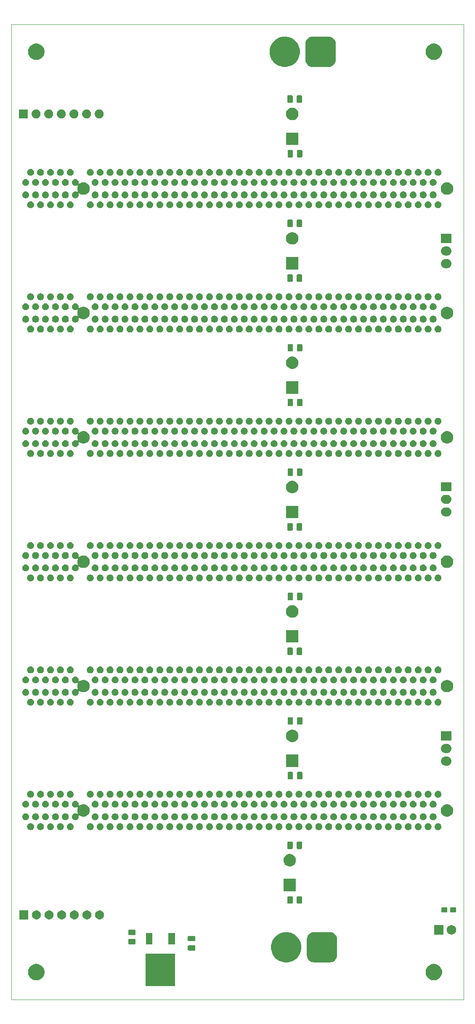
<source format=gbr>
G04 #@! TF.GenerationSoftware,KiCad,Pcbnew,(5.1.5)-3*
G04 #@! TF.CreationDate,2020-02-01T14:09:59+09:00*
G04 #@! TF.ProjectId,MotherBoard_PCIe,4d6f7468-6572-4426-9f61-72645f504349,rev?*
G04 #@! TF.SameCoordinates,Original*
G04 #@! TF.FileFunction,Soldermask,Top*
G04 #@! TF.FilePolarity,Negative*
%FSLAX46Y46*%
G04 Gerber Fmt 4.6, Leading zero omitted, Abs format (unit mm)*
G04 Created by KiCad (PCBNEW (5.1.5)-3) date 2020-02-01 14:09:59*
%MOMM*%
%LPD*%
G04 APERTURE LIST*
%ADD10C,0.050000*%
%ADD11C,0.100000*%
G04 APERTURE END LIST*
D10*
X75000000Y3000000D02*
X166000000Y3000000D01*
X75000000Y-193000000D02*
X75000000Y3000000D01*
X166000000Y-193000000D02*
X75000000Y-193000000D01*
X166000000Y3000000D02*
X166000000Y-193000000D01*
D11*
G36*
X107926000Y-190326000D02*
G01*
X102024000Y-190326000D01*
X102024000Y-183824000D01*
X107926000Y-183824000D01*
X107926000Y-190326000D01*
G37*
G36*
X160375256Y-185891298D02*
G01*
X160481579Y-185912447D01*
X160782042Y-186036903D01*
X161052451Y-186217585D01*
X161282415Y-186447549D01*
X161463097Y-186717958D01*
X161587553Y-187018421D01*
X161651000Y-187337391D01*
X161651000Y-187662609D01*
X161587553Y-187981579D01*
X161463097Y-188282042D01*
X161282415Y-188552451D01*
X161052451Y-188782415D01*
X160782042Y-188963097D01*
X160481579Y-189087553D01*
X160375256Y-189108702D01*
X160162611Y-189151000D01*
X159837389Y-189151000D01*
X159624744Y-189108702D01*
X159518421Y-189087553D01*
X159217958Y-188963097D01*
X158947549Y-188782415D01*
X158717585Y-188552451D01*
X158536903Y-188282042D01*
X158412447Y-187981579D01*
X158349000Y-187662609D01*
X158349000Y-187337391D01*
X158412447Y-187018421D01*
X158536903Y-186717958D01*
X158717585Y-186447549D01*
X158947549Y-186217585D01*
X159217958Y-186036903D01*
X159518421Y-185912447D01*
X159624744Y-185891298D01*
X159837389Y-185849000D01*
X160162611Y-185849000D01*
X160375256Y-185891298D01*
G37*
G36*
X80375256Y-185891298D02*
G01*
X80481579Y-185912447D01*
X80782042Y-186036903D01*
X81052451Y-186217585D01*
X81282415Y-186447549D01*
X81463097Y-186717958D01*
X81587553Y-187018421D01*
X81651000Y-187337391D01*
X81651000Y-187662609D01*
X81587553Y-187981579D01*
X81463097Y-188282042D01*
X81282415Y-188552451D01*
X81052451Y-188782415D01*
X80782042Y-188963097D01*
X80481579Y-189087553D01*
X80375256Y-189108702D01*
X80162611Y-189151000D01*
X79837389Y-189151000D01*
X79624744Y-189108702D01*
X79518421Y-189087553D01*
X79217958Y-188963097D01*
X78947549Y-188782415D01*
X78717585Y-188552451D01*
X78536903Y-188282042D01*
X78412447Y-187981579D01*
X78349000Y-187662609D01*
X78349000Y-187337391D01*
X78412447Y-187018421D01*
X78536903Y-186717958D01*
X78717585Y-186447549D01*
X78947549Y-186217585D01*
X79217958Y-186036903D01*
X79518421Y-185912447D01*
X79624744Y-185891298D01*
X79837389Y-185849000D01*
X80162611Y-185849000D01*
X80375256Y-185891298D01*
G37*
G36*
X131189943Y-179566248D02*
G01*
X131745189Y-179796238D01*
X131867449Y-179877930D01*
X132244899Y-180130134D01*
X132669866Y-180555101D01*
X132669867Y-180555103D01*
X133003762Y-181054811D01*
X133233752Y-181610057D01*
X133351000Y-182199501D01*
X133351000Y-182800499D01*
X133233752Y-183389943D01*
X133003762Y-183945189D01*
X133003761Y-183945190D01*
X132669866Y-184444899D01*
X132244899Y-184869866D01*
X131993347Y-185037948D01*
X131745189Y-185203762D01*
X131189943Y-185433752D01*
X130600499Y-185551000D01*
X129999501Y-185551000D01*
X129410057Y-185433752D01*
X128854811Y-185203762D01*
X128606653Y-185037948D01*
X128355101Y-184869866D01*
X127930134Y-184444899D01*
X127596239Y-183945190D01*
X127596238Y-183945189D01*
X127366248Y-183389943D01*
X127249000Y-182800499D01*
X127249000Y-182199501D01*
X127366248Y-181610057D01*
X127596238Y-181054811D01*
X127930133Y-180555103D01*
X127930134Y-180555101D01*
X128355101Y-180130134D01*
X128732551Y-179877930D01*
X128854811Y-179796238D01*
X129410057Y-179566248D01*
X129999501Y-179449000D01*
X130600499Y-179449000D01*
X131189943Y-179566248D01*
G37*
G36*
X139373297Y-179477704D02*
G01*
X139647637Y-179560924D01*
X139900462Y-179696062D01*
X140122070Y-179877930D01*
X140303938Y-180099538D01*
X140439076Y-180352363D01*
X140522296Y-180626703D01*
X140551000Y-180918140D01*
X140551000Y-184081860D01*
X140522296Y-184373297D01*
X140439076Y-184647637D01*
X140303938Y-184900462D01*
X140122070Y-185122070D01*
X139900462Y-185303938D01*
X139647637Y-185439076D01*
X139373297Y-185522296D01*
X139081860Y-185551000D01*
X135918140Y-185551000D01*
X135626703Y-185522296D01*
X135352363Y-185439076D01*
X135099538Y-185303938D01*
X134877930Y-185122070D01*
X134696062Y-184900462D01*
X134560924Y-184647637D01*
X134477704Y-184373297D01*
X134449000Y-184081860D01*
X134449000Y-180918140D01*
X134477704Y-180626703D01*
X134560924Y-180352363D01*
X134696062Y-180099538D01*
X134877930Y-179877930D01*
X135099538Y-179696062D01*
X135352363Y-179560924D01*
X135626703Y-179477704D01*
X135918140Y-179449000D01*
X139081860Y-179449000D01*
X139373297Y-179477704D01*
G37*
G36*
X111834468Y-182091065D02*
G01*
X111873138Y-182102796D01*
X111908777Y-182121846D01*
X111940017Y-182147483D01*
X111965654Y-182178723D01*
X111984704Y-182214362D01*
X111996435Y-182253032D01*
X112001000Y-182299388D01*
X112001000Y-182950612D01*
X111996435Y-182996968D01*
X111984704Y-183035638D01*
X111965654Y-183071277D01*
X111940017Y-183102517D01*
X111908777Y-183128154D01*
X111873138Y-183147204D01*
X111834468Y-183158935D01*
X111788112Y-183163500D01*
X110711888Y-183163500D01*
X110665532Y-183158935D01*
X110626862Y-183147204D01*
X110591223Y-183128154D01*
X110559983Y-183102517D01*
X110534346Y-183071277D01*
X110515296Y-183035638D01*
X110503565Y-182996968D01*
X110499000Y-182950612D01*
X110499000Y-182299388D01*
X110503565Y-182253032D01*
X110515296Y-182214362D01*
X110534346Y-182178723D01*
X110559983Y-182147483D01*
X110591223Y-182121846D01*
X110626862Y-182102796D01*
X110665532Y-182091065D01*
X110711888Y-182086500D01*
X111788112Y-182086500D01*
X111834468Y-182091065D01*
G37*
G36*
X107906000Y-181926000D02*
G01*
X106604000Y-181926000D01*
X106604000Y-179624000D01*
X107906000Y-179624000D01*
X107906000Y-181926000D01*
G37*
G36*
X103346000Y-181926000D02*
G01*
X102044000Y-181926000D01*
X102044000Y-179624000D01*
X103346000Y-179624000D01*
X103346000Y-181926000D01*
G37*
G36*
X99834468Y-180841065D02*
G01*
X99873138Y-180852796D01*
X99908777Y-180871846D01*
X99940017Y-180897483D01*
X99965654Y-180928723D01*
X99984704Y-180964362D01*
X99996435Y-181003032D01*
X100001000Y-181049388D01*
X100001000Y-181700612D01*
X99996435Y-181746968D01*
X99984704Y-181785638D01*
X99965654Y-181821277D01*
X99940017Y-181852517D01*
X99908777Y-181878154D01*
X99873138Y-181897204D01*
X99834468Y-181908935D01*
X99788112Y-181913500D01*
X98711888Y-181913500D01*
X98665532Y-181908935D01*
X98626862Y-181897204D01*
X98591223Y-181878154D01*
X98559983Y-181852517D01*
X98534346Y-181821277D01*
X98515296Y-181785638D01*
X98503565Y-181746968D01*
X98499000Y-181700612D01*
X98499000Y-181049388D01*
X98503565Y-181003032D01*
X98515296Y-180964362D01*
X98534346Y-180928723D01*
X98559983Y-180897483D01*
X98591223Y-180871846D01*
X98626862Y-180852796D01*
X98665532Y-180841065D01*
X98711888Y-180836500D01*
X99788112Y-180836500D01*
X99834468Y-180841065D01*
G37*
G36*
X111834468Y-180216065D02*
G01*
X111873138Y-180227796D01*
X111908777Y-180246846D01*
X111940017Y-180272483D01*
X111965654Y-180303723D01*
X111984704Y-180339362D01*
X111996435Y-180378032D01*
X112001000Y-180424388D01*
X112001000Y-181075612D01*
X111996435Y-181121968D01*
X111984704Y-181160638D01*
X111965654Y-181196277D01*
X111940017Y-181227517D01*
X111908777Y-181253154D01*
X111873138Y-181272204D01*
X111834468Y-181283935D01*
X111788112Y-181288500D01*
X110711888Y-181288500D01*
X110665532Y-181283935D01*
X110626862Y-181272204D01*
X110591223Y-181253154D01*
X110559983Y-181227517D01*
X110534346Y-181196277D01*
X110515296Y-181160638D01*
X110503565Y-181121968D01*
X110499000Y-181075612D01*
X110499000Y-180424388D01*
X110503565Y-180378032D01*
X110515296Y-180339362D01*
X110534346Y-180303723D01*
X110559983Y-180272483D01*
X110591223Y-180246846D01*
X110626862Y-180227796D01*
X110665532Y-180216065D01*
X110711888Y-180211500D01*
X111788112Y-180211500D01*
X111834468Y-180216065D01*
G37*
G36*
X99834468Y-178966065D02*
G01*
X99873138Y-178977796D01*
X99908777Y-178996846D01*
X99940017Y-179022483D01*
X99965654Y-179053723D01*
X99984704Y-179089362D01*
X99996435Y-179128032D01*
X100001000Y-179174388D01*
X100001000Y-179825612D01*
X99996435Y-179871968D01*
X99984704Y-179910638D01*
X99965654Y-179946277D01*
X99940017Y-179977517D01*
X99908777Y-180003154D01*
X99873138Y-180022204D01*
X99834468Y-180033935D01*
X99788112Y-180038500D01*
X98711888Y-180038500D01*
X98665532Y-180033935D01*
X98626862Y-180022204D01*
X98591223Y-180003154D01*
X98559983Y-179977517D01*
X98534346Y-179946277D01*
X98515296Y-179910638D01*
X98503565Y-179871968D01*
X98499000Y-179825612D01*
X98499000Y-179174388D01*
X98503565Y-179128032D01*
X98515296Y-179089362D01*
X98534346Y-179053723D01*
X98559983Y-179022483D01*
X98591223Y-178996846D01*
X98626862Y-178977796D01*
X98665532Y-178966065D01*
X98711888Y-178961500D01*
X99788112Y-178961500D01*
X99834468Y-178966065D01*
G37*
G36*
X161951000Y-179951000D02*
G01*
X160049000Y-179951000D01*
X160049000Y-178049000D01*
X161951000Y-178049000D01*
X161951000Y-179951000D01*
G37*
G36*
X163817395Y-178085546D02*
G01*
X163990466Y-178157234D01*
X163990467Y-178157235D01*
X164146227Y-178261310D01*
X164278690Y-178393773D01*
X164278691Y-178393775D01*
X164382766Y-178549534D01*
X164454454Y-178722605D01*
X164491000Y-178906333D01*
X164491000Y-179093667D01*
X164454454Y-179277395D01*
X164382766Y-179450466D01*
X164382765Y-179450467D01*
X164278690Y-179606227D01*
X164146227Y-179738690D01*
X164067818Y-179791081D01*
X163990466Y-179842766D01*
X163817395Y-179914454D01*
X163633667Y-179951000D01*
X163446333Y-179951000D01*
X163262605Y-179914454D01*
X163089534Y-179842766D01*
X163012182Y-179791081D01*
X162933773Y-179738690D01*
X162801310Y-179606227D01*
X162697235Y-179450467D01*
X162697234Y-179450466D01*
X162625546Y-179277395D01*
X162589000Y-179093667D01*
X162589000Y-178906333D01*
X162625546Y-178722605D01*
X162697234Y-178549534D01*
X162801309Y-178393775D01*
X162801310Y-178393773D01*
X162933773Y-178261310D01*
X163089533Y-178157235D01*
X163089534Y-178157234D01*
X163262605Y-178085546D01*
X163446333Y-178049000D01*
X163633667Y-178049000D01*
X163817395Y-178085546D01*
G37*
G36*
X92853512Y-175103927D02*
G01*
X93002812Y-175133624D01*
X93166784Y-175201544D01*
X93314354Y-175300147D01*
X93439853Y-175425646D01*
X93538456Y-175573216D01*
X93606376Y-175737188D01*
X93641000Y-175911259D01*
X93641000Y-176088741D01*
X93606376Y-176262812D01*
X93538456Y-176426784D01*
X93439853Y-176574354D01*
X93314354Y-176699853D01*
X93166784Y-176798456D01*
X93002812Y-176866376D01*
X92853512Y-176896073D01*
X92828742Y-176901000D01*
X92651258Y-176901000D01*
X92626488Y-176896073D01*
X92477188Y-176866376D01*
X92313216Y-176798456D01*
X92165646Y-176699853D01*
X92040147Y-176574354D01*
X91941544Y-176426784D01*
X91873624Y-176262812D01*
X91839000Y-176088741D01*
X91839000Y-175911259D01*
X91873624Y-175737188D01*
X91941544Y-175573216D01*
X92040147Y-175425646D01*
X92165646Y-175300147D01*
X92313216Y-175201544D01*
X92477188Y-175133624D01*
X92626488Y-175103927D01*
X92651258Y-175099000D01*
X92828742Y-175099000D01*
X92853512Y-175103927D01*
G37*
G36*
X78401000Y-176901000D02*
G01*
X76599000Y-176901000D01*
X76599000Y-175099000D01*
X78401000Y-175099000D01*
X78401000Y-176901000D01*
G37*
G36*
X80153512Y-175103927D02*
G01*
X80302812Y-175133624D01*
X80466784Y-175201544D01*
X80614354Y-175300147D01*
X80739853Y-175425646D01*
X80838456Y-175573216D01*
X80906376Y-175737188D01*
X80941000Y-175911259D01*
X80941000Y-176088741D01*
X80906376Y-176262812D01*
X80838456Y-176426784D01*
X80739853Y-176574354D01*
X80614354Y-176699853D01*
X80466784Y-176798456D01*
X80302812Y-176866376D01*
X80153512Y-176896073D01*
X80128742Y-176901000D01*
X79951258Y-176901000D01*
X79926488Y-176896073D01*
X79777188Y-176866376D01*
X79613216Y-176798456D01*
X79465646Y-176699853D01*
X79340147Y-176574354D01*
X79241544Y-176426784D01*
X79173624Y-176262812D01*
X79139000Y-176088741D01*
X79139000Y-175911259D01*
X79173624Y-175737188D01*
X79241544Y-175573216D01*
X79340147Y-175425646D01*
X79465646Y-175300147D01*
X79613216Y-175201544D01*
X79777188Y-175133624D01*
X79926488Y-175103927D01*
X79951258Y-175099000D01*
X80128742Y-175099000D01*
X80153512Y-175103927D01*
G37*
G36*
X82693512Y-175103927D02*
G01*
X82842812Y-175133624D01*
X83006784Y-175201544D01*
X83154354Y-175300147D01*
X83279853Y-175425646D01*
X83378456Y-175573216D01*
X83446376Y-175737188D01*
X83481000Y-175911259D01*
X83481000Y-176088741D01*
X83446376Y-176262812D01*
X83378456Y-176426784D01*
X83279853Y-176574354D01*
X83154354Y-176699853D01*
X83006784Y-176798456D01*
X82842812Y-176866376D01*
X82693512Y-176896073D01*
X82668742Y-176901000D01*
X82491258Y-176901000D01*
X82466488Y-176896073D01*
X82317188Y-176866376D01*
X82153216Y-176798456D01*
X82005646Y-176699853D01*
X81880147Y-176574354D01*
X81781544Y-176426784D01*
X81713624Y-176262812D01*
X81679000Y-176088741D01*
X81679000Y-175911259D01*
X81713624Y-175737188D01*
X81781544Y-175573216D01*
X81880147Y-175425646D01*
X82005646Y-175300147D01*
X82153216Y-175201544D01*
X82317188Y-175133624D01*
X82466488Y-175103927D01*
X82491258Y-175099000D01*
X82668742Y-175099000D01*
X82693512Y-175103927D01*
G37*
G36*
X85233512Y-175103927D02*
G01*
X85382812Y-175133624D01*
X85546784Y-175201544D01*
X85694354Y-175300147D01*
X85819853Y-175425646D01*
X85918456Y-175573216D01*
X85986376Y-175737188D01*
X86021000Y-175911259D01*
X86021000Y-176088741D01*
X85986376Y-176262812D01*
X85918456Y-176426784D01*
X85819853Y-176574354D01*
X85694354Y-176699853D01*
X85546784Y-176798456D01*
X85382812Y-176866376D01*
X85233512Y-176896073D01*
X85208742Y-176901000D01*
X85031258Y-176901000D01*
X85006488Y-176896073D01*
X84857188Y-176866376D01*
X84693216Y-176798456D01*
X84545646Y-176699853D01*
X84420147Y-176574354D01*
X84321544Y-176426784D01*
X84253624Y-176262812D01*
X84219000Y-176088741D01*
X84219000Y-175911259D01*
X84253624Y-175737188D01*
X84321544Y-175573216D01*
X84420147Y-175425646D01*
X84545646Y-175300147D01*
X84693216Y-175201544D01*
X84857188Y-175133624D01*
X85006488Y-175103927D01*
X85031258Y-175099000D01*
X85208742Y-175099000D01*
X85233512Y-175103927D01*
G37*
G36*
X87773512Y-175103927D02*
G01*
X87922812Y-175133624D01*
X88086784Y-175201544D01*
X88234354Y-175300147D01*
X88359853Y-175425646D01*
X88458456Y-175573216D01*
X88526376Y-175737188D01*
X88561000Y-175911259D01*
X88561000Y-176088741D01*
X88526376Y-176262812D01*
X88458456Y-176426784D01*
X88359853Y-176574354D01*
X88234354Y-176699853D01*
X88086784Y-176798456D01*
X87922812Y-176866376D01*
X87773512Y-176896073D01*
X87748742Y-176901000D01*
X87571258Y-176901000D01*
X87546488Y-176896073D01*
X87397188Y-176866376D01*
X87233216Y-176798456D01*
X87085646Y-176699853D01*
X86960147Y-176574354D01*
X86861544Y-176426784D01*
X86793624Y-176262812D01*
X86759000Y-176088741D01*
X86759000Y-175911259D01*
X86793624Y-175737188D01*
X86861544Y-175573216D01*
X86960147Y-175425646D01*
X87085646Y-175300147D01*
X87233216Y-175201544D01*
X87397188Y-175133624D01*
X87546488Y-175103927D01*
X87571258Y-175099000D01*
X87748742Y-175099000D01*
X87773512Y-175103927D01*
G37*
G36*
X90313512Y-175103927D02*
G01*
X90462812Y-175133624D01*
X90626784Y-175201544D01*
X90774354Y-175300147D01*
X90899853Y-175425646D01*
X90998456Y-175573216D01*
X91066376Y-175737188D01*
X91101000Y-175911259D01*
X91101000Y-176088741D01*
X91066376Y-176262812D01*
X90998456Y-176426784D01*
X90899853Y-176574354D01*
X90774354Y-176699853D01*
X90626784Y-176798456D01*
X90462812Y-176866376D01*
X90313512Y-176896073D01*
X90288742Y-176901000D01*
X90111258Y-176901000D01*
X90086488Y-176896073D01*
X89937188Y-176866376D01*
X89773216Y-176798456D01*
X89625646Y-176699853D01*
X89500147Y-176574354D01*
X89401544Y-176426784D01*
X89333624Y-176262812D01*
X89299000Y-176088741D01*
X89299000Y-175911259D01*
X89333624Y-175737188D01*
X89401544Y-175573216D01*
X89500147Y-175425646D01*
X89625646Y-175300147D01*
X89773216Y-175201544D01*
X89937188Y-175133624D01*
X90086488Y-175103927D01*
X90111258Y-175099000D01*
X90288742Y-175099000D01*
X90313512Y-175103927D01*
G37*
G36*
X164289499Y-174478445D02*
G01*
X164326995Y-174489820D01*
X164361554Y-174508292D01*
X164391847Y-174533153D01*
X164416708Y-174563446D01*
X164435180Y-174598005D01*
X164446555Y-174635501D01*
X164451000Y-174680638D01*
X164451000Y-175319362D01*
X164446555Y-175364499D01*
X164435180Y-175401995D01*
X164416708Y-175436554D01*
X164391847Y-175466847D01*
X164361554Y-175491708D01*
X164326995Y-175510180D01*
X164289499Y-175521555D01*
X164244362Y-175526000D01*
X163505638Y-175526000D01*
X163460501Y-175521555D01*
X163423005Y-175510180D01*
X163388446Y-175491708D01*
X163358153Y-175466847D01*
X163333292Y-175436554D01*
X163314820Y-175401995D01*
X163303445Y-175364499D01*
X163299000Y-175319362D01*
X163299000Y-174680638D01*
X163303445Y-174635501D01*
X163314820Y-174598005D01*
X163333292Y-174563446D01*
X163358153Y-174533153D01*
X163388446Y-174508292D01*
X163423005Y-174489820D01*
X163460501Y-174478445D01*
X163505638Y-174474000D01*
X164244362Y-174474000D01*
X164289499Y-174478445D01*
G37*
G36*
X162539499Y-174478445D02*
G01*
X162576995Y-174489820D01*
X162611554Y-174508292D01*
X162641847Y-174533153D01*
X162666708Y-174563446D01*
X162685180Y-174598005D01*
X162696555Y-174635501D01*
X162701000Y-174680638D01*
X162701000Y-175319362D01*
X162696555Y-175364499D01*
X162685180Y-175401995D01*
X162666708Y-175436554D01*
X162641847Y-175466847D01*
X162611554Y-175491708D01*
X162576995Y-175510180D01*
X162539499Y-175521555D01*
X162494362Y-175526000D01*
X161755638Y-175526000D01*
X161710501Y-175521555D01*
X161673005Y-175510180D01*
X161638446Y-175491708D01*
X161608153Y-175466847D01*
X161583292Y-175436554D01*
X161564820Y-175401995D01*
X161553445Y-175364499D01*
X161549000Y-175319362D01*
X161549000Y-174680638D01*
X161553445Y-174635501D01*
X161564820Y-174598005D01*
X161583292Y-174563446D01*
X161608153Y-174533153D01*
X161638446Y-174508292D01*
X161673005Y-174489820D01*
X161710501Y-174478445D01*
X161755638Y-174474000D01*
X162494362Y-174474000D01*
X162539499Y-174478445D01*
G37*
G36*
X131434468Y-172253565D02*
G01*
X131473138Y-172265296D01*
X131508777Y-172284346D01*
X131540017Y-172309983D01*
X131565654Y-172341223D01*
X131584704Y-172376862D01*
X131596435Y-172415532D01*
X131601000Y-172461888D01*
X131601000Y-173538112D01*
X131596435Y-173584468D01*
X131584704Y-173623138D01*
X131565654Y-173658777D01*
X131540017Y-173690017D01*
X131508777Y-173715654D01*
X131473138Y-173734704D01*
X131434468Y-173746435D01*
X131388112Y-173751000D01*
X130736888Y-173751000D01*
X130690532Y-173746435D01*
X130651862Y-173734704D01*
X130616223Y-173715654D01*
X130584983Y-173690017D01*
X130559346Y-173658777D01*
X130540296Y-173623138D01*
X130528565Y-173584468D01*
X130524000Y-173538112D01*
X130524000Y-172461888D01*
X130528565Y-172415532D01*
X130540296Y-172376862D01*
X130559346Y-172341223D01*
X130584983Y-172309983D01*
X130616223Y-172284346D01*
X130651862Y-172265296D01*
X130690532Y-172253565D01*
X130736888Y-172249000D01*
X131388112Y-172249000D01*
X131434468Y-172253565D01*
G37*
G36*
X133309468Y-172253565D02*
G01*
X133348138Y-172265296D01*
X133383777Y-172284346D01*
X133415017Y-172309983D01*
X133440654Y-172341223D01*
X133459704Y-172376862D01*
X133471435Y-172415532D01*
X133476000Y-172461888D01*
X133476000Y-173538112D01*
X133471435Y-173584468D01*
X133459704Y-173623138D01*
X133440654Y-173658777D01*
X133415017Y-173690017D01*
X133383777Y-173715654D01*
X133348138Y-173734704D01*
X133309468Y-173746435D01*
X133263112Y-173751000D01*
X132611888Y-173751000D01*
X132565532Y-173746435D01*
X132526862Y-173734704D01*
X132491223Y-173715654D01*
X132459983Y-173690017D01*
X132434346Y-173658777D01*
X132415296Y-173623138D01*
X132403565Y-173584468D01*
X132399000Y-173538112D01*
X132399000Y-172461888D01*
X132403565Y-172415532D01*
X132415296Y-172376862D01*
X132434346Y-172341223D01*
X132459983Y-172309983D01*
X132491223Y-172284346D01*
X132526862Y-172265296D01*
X132565532Y-172253565D01*
X132611888Y-172249000D01*
X133263112Y-172249000D01*
X133309468Y-172253565D01*
G37*
G36*
X132251000Y-171251000D02*
G01*
X129749000Y-171251000D01*
X129749000Y-168749000D01*
X132251000Y-168749000D01*
X132251000Y-171251000D01*
G37*
G36*
X131364903Y-163797075D02*
G01*
X131592571Y-163891378D01*
X131797466Y-164028285D01*
X131971715Y-164202534D01*
X132108622Y-164407429D01*
X132202925Y-164635097D01*
X132251000Y-164876787D01*
X132251000Y-165123213D01*
X132202925Y-165364903D01*
X132108622Y-165592571D01*
X131971715Y-165797466D01*
X131797466Y-165971715D01*
X131592571Y-166108622D01*
X131592570Y-166108623D01*
X131592569Y-166108623D01*
X131364903Y-166202925D01*
X131123214Y-166251000D01*
X130876786Y-166251000D01*
X130635097Y-166202925D01*
X130407431Y-166108623D01*
X130407430Y-166108623D01*
X130407429Y-166108622D01*
X130202534Y-165971715D01*
X130028285Y-165797466D01*
X129891378Y-165592571D01*
X129797075Y-165364903D01*
X129749000Y-165123213D01*
X129749000Y-164876787D01*
X129797075Y-164635097D01*
X129891378Y-164407429D01*
X130028285Y-164202534D01*
X130202534Y-164028285D01*
X130407429Y-163891378D01*
X130635097Y-163797075D01*
X130876786Y-163749000D01*
X131123214Y-163749000D01*
X131364903Y-163797075D01*
G37*
G36*
X131434468Y-161253565D02*
G01*
X131473138Y-161265296D01*
X131508777Y-161284346D01*
X131540017Y-161309983D01*
X131565654Y-161341223D01*
X131584704Y-161376862D01*
X131596435Y-161415532D01*
X131601000Y-161461888D01*
X131601000Y-162538112D01*
X131596435Y-162584468D01*
X131584704Y-162623138D01*
X131565654Y-162658777D01*
X131540017Y-162690017D01*
X131508777Y-162715654D01*
X131473138Y-162734704D01*
X131434468Y-162746435D01*
X131388112Y-162751000D01*
X130736888Y-162751000D01*
X130690532Y-162746435D01*
X130651862Y-162734704D01*
X130616223Y-162715654D01*
X130584983Y-162690017D01*
X130559346Y-162658777D01*
X130540296Y-162623138D01*
X130528565Y-162584468D01*
X130524000Y-162538112D01*
X130524000Y-161461888D01*
X130528565Y-161415532D01*
X130540296Y-161376862D01*
X130559346Y-161341223D01*
X130584983Y-161309983D01*
X130616223Y-161284346D01*
X130651862Y-161265296D01*
X130690532Y-161253565D01*
X130736888Y-161249000D01*
X131388112Y-161249000D01*
X131434468Y-161253565D01*
G37*
G36*
X133309468Y-161253565D02*
G01*
X133348138Y-161265296D01*
X133383777Y-161284346D01*
X133415017Y-161309983D01*
X133440654Y-161341223D01*
X133459704Y-161376862D01*
X133471435Y-161415532D01*
X133476000Y-161461888D01*
X133476000Y-162538112D01*
X133471435Y-162584468D01*
X133459704Y-162623138D01*
X133440654Y-162658777D01*
X133415017Y-162690017D01*
X133383777Y-162715654D01*
X133348138Y-162734704D01*
X133309468Y-162746435D01*
X133263112Y-162751000D01*
X132611888Y-162751000D01*
X132565532Y-162746435D01*
X132526862Y-162734704D01*
X132491223Y-162715654D01*
X132459983Y-162690017D01*
X132434346Y-162658777D01*
X132415296Y-162623138D01*
X132403565Y-162584468D01*
X132399000Y-162538112D01*
X132399000Y-161461888D01*
X132403565Y-161415532D01*
X132415296Y-161376862D01*
X132434346Y-161341223D01*
X132459983Y-161309983D01*
X132491223Y-161284346D01*
X132526862Y-161265296D01*
X132565532Y-161253565D01*
X132611888Y-161249000D01*
X133263112Y-161249000D01*
X133309468Y-161253565D01*
G37*
G36*
X111051557Y-157585555D02*
G01*
X111177310Y-157637643D01*
X111290486Y-157713265D01*
X111386735Y-157809514D01*
X111462357Y-157922690D01*
X111514445Y-158048443D01*
X111541000Y-158181943D01*
X111541000Y-158318057D01*
X111514445Y-158451557D01*
X111462357Y-158577310D01*
X111386735Y-158690486D01*
X111290486Y-158786735D01*
X111177310Y-158862357D01*
X111051557Y-158914445D01*
X110918058Y-158941000D01*
X110781942Y-158941000D01*
X110648443Y-158914445D01*
X110522690Y-158862357D01*
X110409514Y-158786735D01*
X110313265Y-158690486D01*
X110237643Y-158577310D01*
X110185555Y-158451557D01*
X110159000Y-158318057D01*
X110159000Y-158181943D01*
X110185555Y-158048443D01*
X110237643Y-157922690D01*
X110313265Y-157809514D01*
X110409514Y-157713265D01*
X110522690Y-157637643D01*
X110648443Y-157585555D01*
X110781942Y-157559000D01*
X110918058Y-157559000D01*
X111051557Y-157585555D01*
G37*
G36*
X113051557Y-157585555D02*
G01*
X113177310Y-157637643D01*
X113290486Y-157713265D01*
X113386735Y-157809514D01*
X113462357Y-157922690D01*
X113514445Y-158048443D01*
X113541000Y-158181943D01*
X113541000Y-158318057D01*
X113514445Y-158451557D01*
X113462357Y-158577310D01*
X113386735Y-158690486D01*
X113290486Y-158786735D01*
X113177310Y-158862357D01*
X113051557Y-158914445D01*
X112918058Y-158941000D01*
X112781942Y-158941000D01*
X112648443Y-158914445D01*
X112522690Y-158862357D01*
X112409514Y-158786735D01*
X112313265Y-158690486D01*
X112237643Y-158577310D01*
X112185555Y-158451557D01*
X112159000Y-158318057D01*
X112159000Y-158181943D01*
X112185555Y-158048443D01*
X112237643Y-157922690D01*
X112313265Y-157809514D01*
X112409514Y-157713265D01*
X112522690Y-157637643D01*
X112648443Y-157585555D01*
X112781942Y-157559000D01*
X112918058Y-157559000D01*
X113051557Y-157585555D01*
G37*
G36*
X95051557Y-157585555D02*
G01*
X95177310Y-157637643D01*
X95290486Y-157713265D01*
X95386735Y-157809514D01*
X95462357Y-157922690D01*
X95514445Y-158048443D01*
X95541000Y-158181943D01*
X95541000Y-158318057D01*
X95514445Y-158451557D01*
X95462357Y-158577310D01*
X95386735Y-158690486D01*
X95290486Y-158786735D01*
X95177310Y-158862357D01*
X95051557Y-158914445D01*
X94918058Y-158941000D01*
X94781942Y-158941000D01*
X94648443Y-158914445D01*
X94522690Y-158862357D01*
X94409514Y-158786735D01*
X94313265Y-158690486D01*
X94237643Y-158577310D01*
X94185555Y-158451557D01*
X94159000Y-158318057D01*
X94159000Y-158181943D01*
X94185555Y-158048443D01*
X94237643Y-157922690D01*
X94313265Y-157809514D01*
X94409514Y-157713265D01*
X94522690Y-157637643D01*
X94648443Y-157585555D01*
X94781942Y-157559000D01*
X94918058Y-157559000D01*
X95051557Y-157585555D01*
G37*
G36*
X117051557Y-157585555D02*
G01*
X117177310Y-157637643D01*
X117290486Y-157713265D01*
X117386735Y-157809514D01*
X117462357Y-157922690D01*
X117514445Y-158048443D01*
X117541000Y-158181943D01*
X117541000Y-158318057D01*
X117514445Y-158451557D01*
X117462357Y-158577310D01*
X117386735Y-158690486D01*
X117290486Y-158786735D01*
X117177310Y-158862357D01*
X117051557Y-158914445D01*
X116918058Y-158941000D01*
X116781942Y-158941000D01*
X116648443Y-158914445D01*
X116522690Y-158862357D01*
X116409514Y-158786735D01*
X116313265Y-158690486D01*
X116237643Y-158577310D01*
X116185555Y-158451557D01*
X116159000Y-158318057D01*
X116159000Y-158181943D01*
X116185555Y-158048443D01*
X116237643Y-157922690D01*
X116313265Y-157809514D01*
X116409514Y-157713265D01*
X116522690Y-157637643D01*
X116648443Y-157585555D01*
X116781942Y-157559000D01*
X116918058Y-157559000D01*
X117051557Y-157585555D01*
G37*
G36*
X93051557Y-157585555D02*
G01*
X93177310Y-157637643D01*
X93290486Y-157713265D01*
X93386735Y-157809514D01*
X93462357Y-157922690D01*
X93514445Y-158048443D01*
X93541000Y-158181943D01*
X93541000Y-158318057D01*
X93514445Y-158451557D01*
X93462357Y-158577310D01*
X93386735Y-158690486D01*
X93290486Y-158786735D01*
X93177310Y-158862357D01*
X93051557Y-158914445D01*
X92918058Y-158941000D01*
X92781942Y-158941000D01*
X92648443Y-158914445D01*
X92522690Y-158862357D01*
X92409514Y-158786735D01*
X92313265Y-158690486D01*
X92237643Y-158577310D01*
X92185555Y-158451557D01*
X92159000Y-158318057D01*
X92159000Y-158181943D01*
X92185555Y-158048443D01*
X92237643Y-157922690D01*
X92313265Y-157809514D01*
X92409514Y-157713265D01*
X92522690Y-157637643D01*
X92648443Y-157585555D01*
X92781942Y-157559000D01*
X92918058Y-157559000D01*
X93051557Y-157585555D01*
G37*
G36*
X119051557Y-157585555D02*
G01*
X119177310Y-157637643D01*
X119290486Y-157713265D01*
X119386735Y-157809514D01*
X119462357Y-157922690D01*
X119514445Y-158048443D01*
X119541000Y-158181943D01*
X119541000Y-158318057D01*
X119514445Y-158451557D01*
X119462357Y-158577310D01*
X119386735Y-158690486D01*
X119290486Y-158786735D01*
X119177310Y-158862357D01*
X119051557Y-158914445D01*
X118918058Y-158941000D01*
X118781942Y-158941000D01*
X118648443Y-158914445D01*
X118522690Y-158862357D01*
X118409514Y-158786735D01*
X118313265Y-158690486D01*
X118237643Y-158577310D01*
X118185555Y-158451557D01*
X118159000Y-158318057D01*
X118159000Y-158181943D01*
X118185555Y-158048443D01*
X118237643Y-157922690D01*
X118313265Y-157809514D01*
X118409514Y-157713265D01*
X118522690Y-157637643D01*
X118648443Y-157585555D01*
X118781942Y-157559000D01*
X118918058Y-157559000D01*
X119051557Y-157585555D01*
G37*
G36*
X79051557Y-157585555D02*
G01*
X79177310Y-157637643D01*
X79290486Y-157713265D01*
X79386735Y-157809514D01*
X79462357Y-157922690D01*
X79514445Y-158048443D01*
X79541000Y-158181943D01*
X79541000Y-158318057D01*
X79514445Y-158451557D01*
X79462357Y-158577310D01*
X79386735Y-158690486D01*
X79290486Y-158786735D01*
X79177310Y-158862357D01*
X79051557Y-158914445D01*
X78918058Y-158941000D01*
X78781942Y-158941000D01*
X78648443Y-158914445D01*
X78522690Y-158862357D01*
X78409514Y-158786735D01*
X78313265Y-158690486D01*
X78237643Y-158577310D01*
X78185555Y-158451557D01*
X78159000Y-158318057D01*
X78159000Y-158181943D01*
X78185555Y-158048443D01*
X78237643Y-157922690D01*
X78313265Y-157809514D01*
X78409514Y-157713265D01*
X78522690Y-157637643D01*
X78648443Y-157585555D01*
X78781942Y-157559000D01*
X78918058Y-157559000D01*
X79051557Y-157585555D01*
G37*
G36*
X121051557Y-157585555D02*
G01*
X121177310Y-157637643D01*
X121290486Y-157713265D01*
X121386735Y-157809514D01*
X121462357Y-157922690D01*
X121514445Y-158048443D01*
X121541000Y-158181943D01*
X121541000Y-158318057D01*
X121514445Y-158451557D01*
X121462357Y-158577310D01*
X121386735Y-158690486D01*
X121290486Y-158786735D01*
X121177310Y-158862357D01*
X121051557Y-158914445D01*
X120918058Y-158941000D01*
X120781942Y-158941000D01*
X120648443Y-158914445D01*
X120522690Y-158862357D01*
X120409514Y-158786735D01*
X120313265Y-158690486D01*
X120237643Y-158577310D01*
X120185555Y-158451557D01*
X120159000Y-158318057D01*
X120159000Y-158181943D01*
X120185555Y-158048443D01*
X120237643Y-157922690D01*
X120313265Y-157809514D01*
X120409514Y-157713265D01*
X120522690Y-157637643D01*
X120648443Y-157585555D01*
X120781942Y-157559000D01*
X120918058Y-157559000D01*
X121051557Y-157585555D01*
G37*
G36*
X145051557Y-157585555D02*
G01*
X145177310Y-157637643D01*
X145290486Y-157713265D01*
X145386735Y-157809514D01*
X145462357Y-157922690D01*
X145514445Y-158048443D01*
X145541000Y-158181943D01*
X145541000Y-158318057D01*
X145514445Y-158451557D01*
X145462357Y-158577310D01*
X145386735Y-158690486D01*
X145290486Y-158786735D01*
X145177310Y-158862357D01*
X145051557Y-158914445D01*
X144918058Y-158941000D01*
X144781942Y-158941000D01*
X144648443Y-158914445D01*
X144522690Y-158862357D01*
X144409514Y-158786735D01*
X144313265Y-158690486D01*
X144237643Y-158577310D01*
X144185555Y-158451557D01*
X144159000Y-158318057D01*
X144159000Y-158181943D01*
X144185555Y-158048443D01*
X144237643Y-157922690D01*
X144313265Y-157809514D01*
X144409514Y-157713265D01*
X144522690Y-157637643D01*
X144648443Y-157585555D01*
X144781942Y-157559000D01*
X144918058Y-157559000D01*
X145051557Y-157585555D01*
G37*
G36*
X125051557Y-157585555D02*
G01*
X125177310Y-157637643D01*
X125290486Y-157713265D01*
X125386735Y-157809514D01*
X125462357Y-157922690D01*
X125514445Y-158048443D01*
X125541000Y-158181943D01*
X125541000Y-158318057D01*
X125514445Y-158451557D01*
X125462357Y-158577310D01*
X125386735Y-158690486D01*
X125290486Y-158786735D01*
X125177310Y-158862357D01*
X125051557Y-158914445D01*
X124918058Y-158941000D01*
X124781942Y-158941000D01*
X124648443Y-158914445D01*
X124522690Y-158862357D01*
X124409514Y-158786735D01*
X124313265Y-158690486D01*
X124237643Y-158577310D01*
X124185555Y-158451557D01*
X124159000Y-158318057D01*
X124159000Y-158181943D01*
X124185555Y-158048443D01*
X124237643Y-157922690D01*
X124313265Y-157809514D01*
X124409514Y-157713265D01*
X124522690Y-157637643D01*
X124648443Y-157585555D01*
X124781942Y-157559000D01*
X124918058Y-157559000D01*
X125051557Y-157585555D01*
G37*
G36*
X123051557Y-157585555D02*
G01*
X123177310Y-157637643D01*
X123290486Y-157713265D01*
X123386735Y-157809514D01*
X123462357Y-157922690D01*
X123514445Y-158048443D01*
X123541000Y-158181943D01*
X123541000Y-158318057D01*
X123514445Y-158451557D01*
X123462357Y-158577310D01*
X123386735Y-158690486D01*
X123290486Y-158786735D01*
X123177310Y-158862357D01*
X123051557Y-158914445D01*
X122918058Y-158941000D01*
X122781942Y-158941000D01*
X122648443Y-158914445D01*
X122522690Y-158862357D01*
X122409514Y-158786735D01*
X122313265Y-158690486D01*
X122237643Y-158577310D01*
X122185555Y-158451557D01*
X122159000Y-158318057D01*
X122159000Y-158181943D01*
X122185555Y-158048443D01*
X122237643Y-157922690D01*
X122313265Y-157809514D01*
X122409514Y-157713265D01*
X122522690Y-157637643D01*
X122648443Y-157585555D01*
X122781942Y-157559000D01*
X122918058Y-157559000D01*
X123051557Y-157585555D01*
G37*
G36*
X127051557Y-157585555D02*
G01*
X127177310Y-157637643D01*
X127290486Y-157713265D01*
X127386735Y-157809514D01*
X127462357Y-157922690D01*
X127514445Y-158048443D01*
X127541000Y-158181943D01*
X127541000Y-158318057D01*
X127514445Y-158451557D01*
X127462357Y-158577310D01*
X127386735Y-158690486D01*
X127290486Y-158786735D01*
X127177310Y-158862357D01*
X127051557Y-158914445D01*
X126918058Y-158941000D01*
X126781942Y-158941000D01*
X126648443Y-158914445D01*
X126522690Y-158862357D01*
X126409514Y-158786735D01*
X126313265Y-158690486D01*
X126237643Y-158577310D01*
X126185555Y-158451557D01*
X126159000Y-158318057D01*
X126159000Y-158181943D01*
X126185555Y-158048443D01*
X126237643Y-157922690D01*
X126313265Y-157809514D01*
X126409514Y-157713265D01*
X126522690Y-157637643D01*
X126648443Y-157585555D01*
X126781942Y-157559000D01*
X126918058Y-157559000D01*
X127051557Y-157585555D01*
G37*
G36*
X129051557Y-157585555D02*
G01*
X129177310Y-157637643D01*
X129290486Y-157713265D01*
X129386735Y-157809514D01*
X129462357Y-157922690D01*
X129514445Y-158048443D01*
X129541000Y-158181943D01*
X129541000Y-158318057D01*
X129514445Y-158451557D01*
X129462357Y-158577310D01*
X129386735Y-158690486D01*
X129290486Y-158786735D01*
X129177310Y-158862357D01*
X129051557Y-158914445D01*
X128918058Y-158941000D01*
X128781942Y-158941000D01*
X128648443Y-158914445D01*
X128522690Y-158862357D01*
X128409514Y-158786735D01*
X128313265Y-158690486D01*
X128237643Y-158577310D01*
X128185555Y-158451557D01*
X128159000Y-158318057D01*
X128159000Y-158181943D01*
X128185555Y-158048443D01*
X128237643Y-157922690D01*
X128313265Y-157809514D01*
X128409514Y-157713265D01*
X128522690Y-157637643D01*
X128648443Y-157585555D01*
X128781942Y-157559000D01*
X128918058Y-157559000D01*
X129051557Y-157585555D01*
G37*
G36*
X131051557Y-157585555D02*
G01*
X131177310Y-157637643D01*
X131290486Y-157713265D01*
X131386735Y-157809514D01*
X131462357Y-157922690D01*
X131514445Y-158048443D01*
X131541000Y-158181943D01*
X131541000Y-158318057D01*
X131514445Y-158451557D01*
X131462357Y-158577310D01*
X131386735Y-158690486D01*
X131290486Y-158786735D01*
X131177310Y-158862357D01*
X131051557Y-158914445D01*
X130918058Y-158941000D01*
X130781942Y-158941000D01*
X130648443Y-158914445D01*
X130522690Y-158862357D01*
X130409514Y-158786735D01*
X130313265Y-158690486D01*
X130237643Y-158577310D01*
X130185555Y-158451557D01*
X130159000Y-158318057D01*
X130159000Y-158181943D01*
X130185555Y-158048443D01*
X130237643Y-157922690D01*
X130313265Y-157809514D01*
X130409514Y-157713265D01*
X130522690Y-157637643D01*
X130648443Y-157585555D01*
X130781942Y-157559000D01*
X130918058Y-157559000D01*
X131051557Y-157585555D01*
G37*
G36*
X133051557Y-157585555D02*
G01*
X133177310Y-157637643D01*
X133290486Y-157713265D01*
X133386735Y-157809514D01*
X133462357Y-157922690D01*
X133514445Y-158048443D01*
X133541000Y-158181943D01*
X133541000Y-158318057D01*
X133514445Y-158451557D01*
X133462357Y-158577310D01*
X133386735Y-158690486D01*
X133290486Y-158786735D01*
X133177310Y-158862357D01*
X133051557Y-158914445D01*
X132918058Y-158941000D01*
X132781942Y-158941000D01*
X132648443Y-158914445D01*
X132522690Y-158862357D01*
X132409514Y-158786735D01*
X132313265Y-158690486D01*
X132237643Y-158577310D01*
X132185555Y-158451557D01*
X132159000Y-158318057D01*
X132159000Y-158181943D01*
X132185555Y-158048443D01*
X132237643Y-157922690D01*
X132313265Y-157809514D01*
X132409514Y-157713265D01*
X132522690Y-157637643D01*
X132648443Y-157585555D01*
X132781942Y-157559000D01*
X132918058Y-157559000D01*
X133051557Y-157585555D01*
G37*
G36*
X135051557Y-157585555D02*
G01*
X135177310Y-157637643D01*
X135290486Y-157713265D01*
X135386735Y-157809514D01*
X135462357Y-157922690D01*
X135514445Y-158048443D01*
X135541000Y-158181943D01*
X135541000Y-158318057D01*
X135514445Y-158451557D01*
X135462357Y-158577310D01*
X135386735Y-158690486D01*
X135290486Y-158786735D01*
X135177310Y-158862357D01*
X135051557Y-158914445D01*
X134918058Y-158941000D01*
X134781942Y-158941000D01*
X134648443Y-158914445D01*
X134522690Y-158862357D01*
X134409514Y-158786735D01*
X134313265Y-158690486D01*
X134237643Y-158577310D01*
X134185555Y-158451557D01*
X134159000Y-158318057D01*
X134159000Y-158181943D01*
X134185555Y-158048443D01*
X134237643Y-157922690D01*
X134313265Y-157809514D01*
X134409514Y-157713265D01*
X134522690Y-157637643D01*
X134648443Y-157585555D01*
X134781942Y-157559000D01*
X134918058Y-157559000D01*
X135051557Y-157585555D01*
G37*
G36*
X137051557Y-157585555D02*
G01*
X137177310Y-157637643D01*
X137290486Y-157713265D01*
X137386735Y-157809514D01*
X137462357Y-157922690D01*
X137514445Y-158048443D01*
X137541000Y-158181943D01*
X137541000Y-158318057D01*
X137514445Y-158451557D01*
X137462357Y-158577310D01*
X137386735Y-158690486D01*
X137290486Y-158786735D01*
X137177310Y-158862357D01*
X137051557Y-158914445D01*
X136918058Y-158941000D01*
X136781942Y-158941000D01*
X136648443Y-158914445D01*
X136522690Y-158862357D01*
X136409514Y-158786735D01*
X136313265Y-158690486D01*
X136237643Y-158577310D01*
X136185555Y-158451557D01*
X136159000Y-158318057D01*
X136159000Y-158181943D01*
X136185555Y-158048443D01*
X136237643Y-157922690D01*
X136313265Y-157809514D01*
X136409514Y-157713265D01*
X136522690Y-157637643D01*
X136648443Y-157585555D01*
X136781942Y-157559000D01*
X136918058Y-157559000D01*
X137051557Y-157585555D01*
G37*
G36*
X139051557Y-157585555D02*
G01*
X139177310Y-157637643D01*
X139290486Y-157713265D01*
X139386735Y-157809514D01*
X139462357Y-157922690D01*
X139514445Y-158048443D01*
X139541000Y-158181943D01*
X139541000Y-158318057D01*
X139514445Y-158451557D01*
X139462357Y-158577310D01*
X139386735Y-158690486D01*
X139290486Y-158786735D01*
X139177310Y-158862357D01*
X139051557Y-158914445D01*
X138918058Y-158941000D01*
X138781942Y-158941000D01*
X138648443Y-158914445D01*
X138522690Y-158862357D01*
X138409514Y-158786735D01*
X138313265Y-158690486D01*
X138237643Y-158577310D01*
X138185555Y-158451557D01*
X138159000Y-158318057D01*
X138159000Y-158181943D01*
X138185555Y-158048443D01*
X138237643Y-157922690D01*
X138313265Y-157809514D01*
X138409514Y-157713265D01*
X138522690Y-157637643D01*
X138648443Y-157585555D01*
X138781942Y-157559000D01*
X138918058Y-157559000D01*
X139051557Y-157585555D01*
G37*
G36*
X143051557Y-157585555D02*
G01*
X143177310Y-157637643D01*
X143290486Y-157713265D01*
X143386735Y-157809514D01*
X143462357Y-157922690D01*
X143514445Y-158048443D01*
X143541000Y-158181943D01*
X143541000Y-158318057D01*
X143514445Y-158451557D01*
X143462357Y-158577310D01*
X143386735Y-158690486D01*
X143290486Y-158786735D01*
X143177310Y-158862357D01*
X143051557Y-158914445D01*
X142918058Y-158941000D01*
X142781942Y-158941000D01*
X142648443Y-158914445D01*
X142522690Y-158862357D01*
X142409514Y-158786735D01*
X142313265Y-158690486D01*
X142237643Y-158577310D01*
X142185555Y-158451557D01*
X142159000Y-158318057D01*
X142159000Y-158181943D01*
X142185555Y-158048443D01*
X142237643Y-157922690D01*
X142313265Y-157809514D01*
X142409514Y-157713265D01*
X142522690Y-157637643D01*
X142648443Y-157585555D01*
X142781942Y-157559000D01*
X142918058Y-157559000D01*
X143051557Y-157585555D01*
G37*
G36*
X141051557Y-157585555D02*
G01*
X141177310Y-157637643D01*
X141290486Y-157713265D01*
X141386735Y-157809514D01*
X141462357Y-157922690D01*
X141514445Y-158048443D01*
X141541000Y-158181943D01*
X141541000Y-158318057D01*
X141514445Y-158451557D01*
X141462357Y-158577310D01*
X141386735Y-158690486D01*
X141290486Y-158786735D01*
X141177310Y-158862357D01*
X141051557Y-158914445D01*
X140918058Y-158941000D01*
X140781942Y-158941000D01*
X140648443Y-158914445D01*
X140522690Y-158862357D01*
X140409514Y-158786735D01*
X140313265Y-158690486D01*
X140237643Y-158577310D01*
X140185555Y-158451557D01*
X140159000Y-158318057D01*
X140159000Y-158181943D01*
X140185555Y-158048443D01*
X140237643Y-157922690D01*
X140313265Y-157809514D01*
X140409514Y-157713265D01*
X140522690Y-157637643D01*
X140648443Y-157585555D01*
X140781942Y-157559000D01*
X140918058Y-157559000D01*
X141051557Y-157585555D01*
G37*
G36*
X109051557Y-157585555D02*
G01*
X109177310Y-157637643D01*
X109290486Y-157713265D01*
X109386735Y-157809514D01*
X109462357Y-157922690D01*
X109514445Y-158048443D01*
X109541000Y-158181943D01*
X109541000Y-158318057D01*
X109514445Y-158451557D01*
X109462357Y-158577310D01*
X109386735Y-158690486D01*
X109290486Y-158786735D01*
X109177310Y-158862357D01*
X109051557Y-158914445D01*
X108918058Y-158941000D01*
X108781942Y-158941000D01*
X108648443Y-158914445D01*
X108522690Y-158862357D01*
X108409514Y-158786735D01*
X108313265Y-158690486D01*
X108237643Y-158577310D01*
X108185555Y-158451557D01*
X108159000Y-158318057D01*
X108159000Y-158181943D01*
X108185555Y-158048443D01*
X108237643Y-157922690D01*
X108313265Y-157809514D01*
X108409514Y-157713265D01*
X108522690Y-157637643D01*
X108648443Y-157585555D01*
X108781942Y-157559000D01*
X108918058Y-157559000D01*
X109051557Y-157585555D01*
G37*
G36*
X97051557Y-157585555D02*
G01*
X97177310Y-157637643D01*
X97290486Y-157713265D01*
X97386735Y-157809514D01*
X97462357Y-157922690D01*
X97514445Y-158048443D01*
X97541000Y-158181943D01*
X97541000Y-158318057D01*
X97514445Y-158451557D01*
X97462357Y-158577310D01*
X97386735Y-158690486D01*
X97290486Y-158786735D01*
X97177310Y-158862357D01*
X97051557Y-158914445D01*
X96918058Y-158941000D01*
X96781942Y-158941000D01*
X96648443Y-158914445D01*
X96522690Y-158862357D01*
X96409514Y-158786735D01*
X96313265Y-158690486D01*
X96237643Y-158577310D01*
X96185555Y-158451557D01*
X96159000Y-158318057D01*
X96159000Y-158181943D01*
X96185555Y-158048443D01*
X96237643Y-157922690D01*
X96313265Y-157809514D01*
X96409514Y-157713265D01*
X96522690Y-157637643D01*
X96648443Y-157585555D01*
X96781942Y-157559000D01*
X96918058Y-157559000D01*
X97051557Y-157585555D01*
G37*
G36*
X159051557Y-157585555D02*
G01*
X159177310Y-157637643D01*
X159290486Y-157713265D01*
X159386735Y-157809514D01*
X159462357Y-157922690D01*
X159514445Y-158048443D01*
X159541000Y-158181943D01*
X159541000Y-158318057D01*
X159514445Y-158451557D01*
X159462357Y-158577310D01*
X159386735Y-158690486D01*
X159290486Y-158786735D01*
X159177310Y-158862357D01*
X159051557Y-158914445D01*
X158918058Y-158941000D01*
X158781942Y-158941000D01*
X158648443Y-158914445D01*
X158522690Y-158862357D01*
X158409514Y-158786735D01*
X158313265Y-158690486D01*
X158237643Y-158577310D01*
X158185555Y-158451557D01*
X158159000Y-158318057D01*
X158159000Y-158181943D01*
X158185555Y-158048443D01*
X158237643Y-157922690D01*
X158313265Y-157809514D01*
X158409514Y-157713265D01*
X158522690Y-157637643D01*
X158648443Y-157585555D01*
X158781942Y-157559000D01*
X158918058Y-157559000D01*
X159051557Y-157585555D01*
G37*
G36*
X157051557Y-157585555D02*
G01*
X157177310Y-157637643D01*
X157290486Y-157713265D01*
X157386735Y-157809514D01*
X157462357Y-157922690D01*
X157514445Y-158048443D01*
X157541000Y-158181943D01*
X157541000Y-158318057D01*
X157514445Y-158451557D01*
X157462357Y-158577310D01*
X157386735Y-158690486D01*
X157290486Y-158786735D01*
X157177310Y-158862357D01*
X157051557Y-158914445D01*
X156918058Y-158941000D01*
X156781942Y-158941000D01*
X156648443Y-158914445D01*
X156522690Y-158862357D01*
X156409514Y-158786735D01*
X156313265Y-158690486D01*
X156237643Y-158577310D01*
X156185555Y-158451557D01*
X156159000Y-158318057D01*
X156159000Y-158181943D01*
X156185555Y-158048443D01*
X156237643Y-157922690D01*
X156313265Y-157809514D01*
X156409514Y-157713265D01*
X156522690Y-157637643D01*
X156648443Y-157585555D01*
X156781942Y-157559000D01*
X156918058Y-157559000D01*
X157051557Y-157585555D01*
G37*
G36*
X91051557Y-157585555D02*
G01*
X91177310Y-157637643D01*
X91290486Y-157713265D01*
X91386735Y-157809514D01*
X91462357Y-157922690D01*
X91514445Y-158048443D01*
X91541000Y-158181943D01*
X91541000Y-158318057D01*
X91514445Y-158451557D01*
X91462357Y-158577310D01*
X91386735Y-158690486D01*
X91290486Y-158786735D01*
X91177310Y-158862357D01*
X91051557Y-158914445D01*
X90918058Y-158941000D01*
X90781942Y-158941000D01*
X90648443Y-158914445D01*
X90522690Y-158862357D01*
X90409514Y-158786735D01*
X90313265Y-158690486D01*
X90237643Y-158577310D01*
X90185555Y-158451557D01*
X90159000Y-158318057D01*
X90159000Y-158181943D01*
X90185555Y-158048443D01*
X90237643Y-157922690D01*
X90313265Y-157809514D01*
X90409514Y-157713265D01*
X90522690Y-157637643D01*
X90648443Y-157585555D01*
X90781942Y-157559000D01*
X90918058Y-157559000D01*
X91051557Y-157585555D01*
G37*
G36*
X155051557Y-157585555D02*
G01*
X155177310Y-157637643D01*
X155290486Y-157713265D01*
X155386735Y-157809514D01*
X155462357Y-157922690D01*
X155514445Y-158048443D01*
X155541000Y-158181943D01*
X155541000Y-158318057D01*
X155514445Y-158451557D01*
X155462357Y-158577310D01*
X155386735Y-158690486D01*
X155290486Y-158786735D01*
X155177310Y-158862357D01*
X155051557Y-158914445D01*
X154918058Y-158941000D01*
X154781942Y-158941000D01*
X154648443Y-158914445D01*
X154522690Y-158862357D01*
X154409514Y-158786735D01*
X154313265Y-158690486D01*
X154237643Y-158577310D01*
X154185555Y-158451557D01*
X154159000Y-158318057D01*
X154159000Y-158181943D01*
X154185555Y-158048443D01*
X154237643Y-157922690D01*
X154313265Y-157809514D01*
X154409514Y-157713265D01*
X154522690Y-157637643D01*
X154648443Y-157585555D01*
X154781942Y-157559000D01*
X154918058Y-157559000D01*
X155051557Y-157585555D01*
G37*
G36*
X81051557Y-157585555D02*
G01*
X81177310Y-157637643D01*
X81290486Y-157713265D01*
X81386735Y-157809514D01*
X81462357Y-157922690D01*
X81514445Y-158048443D01*
X81541000Y-158181943D01*
X81541000Y-158318057D01*
X81514445Y-158451557D01*
X81462357Y-158577310D01*
X81386735Y-158690486D01*
X81290486Y-158786735D01*
X81177310Y-158862357D01*
X81051557Y-158914445D01*
X80918058Y-158941000D01*
X80781942Y-158941000D01*
X80648443Y-158914445D01*
X80522690Y-158862357D01*
X80409514Y-158786735D01*
X80313265Y-158690486D01*
X80237643Y-158577310D01*
X80185555Y-158451557D01*
X80159000Y-158318057D01*
X80159000Y-158181943D01*
X80185555Y-158048443D01*
X80237643Y-157922690D01*
X80313265Y-157809514D01*
X80409514Y-157713265D01*
X80522690Y-157637643D01*
X80648443Y-157585555D01*
X80781942Y-157559000D01*
X80918058Y-157559000D01*
X81051557Y-157585555D01*
G37*
G36*
X153051557Y-157585555D02*
G01*
X153177310Y-157637643D01*
X153290486Y-157713265D01*
X153386735Y-157809514D01*
X153462357Y-157922690D01*
X153514445Y-158048443D01*
X153541000Y-158181943D01*
X153541000Y-158318057D01*
X153514445Y-158451557D01*
X153462357Y-158577310D01*
X153386735Y-158690486D01*
X153290486Y-158786735D01*
X153177310Y-158862357D01*
X153051557Y-158914445D01*
X152918058Y-158941000D01*
X152781942Y-158941000D01*
X152648443Y-158914445D01*
X152522690Y-158862357D01*
X152409514Y-158786735D01*
X152313265Y-158690486D01*
X152237643Y-158577310D01*
X152185555Y-158451557D01*
X152159000Y-158318057D01*
X152159000Y-158181943D01*
X152185555Y-158048443D01*
X152237643Y-157922690D01*
X152313265Y-157809514D01*
X152409514Y-157713265D01*
X152522690Y-157637643D01*
X152648443Y-157585555D01*
X152781942Y-157559000D01*
X152918058Y-157559000D01*
X153051557Y-157585555D01*
G37*
G36*
X161051557Y-157585555D02*
G01*
X161177310Y-157637643D01*
X161290486Y-157713265D01*
X161386735Y-157809514D01*
X161462357Y-157922690D01*
X161514445Y-158048443D01*
X161541000Y-158181943D01*
X161541000Y-158318057D01*
X161514445Y-158451557D01*
X161462357Y-158577310D01*
X161386735Y-158690486D01*
X161290486Y-158786735D01*
X161177310Y-158862357D01*
X161051557Y-158914445D01*
X160918058Y-158941000D01*
X160781942Y-158941000D01*
X160648443Y-158914445D01*
X160522690Y-158862357D01*
X160409514Y-158786735D01*
X160313265Y-158690486D01*
X160237643Y-158577310D01*
X160185555Y-158451557D01*
X160159000Y-158318057D01*
X160159000Y-158181943D01*
X160185555Y-158048443D01*
X160237643Y-157922690D01*
X160313265Y-157809514D01*
X160409514Y-157713265D01*
X160522690Y-157637643D01*
X160648443Y-157585555D01*
X160781942Y-157559000D01*
X160918058Y-157559000D01*
X161051557Y-157585555D01*
G37*
G36*
X83051557Y-157585555D02*
G01*
X83177310Y-157637643D01*
X83290486Y-157713265D01*
X83386735Y-157809514D01*
X83462357Y-157922690D01*
X83514445Y-158048443D01*
X83541000Y-158181943D01*
X83541000Y-158318057D01*
X83514445Y-158451557D01*
X83462357Y-158577310D01*
X83386735Y-158690486D01*
X83290486Y-158786735D01*
X83177310Y-158862357D01*
X83051557Y-158914445D01*
X82918058Y-158941000D01*
X82781942Y-158941000D01*
X82648443Y-158914445D01*
X82522690Y-158862357D01*
X82409514Y-158786735D01*
X82313265Y-158690486D01*
X82237643Y-158577310D01*
X82185555Y-158451557D01*
X82159000Y-158318057D01*
X82159000Y-158181943D01*
X82185555Y-158048443D01*
X82237643Y-157922690D01*
X82313265Y-157809514D01*
X82409514Y-157713265D01*
X82522690Y-157637643D01*
X82648443Y-157585555D01*
X82781942Y-157559000D01*
X82918058Y-157559000D01*
X83051557Y-157585555D01*
G37*
G36*
X151051557Y-157585555D02*
G01*
X151177310Y-157637643D01*
X151290486Y-157713265D01*
X151386735Y-157809514D01*
X151462357Y-157922690D01*
X151514445Y-158048443D01*
X151541000Y-158181943D01*
X151541000Y-158318057D01*
X151514445Y-158451557D01*
X151462357Y-158577310D01*
X151386735Y-158690486D01*
X151290486Y-158786735D01*
X151177310Y-158862357D01*
X151051557Y-158914445D01*
X150918058Y-158941000D01*
X150781942Y-158941000D01*
X150648443Y-158914445D01*
X150522690Y-158862357D01*
X150409514Y-158786735D01*
X150313265Y-158690486D01*
X150237643Y-158577310D01*
X150185555Y-158451557D01*
X150159000Y-158318057D01*
X150159000Y-158181943D01*
X150185555Y-158048443D01*
X150237643Y-157922690D01*
X150313265Y-157809514D01*
X150409514Y-157713265D01*
X150522690Y-157637643D01*
X150648443Y-157585555D01*
X150781942Y-157559000D01*
X150918058Y-157559000D01*
X151051557Y-157585555D01*
G37*
G36*
X149051557Y-157585555D02*
G01*
X149177310Y-157637643D01*
X149290486Y-157713265D01*
X149386735Y-157809514D01*
X149462357Y-157922690D01*
X149514445Y-158048443D01*
X149541000Y-158181943D01*
X149541000Y-158318057D01*
X149514445Y-158451557D01*
X149462357Y-158577310D01*
X149386735Y-158690486D01*
X149290486Y-158786735D01*
X149177310Y-158862357D01*
X149051557Y-158914445D01*
X148918058Y-158941000D01*
X148781942Y-158941000D01*
X148648443Y-158914445D01*
X148522690Y-158862357D01*
X148409514Y-158786735D01*
X148313265Y-158690486D01*
X148237643Y-158577310D01*
X148185555Y-158451557D01*
X148159000Y-158318057D01*
X148159000Y-158181943D01*
X148185555Y-158048443D01*
X148237643Y-157922690D01*
X148313265Y-157809514D01*
X148409514Y-157713265D01*
X148522690Y-157637643D01*
X148648443Y-157585555D01*
X148781942Y-157559000D01*
X148918058Y-157559000D01*
X149051557Y-157585555D01*
G37*
G36*
X87051557Y-157585555D02*
G01*
X87177310Y-157637643D01*
X87290486Y-157713265D01*
X87386735Y-157809514D01*
X87462357Y-157922690D01*
X87514445Y-158048443D01*
X87541000Y-158181943D01*
X87541000Y-158318057D01*
X87514445Y-158451557D01*
X87462357Y-158577310D01*
X87386735Y-158690486D01*
X87290486Y-158786735D01*
X87177310Y-158862357D01*
X87051557Y-158914445D01*
X86918058Y-158941000D01*
X86781942Y-158941000D01*
X86648443Y-158914445D01*
X86522690Y-158862357D01*
X86409514Y-158786735D01*
X86313265Y-158690486D01*
X86237643Y-158577310D01*
X86185555Y-158451557D01*
X86159000Y-158318057D01*
X86159000Y-158181943D01*
X86185555Y-158048443D01*
X86237643Y-157922690D01*
X86313265Y-157809514D01*
X86409514Y-157713265D01*
X86522690Y-157637643D01*
X86648443Y-157585555D01*
X86781942Y-157559000D01*
X86918058Y-157559000D01*
X87051557Y-157585555D01*
G37*
G36*
X147051557Y-157585555D02*
G01*
X147177310Y-157637643D01*
X147290486Y-157713265D01*
X147386735Y-157809514D01*
X147462357Y-157922690D01*
X147514445Y-158048443D01*
X147541000Y-158181943D01*
X147541000Y-158318057D01*
X147514445Y-158451557D01*
X147462357Y-158577310D01*
X147386735Y-158690486D01*
X147290486Y-158786735D01*
X147177310Y-158862357D01*
X147051557Y-158914445D01*
X146918058Y-158941000D01*
X146781942Y-158941000D01*
X146648443Y-158914445D01*
X146522690Y-158862357D01*
X146409514Y-158786735D01*
X146313265Y-158690486D01*
X146237643Y-158577310D01*
X146185555Y-158451557D01*
X146159000Y-158318057D01*
X146159000Y-158181943D01*
X146185555Y-158048443D01*
X146237643Y-157922690D01*
X146313265Y-157809514D01*
X146409514Y-157713265D01*
X146522690Y-157637643D01*
X146648443Y-157585555D01*
X146781942Y-157559000D01*
X146918058Y-157559000D01*
X147051557Y-157585555D01*
G37*
G36*
X115051557Y-157585555D02*
G01*
X115177310Y-157637643D01*
X115290486Y-157713265D01*
X115386735Y-157809514D01*
X115462357Y-157922690D01*
X115514445Y-158048443D01*
X115541000Y-158181943D01*
X115541000Y-158318057D01*
X115514445Y-158451557D01*
X115462357Y-158577310D01*
X115386735Y-158690486D01*
X115290486Y-158786735D01*
X115177310Y-158862357D01*
X115051557Y-158914445D01*
X114918058Y-158941000D01*
X114781942Y-158941000D01*
X114648443Y-158914445D01*
X114522690Y-158862357D01*
X114409514Y-158786735D01*
X114313265Y-158690486D01*
X114237643Y-158577310D01*
X114185555Y-158451557D01*
X114159000Y-158318057D01*
X114159000Y-158181943D01*
X114185555Y-158048443D01*
X114237643Y-157922690D01*
X114313265Y-157809514D01*
X114409514Y-157713265D01*
X114522690Y-157637643D01*
X114648443Y-157585555D01*
X114781942Y-157559000D01*
X114918058Y-157559000D01*
X115051557Y-157585555D01*
G37*
G36*
X101051557Y-157585555D02*
G01*
X101177310Y-157637643D01*
X101290486Y-157713265D01*
X101386735Y-157809514D01*
X101462357Y-157922690D01*
X101514445Y-158048443D01*
X101541000Y-158181943D01*
X101541000Y-158318057D01*
X101514445Y-158451557D01*
X101462357Y-158577310D01*
X101386735Y-158690486D01*
X101290486Y-158786735D01*
X101177310Y-158862357D01*
X101051557Y-158914445D01*
X100918058Y-158941000D01*
X100781942Y-158941000D01*
X100648443Y-158914445D01*
X100522690Y-158862357D01*
X100409514Y-158786735D01*
X100313265Y-158690486D01*
X100237643Y-158577310D01*
X100185555Y-158451557D01*
X100159000Y-158318057D01*
X100159000Y-158181943D01*
X100185555Y-158048443D01*
X100237643Y-157922690D01*
X100313265Y-157809514D01*
X100409514Y-157713265D01*
X100522690Y-157637643D01*
X100648443Y-157585555D01*
X100781942Y-157559000D01*
X100918058Y-157559000D01*
X101051557Y-157585555D01*
G37*
G36*
X103051557Y-157585555D02*
G01*
X103177310Y-157637643D01*
X103290486Y-157713265D01*
X103386735Y-157809514D01*
X103462357Y-157922690D01*
X103514445Y-158048443D01*
X103541000Y-158181943D01*
X103541000Y-158318057D01*
X103514445Y-158451557D01*
X103462357Y-158577310D01*
X103386735Y-158690486D01*
X103290486Y-158786735D01*
X103177310Y-158862357D01*
X103051557Y-158914445D01*
X102918058Y-158941000D01*
X102781942Y-158941000D01*
X102648443Y-158914445D01*
X102522690Y-158862357D01*
X102409514Y-158786735D01*
X102313265Y-158690486D01*
X102237643Y-158577310D01*
X102185555Y-158451557D01*
X102159000Y-158318057D01*
X102159000Y-158181943D01*
X102185555Y-158048443D01*
X102237643Y-157922690D01*
X102313265Y-157809514D01*
X102409514Y-157713265D01*
X102522690Y-157637643D01*
X102648443Y-157585555D01*
X102781942Y-157559000D01*
X102918058Y-157559000D01*
X103051557Y-157585555D01*
G37*
G36*
X105051557Y-157585555D02*
G01*
X105177310Y-157637643D01*
X105290486Y-157713265D01*
X105386735Y-157809514D01*
X105462357Y-157922690D01*
X105514445Y-158048443D01*
X105541000Y-158181943D01*
X105541000Y-158318057D01*
X105514445Y-158451557D01*
X105462357Y-158577310D01*
X105386735Y-158690486D01*
X105290486Y-158786735D01*
X105177310Y-158862357D01*
X105051557Y-158914445D01*
X104918058Y-158941000D01*
X104781942Y-158941000D01*
X104648443Y-158914445D01*
X104522690Y-158862357D01*
X104409514Y-158786735D01*
X104313265Y-158690486D01*
X104237643Y-158577310D01*
X104185555Y-158451557D01*
X104159000Y-158318057D01*
X104159000Y-158181943D01*
X104185555Y-158048443D01*
X104237643Y-157922690D01*
X104313265Y-157809514D01*
X104409514Y-157713265D01*
X104522690Y-157637643D01*
X104648443Y-157585555D01*
X104781942Y-157559000D01*
X104918058Y-157559000D01*
X105051557Y-157585555D01*
G37*
G36*
X85051557Y-157585555D02*
G01*
X85177310Y-157637643D01*
X85290486Y-157713265D01*
X85386735Y-157809514D01*
X85462357Y-157922690D01*
X85514445Y-158048443D01*
X85541000Y-158181943D01*
X85541000Y-158318057D01*
X85514445Y-158451557D01*
X85462357Y-158577310D01*
X85386735Y-158690486D01*
X85290486Y-158786735D01*
X85177310Y-158862357D01*
X85051557Y-158914445D01*
X84918058Y-158941000D01*
X84781942Y-158941000D01*
X84648443Y-158914445D01*
X84522690Y-158862357D01*
X84409514Y-158786735D01*
X84313265Y-158690486D01*
X84237643Y-158577310D01*
X84185555Y-158451557D01*
X84159000Y-158318057D01*
X84159000Y-158181943D01*
X84185555Y-158048443D01*
X84237643Y-157922690D01*
X84313265Y-157809514D01*
X84409514Y-157713265D01*
X84522690Y-157637643D01*
X84648443Y-157585555D01*
X84781942Y-157559000D01*
X84918058Y-157559000D01*
X85051557Y-157585555D01*
G37*
G36*
X99051557Y-157585555D02*
G01*
X99177310Y-157637643D01*
X99290486Y-157713265D01*
X99386735Y-157809514D01*
X99462357Y-157922690D01*
X99514445Y-158048443D01*
X99541000Y-158181943D01*
X99541000Y-158318057D01*
X99514445Y-158451557D01*
X99462357Y-158577310D01*
X99386735Y-158690486D01*
X99290486Y-158786735D01*
X99177310Y-158862357D01*
X99051557Y-158914445D01*
X98918058Y-158941000D01*
X98781942Y-158941000D01*
X98648443Y-158914445D01*
X98522690Y-158862357D01*
X98409514Y-158786735D01*
X98313265Y-158690486D01*
X98237643Y-158577310D01*
X98185555Y-158451557D01*
X98159000Y-158318057D01*
X98159000Y-158181943D01*
X98185555Y-158048443D01*
X98237643Y-157922690D01*
X98313265Y-157809514D01*
X98409514Y-157713265D01*
X98522690Y-157637643D01*
X98648443Y-157585555D01*
X98781942Y-157559000D01*
X98918058Y-157559000D01*
X99051557Y-157585555D01*
G37*
G36*
X107051557Y-157585555D02*
G01*
X107177310Y-157637643D01*
X107290486Y-157713265D01*
X107386735Y-157809514D01*
X107462357Y-157922690D01*
X107514445Y-158048443D01*
X107541000Y-158181943D01*
X107541000Y-158318057D01*
X107514445Y-158451557D01*
X107462357Y-158577310D01*
X107386735Y-158690486D01*
X107290486Y-158786735D01*
X107177310Y-158862357D01*
X107051557Y-158914445D01*
X106918058Y-158941000D01*
X106781942Y-158941000D01*
X106648443Y-158914445D01*
X106522690Y-158862357D01*
X106409514Y-158786735D01*
X106313265Y-158690486D01*
X106237643Y-158577310D01*
X106185555Y-158451557D01*
X106159000Y-158318057D01*
X106159000Y-158181943D01*
X106185555Y-158048443D01*
X106237643Y-157922690D01*
X106313265Y-157809514D01*
X106409514Y-157713265D01*
X106522690Y-157637643D01*
X106648443Y-157585555D01*
X106781942Y-157559000D01*
X106918058Y-157559000D01*
X107051557Y-157585555D01*
G37*
G36*
X154051557Y-155585555D02*
G01*
X154177310Y-155637643D01*
X154290486Y-155713265D01*
X154386735Y-155809514D01*
X154462357Y-155922690D01*
X154514445Y-156048443D01*
X154526887Y-156110990D01*
X154541000Y-156181943D01*
X154541000Y-156318057D01*
X154514445Y-156451557D01*
X154462357Y-156577310D01*
X154386735Y-156690486D01*
X154290486Y-156786735D01*
X154177310Y-156862357D01*
X154051557Y-156914445D01*
X153918058Y-156941000D01*
X153781942Y-156941000D01*
X153648443Y-156914445D01*
X153522690Y-156862357D01*
X153409514Y-156786735D01*
X153313265Y-156690486D01*
X153237643Y-156577310D01*
X153185555Y-156451557D01*
X153159000Y-156318057D01*
X153159000Y-156181943D01*
X153173114Y-156110990D01*
X153185555Y-156048443D01*
X153237643Y-155922690D01*
X153313265Y-155809514D01*
X153409514Y-155713265D01*
X153522690Y-155637643D01*
X153648443Y-155585555D01*
X153781942Y-155559000D01*
X153918058Y-155559000D01*
X154051557Y-155585555D01*
G37*
G36*
X134051557Y-155585555D02*
G01*
X134177310Y-155637643D01*
X134290486Y-155713265D01*
X134386735Y-155809514D01*
X134462357Y-155922690D01*
X134514445Y-156048443D01*
X134526887Y-156110990D01*
X134541000Y-156181943D01*
X134541000Y-156318057D01*
X134514445Y-156451557D01*
X134462357Y-156577310D01*
X134386735Y-156690486D01*
X134290486Y-156786735D01*
X134177310Y-156862357D01*
X134051557Y-156914445D01*
X133918058Y-156941000D01*
X133781942Y-156941000D01*
X133648443Y-156914445D01*
X133522690Y-156862357D01*
X133409514Y-156786735D01*
X133313265Y-156690486D01*
X133237643Y-156577310D01*
X133185555Y-156451557D01*
X133159000Y-156318057D01*
X133159000Y-156181943D01*
X133173114Y-156110990D01*
X133185555Y-156048443D01*
X133237643Y-155922690D01*
X133313265Y-155809514D01*
X133409514Y-155713265D01*
X133522690Y-155637643D01*
X133648443Y-155585555D01*
X133781942Y-155559000D01*
X133918058Y-155559000D01*
X134051557Y-155585555D01*
G37*
G36*
X102051557Y-155585555D02*
G01*
X102177310Y-155637643D01*
X102290486Y-155713265D01*
X102386735Y-155809514D01*
X102462357Y-155922690D01*
X102514445Y-156048443D01*
X102526887Y-156110990D01*
X102541000Y-156181943D01*
X102541000Y-156318057D01*
X102514445Y-156451557D01*
X102462357Y-156577310D01*
X102386735Y-156690486D01*
X102290486Y-156786735D01*
X102177310Y-156862357D01*
X102051557Y-156914445D01*
X101918058Y-156941000D01*
X101781942Y-156941000D01*
X101648443Y-156914445D01*
X101522690Y-156862357D01*
X101409514Y-156786735D01*
X101313265Y-156690486D01*
X101237643Y-156577310D01*
X101185555Y-156451557D01*
X101159000Y-156318057D01*
X101159000Y-156181943D01*
X101173114Y-156110990D01*
X101185555Y-156048443D01*
X101237643Y-155922690D01*
X101313265Y-155809514D01*
X101409514Y-155713265D01*
X101522690Y-155637643D01*
X101648443Y-155585555D01*
X101781942Y-155559000D01*
X101918058Y-155559000D01*
X102051557Y-155585555D01*
G37*
G36*
X150051557Y-155585555D02*
G01*
X150177310Y-155637643D01*
X150290486Y-155713265D01*
X150386735Y-155809514D01*
X150462357Y-155922690D01*
X150514445Y-156048443D01*
X150526887Y-156110990D01*
X150541000Y-156181943D01*
X150541000Y-156318057D01*
X150514445Y-156451557D01*
X150462357Y-156577310D01*
X150386735Y-156690486D01*
X150290486Y-156786735D01*
X150177310Y-156862357D01*
X150051557Y-156914445D01*
X149918058Y-156941000D01*
X149781942Y-156941000D01*
X149648443Y-156914445D01*
X149522690Y-156862357D01*
X149409514Y-156786735D01*
X149313265Y-156690486D01*
X149237643Y-156577310D01*
X149185555Y-156451557D01*
X149159000Y-156318057D01*
X149159000Y-156181943D01*
X149173114Y-156110990D01*
X149185555Y-156048443D01*
X149237643Y-155922690D01*
X149313265Y-155809514D01*
X149409514Y-155713265D01*
X149522690Y-155637643D01*
X149648443Y-155585555D01*
X149781942Y-155559000D01*
X149918058Y-155559000D01*
X150051557Y-155585555D01*
G37*
G36*
X148051557Y-155585555D02*
G01*
X148177310Y-155637643D01*
X148290486Y-155713265D01*
X148386735Y-155809514D01*
X148462357Y-155922690D01*
X148514445Y-156048443D01*
X148526887Y-156110990D01*
X148541000Y-156181943D01*
X148541000Y-156318057D01*
X148514445Y-156451557D01*
X148462357Y-156577310D01*
X148386735Y-156690486D01*
X148290486Y-156786735D01*
X148177310Y-156862357D01*
X148051557Y-156914445D01*
X147918058Y-156941000D01*
X147781942Y-156941000D01*
X147648443Y-156914445D01*
X147522690Y-156862357D01*
X147409514Y-156786735D01*
X147313265Y-156690486D01*
X147237643Y-156577310D01*
X147185555Y-156451557D01*
X147159000Y-156318057D01*
X147159000Y-156181943D01*
X147173114Y-156110990D01*
X147185555Y-156048443D01*
X147237643Y-155922690D01*
X147313265Y-155809514D01*
X147409514Y-155713265D01*
X147522690Y-155637643D01*
X147648443Y-155585555D01*
X147781942Y-155559000D01*
X147918058Y-155559000D01*
X148051557Y-155585555D01*
G37*
G36*
X146051557Y-155585555D02*
G01*
X146177310Y-155637643D01*
X146290486Y-155713265D01*
X146386735Y-155809514D01*
X146462357Y-155922690D01*
X146514445Y-156048443D01*
X146526887Y-156110990D01*
X146541000Y-156181943D01*
X146541000Y-156318057D01*
X146514445Y-156451557D01*
X146462357Y-156577310D01*
X146386735Y-156690486D01*
X146290486Y-156786735D01*
X146177310Y-156862357D01*
X146051557Y-156914445D01*
X145918058Y-156941000D01*
X145781942Y-156941000D01*
X145648443Y-156914445D01*
X145522690Y-156862357D01*
X145409514Y-156786735D01*
X145313265Y-156690486D01*
X145237643Y-156577310D01*
X145185555Y-156451557D01*
X145159000Y-156318057D01*
X145159000Y-156181943D01*
X145173114Y-156110990D01*
X145185555Y-156048443D01*
X145237643Y-155922690D01*
X145313265Y-155809514D01*
X145409514Y-155713265D01*
X145522690Y-155637643D01*
X145648443Y-155585555D01*
X145781942Y-155559000D01*
X145918058Y-155559000D01*
X146051557Y-155585555D01*
G37*
G36*
X144051557Y-155585555D02*
G01*
X144177310Y-155637643D01*
X144290486Y-155713265D01*
X144386735Y-155809514D01*
X144462357Y-155922690D01*
X144514445Y-156048443D01*
X144526887Y-156110990D01*
X144541000Y-156181943D01*
X144541000Y-156318057D01*
X144514445Y-156451557D01*
X144462357Y-156577310D01*
X144386735Y-156690486D01*
X144290486Y-156786735D01*
X144177310Y-156862357D01*
X144051557Y-156914445D01*
X143918058Y-156941000D01*
X143781942Y-156941000D01*
X143648443Y-156914445D01*
X143522690Y-156862357D01*
X143409514Y-156786735D01*
X143313265Y-156690486D01*
X143237643Y-156577310D01*
X143185555Y-156451557D01*
X143159000Y-156318057D01*
X143159000Y-156181943D01*
X143173114Y-156110990D01*
X143185555Y-156048443D01*
X143237643Y-155922690D01*
X143313265Y-155809514D01*
X143409514Y-155713265D01*
X143522690Y-155637643D01*
X143648443Y-155585555D01*
X143781942Y-155559000D01*
X143918058Y-155559000D01*
X144051557Y-155585555D01*
G37*
G36*
X142051557Y-155585555D02*
G01*
X142177310Y-155637643D01*
X142290486Y-155713265D01*
X142386735Y-155809514D01*
X142462357Y-155922690D01*
X142514445Y-156048443D01*
X142526887Y-156110990D01*
X142541000Y-156181943D01*
X142541000Y-156318057D01*
X142514445Y-156451557D01*
X142462357Y-156577310D01*
X142386735Y-156690486D01*
X142290486Y-156786735D01*
X142177310Y-156862357D01*
X142051557Y-156914445D01*
X141918058Y-156941000D01*
X141781942Y-156941000D01*
X141648443Y-156914445D01*
X141522690Y-156862357D01*
X141409514Y-156786735D01*
X141313265Y-156690486D01*
X141237643Y-156577310D01*
X141185555Y-156451557D01*
X141159000Y-156318057D01*
X141159000Y-156181943D01*
X141173114Y-156110990D01*
X141185555Y-156048443D01*
X141237643Y-155922690D01*
X141313265Y-155809514D01*
X141409514Y-155713265D01*
X141522690Y-155637643D01*
X141648443Y-155585555D01*
X141781942Y-155559000D01*
X141918058Y-155559000D01*
X142051557Y-155585555D01*
G37*
G36*
X140051557Y-155585555D02*
G01*
X140177310Y-155637643D01*
X140290486Y-155713265D01*
X140386735Y-155809514D01*
X140462357Y-155922690D01*
X140514445Y-156048443D01*
X140526887Y-156110990D01*
X140541000Y-156181943D01*
X140541000Y-156318057D01*
X140514445Y-156451557D01*
X140462357Y-156577310D01*
X140386735Y-156690486D01*
X140290486Y-156786735D01*
X140177310Y-156862357D01*
X140051557Y-156914445D01*
X139918058Y-156941000D01*
X139781942Y-156941000D01*
X139648443Y-156914445D01*
X139522690Y-156862357D01*
X139409514Y-156786735D01*
X139313265Y-156690486D01*
X139237643Y-156577310D01*
X139185555Y-156451557D01*
X139159000Y-156318057D01*
X139159000Y-156181943D01*
X139173114Y-156110990D01*
X139185555Y-156048443D01*
X139237643Y-155922690D01*
X139313265Y-155809514D01*
X139409514Y-155713265D01*
X139522690Y-155637643D01*
X139648443Y-155585555D01*
X139781942Y-155559000D01*
X139918058Y-155559000D01*
X140051557Y-155585555D01*
G37*
G36*
X138051557Y-155585555D02*
G01*
X138177310Y-155637643D01*
X138290486Y-155713265D01*
X138386735Y-155809514D01*
X138462357Y-155922690D01*
X138514445Y-156048443D01*
X138526887Y-156110990D01*
X138541000Y-156181943D01*
X138541000Y-156318057D01*
X138514445Y-156451557D01*
X138462357Y-156577310D01*
X138386735Y-156690486D01*
X138290486Y-156786735D01*
X138177310Y-156862357D01*
X138051557Y-156914445D01*
X137918058Y-156941000D01*
X137781942Y-156941000D01*
X137648443Y-156914445D01*
X137522690Y-156862357D01*
X137409514Y-156786735D01*
X137313265Y-156690486D01*
X137237643Y-156577310D01*
X137185555Y-156451557D01*
X137159000Y-156318057D01*
X137159000Y-156181943D01*
X137173114Y-156110990D01*
X137185555Y-156048443D01*
X137237643Y-155922690D01*
X137313265Y-155809514D01*
X137409514Y-155713265D01*
X137522690Y-155637643D01*
X137648443Y-155585555D01*
X137781942Y-155559000D01*
X137918058Y-155559000D01*
X138051557Y-155585555D01*
G37*
G36*
X136051557Y-155585555D02*
G01*
X136177310Y-155637643D01*
X136290486Y-155713265D01*
X136386735Y-155809514D01*
X136462357Y-155922690D01*
X136514445Y-156048443D01*
X136526887Y-156110990D01*
X136541000Y-156181943D01*
X136541000Y-156318057D01*
X136514445Y-156451557D01*
X136462357Y-156577310D01*
X136386735Y-156690486D01*
X136290486Y-156786735D01*
X136177310Y-156862357D01*
X136051557Y-156914445D01*
X135918058Y-156941000D01*
X135781942Y-156941000D01*
X135648443Y-156914445D01*
X135522690Y-156862357D01*
X135409514Y-156786735D01*
X135313265Y-156690486D01*
X135237643Y-156577310D01*
X135185555Y-156451557D01*
X135159000Y-156318057D01*
X135159000Y-156181943D01*
X135173114Y-156110990D01*
X135185555Y-156048443D01*
X135237643Y-155922690D01*
X135313265Y-155809514D01*
X135409514Y-155713265D01*
X135522690Y-155637643D01*
X135648443Y-155585555D01*
X135781942Y-155559000D01*
X135918058Y-155559000D01*
X136051557Y-155585555D01*
G37*
G36*
X156051557Y-155585555D02*
G01*
X156177310Y-155637643D01*
X156290486Y-155713265D01*
X156386735Y-155809514D01*
X156462357Y-155922690D01*
X156514445Y-156048443D01*
X156526887Y-156110990D01*
X156541000Y-156181943D01*
X156541000Y-156318057D01*
X156514445Y-156451557D01*
X156462357Y-156577310D01*
X156386735Y-156690486D01*
X156290486Y-156786735D01*
X156177310Y-156862357D01*
X156051557Y-156914445D01*
X155918058Y-156941000D01*
X155781942Y-156941000D01*
X155648443Y-156914445D01*
X155522690Y-156862357D01*
X155409514Y-156786735D01*
X155313265Y-156690486D01*
X155237643Y-156577310D01*
X155185555Y-156451557D01*
X155159000Y-156318057D01*
X155159000Y-156181943D01*
X155173114Y-156110990D01*
X155185555Y-156048443D01*
X155237643Y-155922690D01*
X155313265Y-155809514D01*
X155409514Y-155713265D01*
X155522690Y-155637643D01*
X155648443Y-155585555D01*
X155781942Y-155559000D01*
X155918058Y-155559000D01*
X156051557Y-155585555D01*
G37*
G36*
X158051557Y-155585555D02*
G01*
X158177310Y-155637643D01*
X158290486Y-155713265D01*
X158386735Y-155809514D01*
X158462357Y-155922690D01*
X158514445Y-156048443D01*
X158526887Y-156110990D01*
X158541000Y-156181943D01*
X158541000Y-156318057D01*
X158514445Y-156451557D01*
X158462357Y-156577310D01*
X158386735Y-156690486D01*
X158290486Y-156786735D01*
X158177310Y-156862357D01*
X158051557Y-156914445D01*
X157918058Y-156941000D01*
X157781942Y-156941000D01*
X157648443Y-156914445D01*
X157522690Y-156862357D01*
X157409514Y-156786735D01*
X157313265Y-156690486D01*
X157237643Y-156577310D01*
X157185555Y-156451557D01*
X157159000Y-156318057D01*
X157159000Y-156181943D01*
X157173114Y-156110990D01*
X157185555Y-156048443D01*
X157237643Y-155922690D01*
X157313265Y-155809514D01*
X157409514Y-155713265D01*
X157522690Y-155637643D01*
X157648443Y-155585555D01*
X157781942Y-155559000D01*
X157918058Y-155559000D01*
X158051557Y-155585555D01*
G37*
G36*
X160051557Y-155585555D02*
G01*
X160177310Y-155637643D01*
X160290486Y-155713265D01*
X160386735Y-155809514D01*
X160462357Y-155922690D01*
X160514445Y-156048443D01*
X160526887Y-156110990D01*
X160541000Y-156181943D01*
X160541000Y-156318057D01*
X160514445Y-156451557D01*
X160462357Y-156577310D01*
X160386735Y-156690486D01*
X160290486Y-156786735D01*
X160177310Y-156862357D01*
X160051557Y-156914445D01*
X159918058Y-156941000D01*
X159781942Y-156941000D01*
X159648443Y-156914445D01*
X159522690Y-156862357D01*
X159409514Y-156786735D01*
X159313265Y-156690486D01*
X159237643Y-156577310D01*
X159185555Y-156451557D01*
X159159000Y-156318057D01*
X159159000Y-156181943D01*
X159173114Y-156110990D01*
X159185555Y-156048443D01*
X159237643Y-155922690D01*
X159313265Y-155809514D01*
X159409514Y-155713265D01*
X159522690Y-155637643D01*
X159648443Y-155585555D01*
X159781942Y-155559000D01*
X159918058Y-155559000D01*
X160051557Y-155585555D01*
G37*
G36*
X120051557Y-155585555D02*
G01*
X120177310Y-155637643D01*
X120290486Y-155713265D01*
X120386735Y-155809514D01*
X120462357Y-155922690D01*
X120514445Y-156048443D01*
X120526887Y-156110990D01*
X120541000Y-156181943D01*
X120541000Y-156318057D01*
X120514445Y-156451557D01*
X120462357Y-156577310D01*
X120386735Y-156690486D01*
X120290486Y-156786735D01*
X120177310Y-156862357D01*
X120051557Y-156914445D01*
X119918058Y-156941000D01*
X119781942Y-156941000D01*
X119648443Y-156914445D01*
X119522690Y-156862357D01*
X119409514Y-156786735D01*
X119313265Y-156690486D01*
X119237643Y-156577310D01*
X119185555Y-156451557D01*
X119159000Y-156318057D01*
X119159000Y-156181943D01*
X119173114Y-156110990D01*
X119185555Y-156048443D01*
X119237643Y-155922690D01*
X119313265Y-155809514D01*
X119409514Y-155713265D01*
X119522690Y-155637643D01*
X119648443Y-155585555D01*
X119781942Y-155559000D01*
X119918058Y-155559000D01*
X120051557Y-155585555D01*
G37*
G36*
X118051557Y-155585555D02*
G01*
X118177310Y-155637643D01*
X118290486Y-155713265D01*
X118386735Y-155809514D01*
X118462357Y-155922690D01*
X118514445Y-156048443D01*
X118526887Y-156110990D01*
X118541000Y-156181943D01*
X118541000Y-156318057D01*
X118514445Y-156451557D01*
X118462357Y-156577310D01*
X118386735Y-156690486D01*
X118290486Y-156786735D01*
X118177310Y-156862357D01*
X118051557Y-156914445D01*
X117918058Y-156941000D01*
X117781942Y-156941000D01*
X117648443Y-156914445D01*
X117522690Y-156862357D01*
X117409514Y-156786735D01*
X117313265Y-156690486D01*
X117237643Y-156577310D01*
X117185555Y-156451557D01*
X117159000Y-156318057D01*
X117159000Y-156181943D01*
X117173114Y-156110990D01*
X117185555Y-156048443D01*
X117237643Y-155922690D01*
X117313265Y-155809514D01*
X117409514Y-155713265D01*
X117522690Y-155637643D01*
X117648443Y-155585555D01*
X117781942Y-155559000D01*
X117918058Y-155559000D01*
X118051557Y-155585555D01*
G37*
G36*
X116051557Y-155585555D02*
G01*
X116177310Y-155637643D01*
X116290486Y-155713265D01*
X116386735Y-155809514D01*
X116462357Y-155922690D01*
X116514445Y-156048443D01*
X116526887Y-156110990D01*
X116541000Y-156181943D01*
X116541000Y-156318057D01*
X116514445Y-156451557D01*
X116462357Y-156577310D01*
X116386735Y-156690486D01*
X116290486Y-156786735D01*
X116177310Y-156862357D01*
X116051557Y-156914445D01*
X115918058Y-156941000D01*
X115781942Y-156941000D01*
X115648443Y-156914445D01*
X115522690Y-156862357D01*
X115409514Y-156786735D01*
X115313265Y-156690486D01*
X115237643Y-156577310D01*
X115185555Y-156451557D01*
X115159000Y-156318057D01*
X115159000Y-156181943D01*
X115173114Y-156110990D01*
X115185555Y-156048443D01*
X115237643Y-155922690D01*
X115313265Y-155809514D01*
X115409514Y-155713265D01*
X115522690Y-155637643D01*
X115648443Y-155585555D01*
X115781942Y-155559000D01*
X115918058Y-155559000D01*
X116051557Y-155585555D01*
G37*
G36*
X114051557Y-155585555D02*
G01*
X114177310Y-155637643D01*
X114290486Y-155713265D01*
X114386735Y-155809514D01*
X114462357Y-155922690D01*
X114514445Y-156048443D01*
X114526887Y-156110990D01*
X114541000Y-156181943D01*
X114541000Y-156318057D01*
X114514445Y-156451557D01*
X114462357Y-156577310D01*
X114386735Y-156690486D01*
X114290486Y-156786735D01*
X114177310Y-156862357D01*
X114051557Y-156914445D01*
X113918058Y-156941000D01*
X113781942Y-156941000D01*
X113648443Y-156914445D01*
X113522690Y-156862357D01*
X113409514Y-156786735D01*
X113313265Y-156690486D01*
X113237643Y-156577310D01*
X113185555Y-156451557D01*
X113159000Y-156318057D01*
X113159000Y-156181943D01*
X113173114Y-156110990D01*
X113185555Y-156048443D01*
X113237643Y-155922690D01*
X113313265Y-155809514D01*
X113409514Y-155713265D01*
X113522690Y-155637643D01*
X113648443Y-155585555D01*
X113781942Y-155559000D01*
X113918058Y-155559000D01*
X114051557Y-155585555D01*
G37*
G36*
X112051557Y-155585555D02*
G01*
X112177310Y-155637643D01*
X112290486Y-155713265D01*
X112386735Y-155809514D01*
X112462357Y-155922690D01*
X112514445Y-156048443D01*
X112526887Y-156110990D01*
X112541000Y-156181943D01*
X112541000Y-156318057D01*
X112514445Y-156451557D01*
X112462357Y-156577310D01*
X112386735Y-156690486D01*
X112290486Y-156786735D01*
X112177310Y-156862357D01*
X112051557Y-156914445D01*
X111918058Y-156941000D01*
X111781942Y-156941000D01*
X111648443Y-156914445D01*
X111522690Y-156862357D01*
X111409514Y-156786735D01*
X111313265Y-156690486D01*
X111237643Y-156577310D01*
X111185555Y-156451557D01*
X111159000Y-156318057D01*
X111159000Y-156181943D01*
X111173114Y-156110990D01*
X111185555Y-156048443D01*
X111237643Y-155922690D01*
X111313265Y-155809514D01*
X111409514Y-155713265D01*
X111522690Y-155637643D01*
X111648443Y-155585555D01*
X111781942Y-155559000D01*
X111918058Y-155559000D01*
X112051557Y-155585555D01*
G37*
G36*
X110051557Y-155585555D02*
G01*
X110177310Y-155637643D01*
X110290486Y-155713265D01*
X110386735Y-155809514D01*
X110462357Y-155922690D01*
X110514445Y-156048443D01*
X110526887Y-156110990D01*
X110541000Y-156181943D01*
X110541000Y-156318057D01*
X110514445Y-156451557D01*
X110462357Y-156577310D01*
X110386735Y-156690486D01*
X110290486Y-156786735D01*
X110177310Y-156862357D01*
X110051557Y-156914445D01*
X109918058Y-156941000D01*
X109781942Y-156941000D01*
X109648443Y-156914445D01*
X109522690Y-156862357D01*
X109409514Y-156786735D01*
X109313265Y-156690486D01*
X109237643Y-156577310D01*
X109185555Y-156451557D01*
X109159000Y-156318057D01*
X109159000Y-156181943D01*
X109173114Y-156110990D01*
X109185555Y-156048443D01*
X109237643Y-155922690D01*
X109313265Y-155809514D01*
X109409514Y-155713265D01*
X109522690Y-155637643D01*
X109648443Y-155585555D01*
X109781942Y-155559000D01*
X109918058Y-155559000D01*
X110051557Y-155585555D01*
G37*
G36*
X108051557Y-155585555D02*
G01*
X108177310Y-155637643D01*
X108290486Y-155713265D01*
X108386735Y-155809514D01*
X108462357Y-155922690D01*
X108514445Y-156048443D01*
X108526887Y-156110990D01*
X108541000Y-156181943D01*
X108541000Y-156318057D01*
X108514445Y-156451557D01*
X108462357Y-156577310D01*
X108386735Y-156690486D01*
X108290486Y-156786735D01*
X108177310Y-156862357D01*
X108051557Y-156914445D01*
X107918058Y-156941000D01*
X107781942Y-156941000D01*
X107648443Y-156914445D01*
X107522690Y-156862357D01*
X107409514Y-156786735D01*
X107313265Y-156690486D01*
X107237643Y-156577310D01*
X107185555Y-156451557D01*
X107159000Y-156318057D01*
X107159000Y-156181943D01*
X107173114Y-156110990D01*
X107185555Y-156048443D01*
X107237643Y-155922690D01*
X107313265Y-155809514D01*
X107409514Y-155713265D01*
X107522690Y-155637643D01*
X107648443Y-155585555D01*
X107781942Y-155559000D01*
X107918058Y-155559000D01*
X108051557Y-155585555D01*
G37*
G36*
X106051557Y-155585555D02*
G01*
X106177310Y-155637643D01*
X106290486Y-155713265D01*
X106386735Y-155809514D01*
X106462357Y-155922690D01*
X106514445Y-156048443D01*
X106526887Y-156110990D01*
X106541000Y-156181943D01*
X106541000Y-156318057D01*
X106514445Y-156451557D01*
X106462357Y-156577310D01*
X106386735Y-156690486D01*
X106290486Y-156786735D01*
X106177310Y-156862357D01*
X106051557Y-156914445D01*
X105918058Y-156941000D01*
X105781942Y-156941000D01*
X105648443Y-156914445D01*
X105522690Y-156862357D01*
X105409514Y-156786735D01*
X105313265Y-156690486D01*
X105237643Y-156577310D01*
X105185555Y-156451557D01*
X105159000Y-156318057D01*
X105159000Y-156181943D01*
X105173114Y-156110990D01*
X105185555Y-156048443D01*
X105237643Y-155922690D01*
X105313265Y-155809514D01*
X105409514Y-155713265D01*
X105522690Y-155637643D01*
X105648443Y-155585555D01*
X105781942Y-155559000D01*
X105918058Y-155559000D01*
X106051557Y-155585555D01*
G37*
G36*
X104051557Y-155585555D02*
G01*
X104177310Y-155637643D01*
X104290486Y-155713265D01*
X104386735Y-155809514D01*
X104462357Y-155922690D01*
X104514445Y-156048443D01*
X104526887Y-156110990D01*
X104541000Y-156181943D01*
X104541000Y-156318057D01*
X104514445Y-156451557D01*
X104462357Y-156577310D01*
X104386735Y-156690486D01*
X104290486Y-156786735D01*
X104177310Y-156862357D01*
X104051557Y-156914445D01*
X103918058Y-156941000D01*
X103781942Y-156941000D01*
X103648443Y-156914445D01*
X103522690Y-156862357D01*
X103409514Y-156786735D01*
X103313265Y-156690486D01*
X103237643Y-156577310D01*
X103185555Y-156451557D01*
X103159000Y-156318057D01*
X103159000Y-156181943D01*
X103173114Y-156110990D01*
X103185555Y-156048443D01*
X103237643Y-155922690D01*
X103313265Y-155809514D01*
X103409514Y-155713265D01*
X103522690Y-155637643D01*
X103648443Y-155585555D01*
X103781942Y-155559000D01*
X103918058Y-155559000D01*
X104051557Y-155585555D01*
G37*
G36*
X130051557Y-155585555D02*
G01*
X130177310Y-155637643D01*
X130290486Y-155713265D01*
X130386735Y-155809514D01*
X130462357Y-155922690D01*
X130514445Y-156048443D01*
X130526887Y-156110990D01*
X130541000Y-156181943D01*
X130541000Y-156318057D01*
X130514445Y-156451557D01*
X130462357Y-156577310D01*
X130386735Y-156690486D01*
X130290486Y-156786735D01*
X130177310Y-156862357D01*
X130051557Y-156914445D01*
X129918058Y-156941000D01*
X129781942Y-156941000D01*
X129648443Y-156914445D01*
X129522690Y-156862357D01*
X129409514Y-156786735D01*
X129313265Y-156690486D01*
X129237643Y-156577310D01*
X129185555Y-156451557D01*
X129159000Y-156318057D01*
X129159000Y-156181943D01*
X129173114Y-156110990D01*
X129185555Y-156048443D01*
X129237643Y-155922690D01*
X129313265Y-155809514D01*
X129409514Y-155713265D01*
X129522690Y-155637643D01*
X129648443Y-155585555D01*
X129781942Y-155559000D01*
X129918058Y-155559000D01*
X130051557Y-155585555D01*
G37*
G36*
X80051557Y-155585555D02*
G01*
X80177310Y-155637643D01*
X80290486Y-155713265D01*
X80386735Y-155809514D01*
X80462357Y-155922690D01*
X80514445Y-156048443D01*
X80526887Y-156110990D01*
X80541000Y-156181943D01*
X80541000Y-156318057D01*
X80514445Y-156451557D01*
X80462357Y-156577310D01*
X80386735Y-156690486D01*
X80290486Y-156786735D01*
X80177310Y-156862357D01*
X80051557Y-156914445D01*
X79918058Y-156941000D01*
X79781942Y-156941000D01*
X79648443Y-156914445D01*
X79522690Y-156862357D01*
X79409514Y-156786735D01*
X79313265Y-156690486D01*
X79237643Y-156577310D01*
X79185555Y-156451557D01*
X79159000Y-156318057D01*
X79159000Y-156181943D01*
X79173114Y-156110990D01*
X79185555Y-156048443D01*
X79237643Y-155922690D01*
X79313265Y-155809514D01*
X79409514Y-155713265D01*
X79522690Y-155637643D01*
X79648443Y-155585555D01*
X79781942Y-155559000D01*
X79918058Y-155559000D01*
X80051557Y-155585555D01*
G37*
G36*
X82051557Y-155585555D02*
G01*
X82177310Y-155637643D01*
X82290486Y-155713265D01*
X82386735Y-155809514D01*
X82462357Y-155922690D01*
X82514445Y-156048443D01*
X82526887Y-156110990D01*
X82541000Y-156181943D01*
X82541000Y-156318057D01*
X82514445Y-156451557D01*
X82462357Y-156577310D01*
X82386735Y-156690486D01*
X82290486Y-156786735D01*
X82177310Y-156862357D01*
X82051557Y-156914445D01*
X81918058Y-156941000D01*
X81781942Y-156941000D01*
X81648443Y-156914445D01*
X81522690Y-156862357D01*
X81409514Y-156786735D01*
X81313265Y-156690486D01*
X81237643Y-156577310D01*
X81185555Y-156451557D01*
X81159000Y-156318057D01*
X81159000Y-156181943D01*
X81173114Y-156110990D01*
X81185555Y-156048443D01*
X81237643Y-155922690D01*
X81313265Y-155809514D01*
X81409514Y-155713265D01*
X81522690Y-155637643D01*
X81648443Y-155585555D01*
X81781942Y-155559000D01*
X81918058Y-155559000D01*
X82051557Y-155585555D01*
G37*
G36*
X100051557Y-155585555D02*
G01*
X100177310Y-155637643D01*
X100290486Y-155713265D01*
X100386735Y-155809514D01*
X100462357Y-155922690D01*
X100514445Y-156048443D01*
X100526887Y-156110990D01*
X100541000Y-156181943D01*
X100541000Y-156318057D01*
X100514445Y-156451557D01*
X100462357Y-156577310D01*
X100386735Y-156690486D01*
X100290486Y-156786735D01*
X100177310Y-156862357D01*
X100051557Y-156914445D01*
X99918058Y-156941000D01*
X99781942Y-156941000D01*
X99648443Y-156914445D01*
X99522690Y-156862357D01*
X99409514Y-156786735D01*
X99313265Y-156690486D01*
X99237643Y-156577310D01*
X99185555Y-156451557D01*
X99159000Y-156318057D01*
X99159000Y-156181943D01*
X99173114Y-156110990D01*
X99185555Y-156048443D01*
X99237643Y-155922690D01*
X99313265Y-155809514D01*
X99409514Y-155713265D01*
X99522690Y-155637643D01*
X99648443Y-155585555D01*
X99781942Y-155559000D01*
X99918058Y-155559000D01*
X100051557Y-155585555D01*
G37*
G36*
X84051557Y-155585555D02*
G01*
X84177310Y-155637643D01*
X84290486Y-155713265D01*
X84386735Y-155809514D01*
X84462357Y-155922690D01*
X84514445Y-156048443D01*
X84526887Y-156110990D01*
X84541000Y-156181943D01*
X84541000Y-156318057D01*
X84514445Y-156451557D01*
X84462357Y-156577310D01*
X84386735Y-156690486D01*
X84290486Y-156786735D01*
X84177310Y-156862357D01*
X84051557Y-156914445D01*
X83918058Y-156941000D01*
X83781942Y-156941000D01*
X83648443Y-156914445D01*
X83522690Y-156862357D01*
X83409514Y-156786735D01*
X83313265Y-156690486D01*
X83237643Y-156577310D01*
X83185555Y-156451557D01*
X83159000Y-156318057D01*
X83159000Y-156181943D01*
X83173114Y-156110990D01*
X83185555Y-156048443D01*
X83237643Y-155922690D01*
X83313265Y-155809514D01*
X83409514Y-155713265D01*
X83522690Y-155637643D01*
X83648443Y-155585555D01*
X83781942Y-155559000D01*
X83918058Y-155559000D01*
X84051557Y-155585555D01*
G37*
G36*
X122051557Y-155585555D02*
G01*
X122177310Y-155637643D01*
X122290486Y-155713265D01*
X122386735Y-155809514D01*
X122462357Y-155922690D01*
X122514445Y-156048443D01*
X122526887Y-156110990D01*
X122541000Y-156181943D01*
X122541000Y-156318057D01*
X122514445Y-156451557D01*
X122462357Y-156577310D01*
X122386735Y-156690486D01*
X122290486Y-156786735D01*
X122177310Y-156862357D01*
X122051557Y-156914445D01*
X121918058Y-156941000D01*
X121781942Y-156941000D01*
X121648443Y-156914445D01*
X121522690Y-156862357D01*
X121409514Y-156786735D01*
X121313265Y-156690486D01*
X121237643Y-156577310D01*
X121185555Y-156451557D01*
X121159000Y-156318057D01*
X121159000Y-156181943D01*
X121173114Y-156110990D01*
X121185555Y-156048443D01*
X121237643Y-155922690D01*
X121313265Y-155809514D01*
X121409514Y-155713265D01*
X121522690Y-155637643D01*
X121648443Y-155585555D01*
X121781942Y-155559000D01*
X121918058Y-155559000D01*
X122051557Y-155585555D01*
G37*
G36*
X98051557Y-155585555D02*
G01*
X98177310Y-155637643D01*
X98290486Y-155713265D01*
X98386735Y-155809514D01*
X98462357Y-155922690D01*
X98514445Y-156048443D01*
X98526887Y-156110990D01*
X98541000Y-156181943D01*
X98541000Y-156318057D01*
X98514445Y-156451557D01*
X98462357Y-156577310D01*
X98386735Y-156690486D01*
X98290486Y-156786735D01*
X98177310Y-156862357D01*
X98051557Y-156914445D01*
X97918058Y-156941000D01*
X97781942Y-156941000D01*
X97648443Y-156914445D01*
X97522690Y-156862357D01*
X97409514Y-156786735D01*
X97313265Y-156690486D01*
X97237643Y-156577310D01*
X97185555Y-156451557D01*
X97159000Y-156318057D01*
X97159000Y-156181943D01*
X97173114Y-156110990D01*
X97185555Y-156048443D01*
X97237643Y-155922690D01*
X97313265Y-155809514D01*
X97409514Y-155713265D01*
X97522690Y-155637643D01*
X97648443Y-155585555D01*
X97781942Y-155559000D01*
X97918058Y-155559000D01*
X98051557Y-155585555D01*
G37*
G36*
X86051557Y-155585555D02*
G01*
X86177310Y-155637643D01*
X86290486Y-155713265D01*
X86386735Y-155809514D01*
X86462357Y-155922690D01*
X86514445Y-156048443D01*
X86526887Y-156110990D01*
X86541000Y-156181943D01*
X86541000Y-156318057D01*
X86514445Y-156451557D01*
X86462357Y-156577310D01*
X86386735Y-156690486D01*
X86290486Y-156786735D01*
X86177310Y-156862357D01*
X86051557Y-156914445D01*
X85918058Y-156941000D01*
X85781942Y-156941000D01*
X85648443Y-156914445D01*
X85522690Y-156862357D01*
X85409514Y-156786735D01*
X85313265Y-156690486D01*
X85237643Y-156577310D01*
X85185555Y-156451557D01*
X85159000Y-156318057D01*
X85159000Y-156181943D01*
X85173114Y-156110990D01*
X85185555Y-156048443D01*
X85237643Y-155922690D01*
X85313265Y-155809514D01*
X85409514Y-155713265D01*
X85522690Y-155637643D01*
X85648443Y-155585555D01*
X85781942Y-155559000D01*
X85918058Y-155559000D01*
X86051557Y-155585555D01*
G37*
G36*
X88051557Y-153085555D02*
G01*
X88177310Y-153137643D01*
X88290486Y-153213265D01*
X88386735Y-153309514D01*
X88462357Y-153422690D01*
X88514445Y-153548443D01*
X88541000Y-153681942D01*
X88541000Y-153818058D01*
X88526885Y-153889016D01*
X88524484Y-153913396D01*
X88526886Y-153937782D01*
X88533999Y-153961231D01*
X88545550Y-153982842D01*
X88561095Y-154001784D01*
X88580036Y-154017329D01*
X88601647Y-154028881D01*
X88625096Y-154035994D01*
X88649482Y-154038396D01*
X88673868Y-154035994D01*
X88697317Y-154028881D01*
X88718929Y-154017330D01*
X88874477Y-153913396D01*
X88907429Y-153891378D01*
X88913146Y-153889010D01*
X89135097Y-153797075D01*
X89376786Y-153749000D01*
X89623214Y-153749000D01*
X89864903Y-153797075D01*
X90086855Y-153889010D01*
X90092571Y-153891378D01*
X90297466Y-154028285D01*
X90471715Y-154202534D01*
X90608622Y-154407429D01*
X90702925Y-154635097D01*
X90751000Y-154876787D01*
X90751000Y-155123213D01*
X90702925Y-155364903D01*
X90608622Y-155592571D01*
X90471715Y-155797466D01*
X90297466Y-155971715D01*
X90092571Y-156108622D01*
X90092570Y-156108623D01*
X90092569Y-156108623D01*
X89864903Y-156202925D01*
X89623214Y-156251000D01*
X89376786Y-156251000D01*
X89135097Y-156202925D01*
X88907431Y-156108623D01*
X88907430Y-156108623D01*
X88907429Y-156108622D01*
X88718929Y-155982670D01*
X88697318Y-155971119D01*
X88673869Y-155964006D01*
X88649483Y-155961604D01*
X88625097Y-155964006D01*
X88601648Y-155971119D01*
X88580037Y-155982670D01*
X88561095Y-155998215D01*
X88545550Y-156017157D01*
X88533999Y-156038768D01*
X88526886Y-156062217D01*
X88524484Y-156086603D01*
X88526885Y-156110984D01*
X88541000Y-156181942D01*
X88541000Y-156318057D01*
X88514445Y-156451557D01*
X88462357Y-156577310D01*
X88386735Y-156690486D01*
X88290486Y-156786735D01*
X88177310Y-156862357D01*
X88051557Y-156914445D01*
X87918058Y-156941000D01*
X87781942Y-156941000D01*
X87648443Y-156914445D01*
X87522690Y-156862357D01*
X87409514Y-156786735D01*
X87313265Y-156690486D01*
X87237643Y-156577310D01*
X87185555Y-156451557D01*
X87159000Y-156318057D01*
X87159000Y-156181943D01*
X87173114Y-156110990D01*
X87185555Y-156048443D01*
X87237643Y-155922690D01*
X87313265Y-155809514D01*
X87409514Y-155713265D01*
X87522690Y-155637643D01*
X87648443Y-155585555D01*
X87781942Y-155559000D01*
X87918058Y-155559000D01*
X88051557Y-155585555D01*
X88179446Y-155638528D01*
X88202895Y-155645641D01*
X88227281Y-155648043D01*
X88251668Y-155645641D01*
X88275116Y-155638528D01*
X88296727Y-155626977D01*
X88315669Y-155611431D01*
X88331214Y-155592489D01*
X88342765Y-155570879D01*
X88349878Y-155547430D01*
X88352280Y-155523044D01*
X88349878Y-155498657D01*
X88342765Y-155475209D01*
X88297075Y-155364903D01*
X88249000Y-155123214D01*
X88249000Y-154876786D01*
X88297075Y-154635097D01*
X88342765Y-154524791D01*
X88349878Y-154501342D01*
X88352280Y-154476956D01*
X88349878Y-154452569D01*
X88342765Y-154429121D01*
X88331214Y-154407510D01*
X88315668Y-154388568D01*
X88296726Y-154373023D01*
X88275116Y-154361472D01*
X88251667Y-154354359D01*
X88227281Y-154351957D01*
X88202894Y-154354359D01*
X88179446Y-154361472D01*
X88177309Y-154362357D01*
X88051557Y-154414445D01*
X87918058Y-154441000D01*
X87781942Y-154441000D01*
X87648443Y-154414445D01*
X87585970Y-154388568D01*
X87522690Y-154362357D01*
X87409514Y-154286735D01*
X87313265Y-154190486D01*
X87237643Y-154077310D01*
X87185555Y-153951557D01*
X87177964Y-153913396D01*
X87159000Y-153818058D01*
X87159000Y-153681942D01*
X87185555Y-153548443D01*
X87237643Y-153422690D01*
X87313265Y-153309514D01*
X87409514Y-153213265D01*
X87522690Y-153137643D01*
X87648443Y-153085555D01*
X87781942Y-153059000D01*
X87918058Y-153059000D01*
X88051557Y-153085555D01*
G37*
G36*
X132051557Y-155585555D02*
G01*
X132177310Y-155637643D01*
X132290486Y-155713265D01*
X132386735Y-155809514D01*
X132462357Y-155922690D01*
X132514445Y-156048443D01*
X132526887Y-156110990D01*
X132541000Y-156181943D01*
X132541000Y-156318057D01*
X132514445Y-156451557D01*
X132462357Y-156577310D01*
X132386735Y-156690486D01*
X132290486Y-156786735D01*
X132177310Y-156862357D01*
X132051557Y-156914445D01*
X131918058Y-156941000D01*
X131781942Y-156941000D01*
X131648443Y-156914445D01*
X131522690Y-156862357D01*
X131409514Y-156786735D01*
X131313265Y-156690486D01*
X131237643Y-156577310D01*
X131185555Y-156451557D01*
X131159000Y-156318057D01*
X131159000Y-156181943D01*
X131173114Y-156110990D01*
X131185555Y-156048443D01*
X131237643Y-155922690D01*
X131313265Y-155809514D01*
X131409514Y-155713265D01*
X131522690Y-155637643D01*
X131648443Y-155585555D01*
X131781942Y-155559000D01*
X131918058Y-155559000D01*
X132051557Y-155585555D01*
G37*
G36*
X96051557Y-155585555D02*
G01*
X96177310Y-155637643D01*
X96290486Y-155713265D01*
X96386735Y-155809514D01*
X96462357Y-155922690D01*
X96514445Y-156048443D01*
X96526887Y-156110990D01*
X96541000Y-156181943D01*
X96541000Y-156318057D01*
X96514445Y-156451557D01*
X96462357Y-156577310D01*
X96386735Y-156690486D01*
X96290486Y-156786735D01*
X96177310Y-156862357D01*
X96051557Y-156914445D01*
X95918058Y-156941000D01*
X95781942Y-156941000D01*
X95648443Y-156914445D01*
X95522690Y-156862357D01*
X95409514Y-156786735D01*
X95313265Y-156690486D01*
X95237643Y-156577310D01*
X95185555Y-156451557D01*
X95159000Y-156318057D01*
X95159000Y-156181943D01*
X95173114Y-156110990D01*
X95185555Y-156048443D01*
X95237643Y-155922690D01*
X95313265Y-155809514D01*
X95409514Y-155713265D01*
X95522690Y-155637643D01*
X95648443Y-155585555D01*
X95781942Y-155559000D01*
X95918058Y-155559000D01*
X96051557Y-155585555D01*
G37*
G36*
X94051557Y-155585555D02*
G01*
X94177310Y-155637643D01*
X94290486Y-155713265D01*
X94386735Y-155809514D01*
X94462357Y-155922690D01*
X94514445Y-156048443D01*
X94526887Y-156110990D01*
X94541000Y-156181943D01*
X94541000Y-156318057D01*
X94514445Y-156451557D01*
X94462357Y-156577310D01*
X94386735Y-156690486D01*
X94290486Y-156786735D01*
X94177310Y-156862357D01*
X94051557Y-156914445D01*
X93918058Y-156941000D01*
X93781942Y-156941000D01*
X93648443Y-156914445D01*
X93522690Y-156862357D01*
X93409514Y-156786735D01*
X93313265Y-156690486D01*
X93237643Y-156577310D01*
X93185555Y-156451557D01*
X93159000Y-156318057D01*
X93159000Y-156181943D01*
X93173114Y-156110990D01*
X93185555Y-156048443D01*
X93237643Y-155922690D01*
X93313265Y-155809514D01*
X93409514Y-155713265D01*
X93522690Y-155637643D01*
X93648443Y-155585555D01*
X93781942Y-155559000D01*
X93918058Y-155559000D01*
X94051557Y-155585555D01*
G37*
G36*
X92051557Y-155585555D02*
G01*
X92177310Y-155637643D01*
X92290486Y-155713265D01*
X92386735Y-155809514D01*
X92462357Y-155922690D01*
X92514445Y-156048443D01*
X92526887Y-156110990D01*
X92541000Y-156181943D01*
X92541000Y-156318057D01*
X92514445Y-156451557D01*
X92462357Y-156577310D01*
X92386735Y-156690486D01*
X92290486Y-156786735D01*
X92177310Y-156862357D01*
X92051557Y-156914445D01*
X91918058Y-156941000D01*
X91781942Y-156941000D01*
X91648443Y-156914445D01*
X91522690Y-156862357D01*
X91409514Y-156786735D01*
X91313265Y-156690486D01*
X91237643Y-156577310D01*
X91185555Y-156451557D01*
X91159000Y-156318057D01*
X91159000Y-156181943D01*
X91173114Y-156110990D01*
X91185555Y-156048443D01*
X91237643Y-155922690D01*
X91313265Y-155809514D01*
X91409514Y-155713265D01*
X91522690Y-155637643D01*
X91648443Y-155585555D01*
X91781942Y-155559000D01*
X91918058Y-155559000D01*
X92051557Y-155585555D01*
G37*
G36*
X78051557Y-155585555D02*
G01*
X78177310Y-155637643D01*
X78290486Y-155713265D01*
X78386735Y-155809514D01*
X78462357Y-155922690D01*
X78514445Y-156048443D01*
X78526887Y-156110990D01*
X78541000Y-156181943D01*
X78541000Y-156318057D01*
X78514445Y-156451557D01*
X78462357Y-156577310D01*
X78386735Y-156690486D01*
X78290486Y-156786735D01*
X78177310Y-156862357D01*
X78051557Y-156914445D01*
X77918058Y-156941000D01*
X77781942Y-156941000D01*
X77648443Y-156914445D01*
X77522690Y-156862357D01*
X77409514Y-156786735D01*
X77313265Y-156690486D01*
X77237643Y-156577310D01*
X77185555Y-156451557D01*
X77159000Y-156318057D01*
X77159000Y-156181943D01*
X77173114Y-156110990D01*
X77185555Y-156048443D01*
X77237643Y-155922690D01*
X77313265Y-155809514D01*
X77409514Y-155713265D01*
X77522690Y-155637643D01*
X77648443Y-155585555D01*
X77781942Y-155559000D01*
X77918058Y-155559000D01*
X78051557Y-155585555D01*
G37*
G36*
X152051557Y-155585555D02*
G01*
X152177310Y-155637643D01*
X152290486Y-155713265D01*
X152386735Y-155809514D01*
X152462357Y-155922690D01*
X152514445Y-156048443D01*
X152526887Y-156110990D01*
X152541000Y-156181943D01*
X152541000Y-156318057D01*
X152514445Y-156451557D01*
X152462357Y-156577310D01*
X152386735Y-156690486D01*
X152290486Y-156786735D01*
X152177310Y-156862357D01*
X152051557Y-156914445D01*
X151918058Y-156941000D01*
X151781942Y-156941000D01*
X151648443Y-156914445D01*
X151522690Y-156862357D01*
X151409514Y-156786735D01*
X151313265Y-156690486D01*
X151237643Y-156577310D01*
X151185555Y-156451557D01*
X151159000Y-156318057D01*
X151159000Y-156181943D01*
X151173114Y-156110990D01*
X151185555Y-156048443D01*
X151237643Y-155922690D01*
X151313265Y-155809514D01*
X151409514Y-155713265D01*
X151522690Y-155637643D01*
X151648443Y-155585555D01*
X151781942Y-155559000D01*
X151918058Y-155559000D01*
X152051557Y-155585555D01*
G37*
G36*
X124051557Y-155585555D02*
G01*
X124177310Y-155637643D01*
X124290486Y-155713265D01*
X124386735Y-155809514D01*
X124462357Y-155922690D01*
X124514445Y-156048443D01*
X124526887Y-156110990D01*
X124541000Y-156181943D01*
X124541000Y-156318057D01*
X124514445Y-156451557D01*
X124462357Y-156577310D01*
X124386735Y-156690486D01*
X124290486Y-156786735D01*
X124177310Y-156862357D01*
X124051557Y-156914445D01*
X123918058Y-156941000D01*
X123781942Y-156941000D01*
X123648443Y-156914445D01*
X123522690Y-156862357D01*
X123409514Y-156786735D01*
X123313265Y-156690486D01*
X123237643Y-156577310D01*
X123185555Y-156451557D01*
X123159000Y-156318057D01*
X123159000Y-156181943D01*
X123173114Y-156110990D01*
X123185555Y-156048443D01*
X123237643Y-155922690D01*
X123313265Y-155809514D01*
X123409514Y-155713265D01*
X123522690Y-155637643D01*
X123648443Y-155585555D01*
X123781942Y-155559000D01*
X123918058Y-155559000D01*
X124051557Y-155585555D01*
G37*
G36*
X126051557Y-155585555D02*
G01*
X126177310Y-155637643D01*
X126290486Y-155713265D01*
X126386735Y-155809514D01*
X126462357Y-155922690D01*
X126514445Y-156048443D01*
X126526887Y-156110990D01*
X126541000Y-156181943D01*
X126541000Y-156318057D01*
X126514445Y-156451557D01*
X126462357Y-156577310D01*
X126386735Y-156690486D01*
X126290486Y-156786735D01*
X126177310Y-156862357D01*
X126051557Y-156914445D01*
X125918058Y-156941000D01*
X125781942Y-156941000D01*
X125648443Y-156914445D01*
X125522690Y-156862357D01*
X125409514Y-156786735D01*
X125313265Y-156690486D01*
X125237643Y-156577310D01*
X125185555Y-156451557D01*
X125159000Y-156318057D01*
X125159000Y-156181943D01*
X125173114Y-156110990D01*
X125185555Y-156048443D01*
X125237643Y-155922690D01*
X125313265Y-155809514D01*
X125409514Y-155713265D01*
X125522690Y-155637643D01*
X125648443Y-155585555D01*
X125781942Y-155559000D01*
X125918058Y-155559000D01*
X126051557Y-155585555D01*
G37*
G36*
X128051557Y-155585555D02*
G01*
X128177310Y-155637643D01*
X128290486Y-155713265D01*
X128386735Y-155809514D01*
X128462357Y-155922690D01*
X128514445Y-156048443D01*
X128526887Y-156110990D01*
X128541000Y-156181943D01*
X128541000Y-156318057D01*
X128514445Y-156451557D01*
X128462357Y-156577310D01*
X128386735Y-156690486D01*
X128290486Y-156786735D01*
X128177310Y-156862357D01*
X128051557Y-156914445D01*
X127918058Y-156941000D01*
X127781942Y-156941000D01*
X127648443Y-156914445D01*
X127522690Y-156862357D01*
X127409514Y-156786735D01*
X127313265Y-156690486D01*
X127237643Y-156577310D01*
X127185555Y-156451557D01*
X127159000Y-156318057D01*
X127159000Y-156181943D01*
X127173114Y-156110990D01*
X127185555Y-156048443D01*
X127237643Y-155922690D01*
X127313265Y-155809514D01*
X127409514Y-155713265D01*
X127522690Y-155637643D01*
X127648443Y-155585555D01*
X127781942Y-155559000D01*
X127918058Y-155559000D01*
X128051557Y-155585555D01*
G37*
G36*
X163014903Y-153797075D02*
G01*
X163236855Y-153889010D01*
X163242571Y-153891378D01*
X163447466Y-154028285D01*
X163621715Y-154202534D01*
X163758622Y-154407429D01*
X163852925Y-154635097D01*
X163901000Y-154876787D01*
X163901000Y-155123213D01*
X163852925Y-155364903D01*
X163758622Y-155592571D01*
X163621715Y-155797466D01*
X163447466Y-155971715D01*
X163242571Y-156108622D01*
X163242570Y-156108623D01*
X163242569Y-156108623D01*
X163014903Y-156202925D01*
X162773214Y-156251000D01*
X162526786Y-156251000D01*
X162285097Y-156202925D01*
X162057431Y-156108623D01*
X162057430Y-156108623D01*
X162057429Y-156108622D01*
X161852534Y-155971715D01*
X161678285Y-155797466D01*
X161541378Y-155592571D01*
X161447075Y-155364903D01*
X161399000Y-155123213D01*
X161399000Y-154876787D01*
X161447075Y-154635097D01*
X161541378Y-154407429D01*
X161678285Y-154202534D01*
X161852534Y-154028285D01*
X162057429Y-153891378D01*
X162063146Y-153889010D01*
X162285097Y-153797075D01*
X162526786Y-153749000D01*
X162773214Y-153749000D01*
X163014903Y-153797075D01*
G37*
G36*
X112051557Y-153085555D02*
G01*
X112177310Y-153137643D01*
X112290486Y-153213265D01*
X112386735Y-153309514D01*
X112462357Y-153422690D01*
X112514445Y-153548443D01*
X112541000Y-153681942D01*
X112541000Y-153818058D01*
X112522036Y-153913396D01*
X112514445Y-153951557D01*
X112462357Y-154077310D01*
X112386735Y-154190486D01*
X112290486Y-154286735D01*
X112177310Y-154362357D01*
X112114030Y-154388568D01*
X112051557Y-154414445D01*
X111918058Y-154441000D01*
X111781942Y-154441000D01*
X111648443Y-154414445D01*
X111585970Y-154388568D01*
X111522690Y-154362357D01*
X111409514Y-154286735D01*
X111313265Y-154190486D01*
X111237643Y-154077310D01*
X111185555Y-153951557D01*
X111177964Y-153913396D01*
X111159000Y-153818058D01*
X111159000Y-153681942D01*
X111185555Y-153548443D01*
X111237643Y-153422690D01*
X111313265Y-153309514D01*
X111409514Y-153213265D01*
X111522690Y-153137643D01*
X111648443Y-153085555D01*
X111781942Y-153059000D01*
X111918058Y-153059000D01*
X112051557Y-153085555D01*
G37*
G36*
X110051557Y-153085555D02*
G01*
X110177310Y-153137643D01*
X110290486Y-153213265D01*
X110386735Y-153309514D01*
X110462357Y-153422690D01*
X110514445Y-153548443D01*
X110541000Y-153681942D01*
X110541000Y-153818058D01*
X110522036Y-153913396D01*
X110514445Y-153951557D01*
X110462357Y-154077310D01*
X110386735Y-154190486D01*
X110290486Y-154286735D01*
X110177310Y-154362357D01*
X110114030Y-154388568D01*
X110051557Y-154414445D01*
X109918058Y-154441000D01*
X109781942Y-154441000D01*
X109648443Y-154414445D01*
X109585970Y-154388568D01*
X109522690Y-154362357D01*
X109409514Y-154286735D01*
X109313265Y-154190486D01*
X109237643Y-154077310D01*
X109185555Y-153951557D01*
X109177964Y-153913396D01*
X109159000Y-153818058D01*
X109159000Y-153681942D01*
X109185555Y-153548443D01*
X109237643Y-153422690D01*
X109313265Y-153309514D01*
X109409514Y-153213265D01*
X109522690Y-153137643D01*
X109648443Y-153085555D01*
X109781942Y-153059000D01*
X109918058Y-153059000D01*
X110051557Y-153085555D01*
G37*
G36*
X108051557Y-153085555D02*
G01*
X108177310Y-153137643D01*
X108290486Y-153213265D01*
X108386735Y-153309514D01*
X108462357Y-153422690D01*
X108514445Y-153548443D01*
X108541000Y-153681942D01*
X108541000Y-153818058D01*
X108522036Y-153913396D01*
X108514445Y-153951557D01*
X108462357Y-154077310D01*
X108386735Y-154190486D01*
X108290486Y-154286735D01*
X108177310Y-154362357D01*
X108114030Y-154388568D01*
X108051557Y-154414445D01*
X107918058Y-154441000D01*
X107781942Y-154441000D01*
X107648443Y-154414445D01*
X107585970Y-154388568D01*
X107522690Y-154362357D01*
X107409514Y-154286735D01*
X107313265Y-154190486D01*
X107237643Y-154077310D01*
X107185555Y-153951557D01*
X107177964Y-153913396D01*
X107159000Y-153818058D01*
X107159000Y-153681942D01*
X107185555Y-153548443D01*
X107237643Y-153422690D01*
X107313265Y-153309514D01*
X107409514Y-153213265D01*
X107522690Y-153137643D01*
X107648443Y-153085555D01*
X107781942Y-153059000D01*
X107918058Y-153059000D01*
X108051557Y-153085555D01*
G37*
G36*
X106051557Y-153085555D02*
G01*
X106177310Y-153137643D01*
X106290486Y-153213265D01*
X106386735Y-153309514D01*
X106462357Y-153422690D01*
X106514445Y-153548443D01*
X106541000Y-153681942D01*
X106541000Y-153818058D01*
X106522036Y-153913396D01*
X106514445Y-153951557D01*
X106462357Y-154077310D01*
X106386735Y-154190486D01*
X106290486Y-154286735D01*
X106177310Y-154362357D01*
X106114030Y-154388568D01*
X106051557Y-154414445D01*
X105918058Y-154441000D01*
X105781942Y-154441000D01*
X105648443Y-154414445D01*
X105585970Y-154388568D01*
X105522690Y-154362357D01*
X105409514Y-154286735D01*
X105313265Y-154190486D01*
X105237643Y-154077310D01*
X105185555Y-153951557D01*
X105177964Y-153913396D01*
X105159000Y-153818058D01*
X105159000Y-153681942D01*
X105185555Y-153548443D01*
X105237643Y-153422690D01*
X105313265Y-153309514D01*
X105409514Y-153213265D01*
X105522690Y-153137643D01*
X105648443Y-153085555D01*
X105781942Y-153059000D01*
X105918058Y-153059000D01*
X106051557Y-153085555D01*
G37*
G36*
X104051557Y-153085555D02*
G01*
X104177310Y-153137643D01*
X104290486Y-153213265D01*
X104386735Y-153309514D01*
X104462357Y-153422690D01*
X104514445Y-153548443D01*
X104541000Y-153681942D01*
X104541000Y-153818058D01*
X104522036Y-153913396D01*
X104514445Y-153951557D01*
X104462357Y-154077310D01*
X104386735Y-154190486D01*
X104290486Y-154286735D01*
X104177310Y-154362357D01*
X104114030Y-154388568D01*
X104051557Y-154414445D01*
X103918058Y-154441000D01*
X103781942Y-154441000D01*
X103648443Y-154414445D01*
X103585970Y-154388568D01*
X103522690Y-154362357D01*
X103409514Y-154286735D01*
X103313265Y-154190486D01*
X103237643Y-154077310D01*
X103185555Y-153951557D01*
X103177964Y-153913396D01*
X103159000Y-153818058D01*
X103159000Y-153681942D01*
X103185555Y-153548443D01*
X103237643Y-153422690D01*
X103313265Y-153309514D01*
X103409514Y-153213265D01*
X103522690Y-153137643D01*
X103648443Y-153085555D01*
X103781942Y-153059000D01*
X103918058Y-153059000D01*
X104051557Y-153085555D01*
G37*
G36*
X86051557Y-153085555D02*
G01*
X86177310Y-153137643D01*
X86290486Y-153213265D01*
X86386735Y-153309514D01*
X86462357Y-153422690D01*
X86514445Y-153548443D01*
X86541000Y-153681942D01*
X86541000Y-153818058D01*
X86522036Y-153913396D01*
X86514445Y-153951557D01*
X86462357Y-154077310D01*
X86386735Y-154190486D01*
X86290486Y-154286735D01*
X86177310Y-154362357D01*
X86114030Y-154388568D01*
X86051557Y-154414445D01*
X85918058Y-154441000D01*
X85781942Y-154441000D01*
X85648443Y-154414445D01*
X85585970Y-154388568D01*
X85522690Y-154362357D01*
X85409514Y-154286735D01*
X85313265Y-154190486D01*
X85237643Y-154077310D01*
X85185555Y-153951557D01*
X85177964Y-153913396D01*
X85159000Y-153818058D01*
X85159000Y-153681942D01*
X85185555Y-153548443D01*
X85237643Y-153422690D01*
X85313265Y-153309514D01*
X85409514Y-153213265D01*
X85522690Y-153137643D01*
X85648443Y-153085555D01*
X85781942Y-153059000D01*
X85918058Y-153059000D01*
X86051557Y-153085555D01*
G37*
G36*
X102051557Y-153085555D02*
G01*
X102177310Y-153137643D01*
X102290486Y-153213265D01*
X102386735Y-153309514D01*
X102462357Y-153422690D01*
X102514445Y-153548443D01*
X102541000Y-153681942D01*
X102541000Y-153818058D01*
X102522036Y-153913396D01*
X102514445Y-153951557D01*
X102462357Y-154077310D01*
X102386735Y-154190486D01*
X102290486Y-154286735D01*
X102177310Y-154362357D01*
X102114030Y-154388568D01*
X102051557Y-154414445D01*
X101918058Y-154441000D01*
X101781942Y-154441000D01*
X101648443Y-154414445D01*
X101585970Y-154388568D01*
X101522690Y-154362357D01*
X101409514Y-154286735D01*
X101313265Y-154190486D01*
X101237643Y-154077310D01*
X101185555Y-153951557D01*
X101177964Y-153913396D01*
X101159000Y-153818058D01*
X101159000Y-153681942D01*
X101185555Y-153548443D01*
X101237643Y-153422690D01*
X101313265Y-153309514D01*
X101409514Y-153213265D01*
X101522690Y-153137643D01*
X101648443Y-153085555D01*
X101781942Y-153059000D01*
X101918058Y-153059000D01*
X102051557Y-153085555D01*
G37*
G36*
X84051557Y-153085555D02*
G01*
X84177310Y-153137643D01*
X84290486Y-153213265D01*
X84386735Y-153309514D01*
X84462357Y-153422690D01*
X84514445Y-153548443D01*
X84541000Y-153681942D01*
X84541000Y-153818058D01*
X84522036Y-153913396D01*
X84514445Y-153951557D01*
X84462357Y-154077310D01*
X84386735Y-154190486D01*
X84290486Y-154286735D01*
X84177310Y-154362357D01*
X84114030Y-154388568D01*
X84051557Y-154414445D01*
X83918058Y-154441000D01*
X83781942Y-154441000D01*
X83648443Y-154414445D01*
X83585970Y-154388568D01*
X83522690Y-154362357D01*
X83409514Y-154286735D01*
X83313265Y-154190486D01*
X83237643Y-154077310D01*
X83185555Y-153951557D01*
X83177964Y-153913396D01*
X83159000Y-153818058D01*
X83159000Y-153681942D01*
X83185555Y-153548443D01*
X83237643Y-153422690D01*
X83313265Y-153309514D01*
X83409514Y-153213265D01*
X83522690Y-153137643D01*
X83648443Y-153085555D01*
X83781942Y-153059000D01*
X83918058Y-153059000D01*
X84051557Y-153085555D01*
G37*
G36*
X82051557Y-153085555D02*
G01*
X82177310Y-153137643D01*
X82290486Y-153213265D01*
X82386735Y-153309514D01*
X82462357Y-153422690D01*
X82514445Y-153548443D01*
X82541000Y-153681942D01*
X82541000Y-153818058D01*
X82522036Y-153913396D01*
X82514445Y-153951557D01*
X82462357Y-154077310D01*
X82386735Y-154190486D01*
X82290486Y-154286735D01*
X82177310Y-154362357D01*
X82114030Y-154388568D01*
X82051557Y-154414445D01*
X81918058Y-154441000D01*
X81781942Y-154441000D01*
X81648443Y-154414445D01*
X81585970Y-154388568D01*
X81522690Y-154362357D01*
X81409514Y-154286735D01*
X81313265Y-154190486D01*
X81237643Y-154077310D01*
X81185555Y-153951557D01*
X81177964Y-153913396D01*
X81159000Y-153818058D01*
X81159000Y-153681942D01*
X81185555Y-153548443D01*
X81237643Y-153422690D01*
X81313265Y-153309514D01*
X81409514Y-153213265D01*
X81522690Y-153137643D01*
X81648443Y-153085555D01*
X81781942Y-153059000D01*
X81918058Y-153059000D01*
X82051557Y-153085555D01*
G37*
G36*
X100051557Y-153085555D02*
G01*
X100177310Y-153137643D01*
X100290486Y-153213265D01*
X100386735Y-153309514D01*
X100462357Y-153422690D01*
X100514445Y-153548443D01*
X100541000Y-153681942D01*
X100541000Y-153818058D01*
X100522036Y-153913396D01*
X100514445Y-153951557D01*
X100462357Y-154077310D01*
X100386735Y-154190486D01*
X100290486Y-154286735D01*
X100177310Y-154362357D01*
X100114030Y-154388568D01*
X100051557Y-154414445D01*
X99918058Y-154441000D01*
X99781942Y-154441000D01*
X99648443Y-154414445D01*
X99585970Y-154388568D01*
X99522690Y-154362357D01*
X99409514Y-154286735D01*
X99313265Y-154190486D01*
X99237643Y-154077310D01*
X99185555Y-153951557D01*
X99177964Y-153913396D01*
X99159000Y-153818058D01*
X99159000Y-153681942D01*
X99185555Y-153548443D01*
X99237643Y-153422690D01*
X99313265Y-153309514D01*
X99409514Y-153213265D01*
X99522690Y-153137643D01*
X99648443Y-153085555D01*
X99781942Y-153059000D01*
X99918058Y-153059000D01*
X100051557Y-153085555D01*
G37*
G36*
X114051557Y-153085555D02*
G01*
X114177310Y-153137643D01*
X114290486Y-153213265D01*
X114386735Y-153309514D01*
X114462357Y-153422690D01*
X114514445Y-153548443D01*
X114541000Y-153681942D01*
X114541000Y-153818058D01*
X114522036Y-153913396D01*
X114514445Y-153951557D01*
X114462357Y-154077310D01*
X114386735Y-154190486D01*
X114290486Y-154286735D01*
X114177310Y-154362357D01*
X114114030Y-154388568D01*
X114051557Y-154414445D01*
X113918058Y-154441000D01*
X113781942Y-154441000D01*
X113648443Y-154414445D01*
X113585970Y-154388568D01*
X113522690Y-154362357D01*
X113409514Y-154286735D01*
X113313265Y-154190486D01*
X113237643Y-154077310D01*
X113185555Y-153951557D01*
X113177964Y-153913396D01*
X113159000Y-153818058D01*
X113159000Y-153681942D01*
X113185555Y-153548443D01*
X113237643Y-153422690D01*
X113313265Y-153309514D01*
X113409514Y-153213265D01*
X113522690Y-153137643D01*
X113648443Y-153085555D01*
X113781942Y-153059000D01*
X113918058Y-153059000D01*
X114051557Y-153085555D01*
G37*
G36*
X154051557Y-153085555D02*
G01*
X154177310Y-153137643D01*
X154290486Y-153213265D01*
X154386735Y-153309514D01*
X154462357Y-153422690D01*
X154514445Y-153548443D01*
X154541000Y-153681942D01*
X154541000Y-153818058D01*
X154522036Y-153913396D01*
X154514445Y-153951557D01*
X154462357Y-154077310D01*
X154386735Y-154190486D01*
X154290486Y-154286735D01*
X154177310Y-154362357D01*
X154114030Y-154388568D01*
X154051557Y-154414445D01*
X153918058Y-154441000D01*
X153781942Y-154441000D01*
X153648443Y-154414445D01*
X153585970Y-154388568D01*
X153522690Y-154362357D01*
X153409514Y-154286735D01*
X153313265Y-154190486D01*
X153237643Y-154077310D01*
X153185555Y-153951557D01*
X153177964Y-153913396D01*
X153159000Y-153818058D01*
X153159000Y-153681942D01*
X153185555Y-153548443D01*
X153237643Y-153422690D01*
X153313265Y-153309514D01*
X153409514Y-153213265D01*
X153522690Y-153137643D01*
X153648443Y-153085555D01*
X153781942Y-153059000D01*
X153918058Y-153059000D01*
X154051557Y-153085555D01*
G37*
G36*
X152051557Y-153085555D02*
G01*
X152177310Y-153137643D01*
X152290486Y-153213265D01*
X152386735Y-153309514D01*
X152462357Y-153422690D01*
X152514445Y-153548443D01*
X152541000Y-153681942D01*
X152541000Y-153818058D01*
X152522036Y-153913396D01*
X152514445Y-153951557D01*
X152462357Y-154077310D01*
X152386735Y-154190486D01*
X152290486Y-154286735D01*
X152177310Y-154362357D01*
X152114030Y-154388568D01*
X152051557Y-154414445D01*
X151918058Y-154441000D01*
X151781942Y-154441000D01*
X151648443Y-154414445D01*
X151585970Y-154388568D01*
X151522690Y-154362357D01*
X151409514Y-154286735D01*
X151313265Y-154190486D01*
X151237643Y-154077310D01*
X151185555Y-153951557D01*
X151177964Y-153913396D01*
X151159000Y-153818058D01*
X151159000Y-153681942D01*
X151185555Y-153548443D01*
X151237643Y-153422690D01*
X151313265Y-153309514D01*
X151409514Y-153213265D01*
X151522690Y-153137643D01*
X151648443Y-153085555D01*
X151781942Y-153059000D01*
X151918058Y-153059000D01*
X152051557Y-153085555D01*
G37*
G36*
X150051557Y-153085555D02*
G01*
X150177310Y-153137643D01*
X150290486Y-153213265D01*
X150386735Y-153309514D01*
X150462357Y-153422690D01*
X150514445Y-153548443D01*
X150541000Y-153681942D01*
X150541000Y-153818058D01*
X150522036Y-153913396D01*
X150514445Y-153951557D01*
X150462357Y-154077310D01*
X150386735Y-154190486D01*
X150290486Y-154286735D01*
X150177310Y-154362357D01*
X150114030Y-154388568D01*
X150051557Y-154414445D01*
X149918058Y-154441000D01*
X149781942Y-154441000D01*
X149648443Y-154414445D01*
X149585970Y-154388568D01*
X149522690Y-154362357D01*
X149409514Y-154286735D01*
X149313265Y-154190486D01*
X149237643Y-154077310D01*
X149185555Y-153951557D01*
X149177964Y-153913396D01*
X149159000Y-153818058D01*
X149159000Y-153681942D01*
X149185555Y-153548443D01*
X149237643Y-153422690D01*
X149313265Y-153309514D01*
X149409514Y-153213265D01*
X149522690Y-153137643D01*
X149648443Y-153085555D01*
X149781942Y-153059000D01*
X149918058Y-153059000D01*
X150051557Y-153085555D01*
G37*
G36*
X148051557Y-153085555D02*
G01*
X148177310Y-153137643D01*
X148290486Y-153213265D01*
X148386735Y-153309514D01*
X148462357Y-153422690D01*
X148514445Y-153548443D01*
X148541000Y-153681942D01*
X148541000Y-153818058D01*
X148522036Y-153913396D01*
X148514445Y-153951557D01*
X148462357Y-154077310D01*
X148386735Y-154190486D01*
X148290486Y-154286735D01*
X148177310Y-154362357D01*
X148114030Y-154388568D01*
X148051557Y-154414445D01*
X147918058Y-154441000D01*
X147781942Y-154441000D01*
X147648443Y-154414445D01*
X147585970Y-154388568D01*
X147522690Y-154362357D01*
X147409514Y-154286735D01*
X147313265Y-154190486D01*
X147237643Y-154077310D01*
X147185555Y-153951557D01*
X147177964Y-153913396D01*
X147159000Y-153818058D01*
X147159000Y-153681942D01*
X147185555Y-153548443D01*
X147237643Y-153422690D01*
X147313265Y-153309514D01*
X147409514Y-153213265D01*
X147522690Y-153137643D01*
X147648443Y-153085555D01*
X147781942Y-153059000D01*
X147918058Y-153059000D01*
X148051557Y-153085555D01*
G37*
G36*
X146051557Y-153085555D02*
G01*
X146177310Y-153137643D01*
X146290486Y-153213265D01*
X146386735Y-153309514D01*
X146462357Y-153422690D01*
X146514445Y-153548443D01*
X146541000Y-153681942D01*
X146541000Y-153818058D01*
X146522036Y-153913396D01*
X146514445Y-153951557D01*
X146462357Y-154077310D01*
X146386735Y-154190486D01*
X146290486Y-154286735D01*
X146177310Y-154362357D01*
X146114030Y-154388568D01*
X146051557Y-154414445D01*
X145918058Y-154441000D01*
X145781942Y-154441000D01*
X145648443Y-154414445D01*
X145585970Y-154388568D01*
X145522690Y-154362357D01*
X145409514Y-154286735D01*
X145313265Y-154190486D01*
X145237643Y-154077310D01*
X145185555Y-153951557D01*
X145177964Y-153913396D01*
X145159000Y-153818058D01*
X145159000Y-153681942D01*
X145185555Y-153548443D01*
X145237643Y-153422690D01*
X145313265Y-153309514D01*
X145409514Y-153213265D01*
X145522690Y-153137643D01*
X145648443Y-153085555D01*
X145781942Y-153059000D01*
X145918058Y-153059000D01*
X146051557Y-153085555D01*
G37*
G36*
X144051557Y-153085555D02*
G01*
X144177310Y-153137643D01*
X144290486Y-153213265D01*
X144386735Y-153309514D01*
X144462357Y-153422690D01*
X144514445Y-153548443D01*
X144541000Y-153681942D01*
X144541000Y-153818058D01*
X144522036Y-153913396D01*
X144514445Y-153951557D01*
X144462357Y-154077310D01*
X144386735Y-154190486D01*
X144290486Y-154286735D01*
X144177310Y-154362357D01*
X144114030Y-154388568D01*
X144051557Y-154414445D01*
X143918058Y-154441000D01*
X143781942Y-154441000D01*
X143648443Y-154414445D01*
X143585970Y-154388568D01*
X143522690Y-154362357D01*
X143409514Y-154286735D01*
X143313265Y-154190486D01*
X143237643Y-154077310D01*
X143185555Y-153951557D01*
X143177964Y-153913396D01*
X143159000Y-153818058D01*
X143159000Y-153681942D01*
X143185555Y-153548443D01*
X143237643Y-153422690D01*
X143313265Y-153309514D01*
X143409514Y-153213265D01*
X143522690Y-153137643D01*
X143648443Y-153085555D01*
X143781942Y-153059000D01*
X143918058Y-153059000D01*
X144051557Y-153085555D01*
G37*
G36*
X156051557Y-153085555D02*
G01*
X156177310Y-153137643D01*
X156290486Y-153213265D01*
X156386735Y-153309514D01*
X156462357Y-153422690D01*
X156514445Y-153548443D01*
X156541000Y-153681942D01*
X156541000Y-153818058D01*
X156522036Y-153913396D01*
X156514445Y-153951557D01*
X156462357Y-154077310D01*
X156386735Y-154190486D01*
X156290486Y-154286735D01*
X156177310Y-154362357D01*
X156114030Y-154388568D01*
X156051557Y-154414445D01*
X155918058Y-154441000D01*
X155781942Y-154441000D01*
X155648443Y-154414445D01*
X155585970Y-154388568D01*
X155522690Y-154362357D01*
X155409514Y-154286735D01*
X155313265Y-154190486D01*
X155237643Y-154077310D01*
X155185555Y-153951557D01*
X155177964Y-153913396D01*
X155159000Y-153818058D01*
X155159000Y-153681942D01*
X155185555Y-153548443D01*
X155237643Y-153422690D01*
X155313265Y-153309514D01*
X155409514Y-153213265D01*
X155522690Y-153137643D01*
X155648443Y-153085555D01*
X155781942Y-153059000D01*
X155918058Y-153059000D01*
X156051557Y-153085555D01*
G37*
G36*
X158051557Y-153085555D02*
G01*
X158177310Y-153137643D01*
X158290486Y-153213265D01*
X158386735Y-153309514D01*
X158462357Y-153422690D01*
X158514445Y-153548443D01*
X158541000Y-153681942D01*
X158541000Y-153818058D01*
X158522036Y-153913396D01*
X158514445Y-153951557D01*
X158462357Y-154077310D01*
X158386735Y-154190486D01*
X158290486Y-154286735D01*
X158177310Y-154362357D01*
X158114030Y-154388568D01*
X158051557Y-154414445D01*
X157918058Y-154441000D01*
X157781942Y-154441000D01*
X157648443Y-154414445D01*
X157585970Y-154388568D01*
X157522690Y-154362357D01*
X157409514Y-154286735D01*
X157313265Y-154190486D01*
X157237643Y-154077310D01*
X157185555Y-153951557D01*
X157177964Y-153913396D01*
X157159000Y-153818058D01*
X157159000Y-153681942D01*
X157185555Y-153548443D01*
X157237643Y-153422690D01*
X157313265Y-153309514D01*
X157409514Y-153213265D01*
X157522690Y-153137643D01*
X157648443Y-153085555D01*
X157781942Y-153059000D01*
X157918058Y-153059000D01*
X158051557Y-153085555D01*
G37*
G36*
X80051557Y-153085555D02*
G01*
X80177310Y-153137643D01*
X80290486Y-153213265D01*
X80386735Y-153309514D01*
X80462357Y-153422690D01*
X80514445Y-153548443D01*
X80541000Y-153681942D01*
X80541000Y-153818058D01*
X80522036Y-153913396D01*
X80514445Y-153951557D01*
X80462357Y-154077310D01*
X80386735Y-154190486D01*
X80290486Y-154286735D01*
X80177310Y-154362357D01*
X80114030Y-154388568D01*
X80051557Y-154414445D01*
X79918058Y-154441000D01*
X79781942Y-154441000D01*
X79648443Y-154414445D01*
X79585970Y-154388568D01*
X79522690Y-154362357D01*
X79409514Y-154286735D01*
X79313265Y-154190486D01*
X79237643Y-154077310D01*
X79185555Y-153951557D01*
X79177964Y-153913396D01*
X79159000Y-153818058D01*
X79159000Y-153681942D01*
X79185555Y-153548443D01*
X79237643Y-153422690D01*
X79313265Y-153309514D01*
X79409514Y-153213265D01*
X79522690Y-153137643D01*
X79648443Y-153085555D01*
X79781942Y-153059000D01*
X79918058Y-153059000D01*
X80051557Y-153085555D01*
G37*
G36*
X160051557Y-153085555D02*
G01*
X160177310Y-153137643D01*
X160290486Y-153213265D01*
X160386735Y-153309514D01*
X160462357Y-153422690D01*
X160514445Y-153548443D01*
X160541000Y-153681942D01*
X160541000Y-153818058D01*
X160522036Y-153913396D01*
X160514445Y-153951557D01*
X160462357Y-154077310D01*
X160386735Y-154190486D01*
X160290486Y-154286735D01*
X160177310Y-154362357D01*
X160114030Y-154388568D01*
X160051557Y-154414445D01*
X159918058Y-154441000D01*
X159781942Y-154441000D01*
X159648443Y-154414445D01*
X159585970Y-154388568D01*
X159522690Y-154362357D01*
X159409514Y-154286735D01*
X159313265Y-154190486D01*
X159237643Y-154077310D01*
X159185555Y-153951557D01*
X159177964Y-153913396D01*
X159159000Y-153818058D01*
X159159000Y-153681942D01*
X159185555Y-153548443D01*
X159237643Y-153422690D01*
X159313265Y-153309514D01*
X159409514Y-153213265D01*
X159522690Y-153137643D01*
X159648443Y-153085555D01*
X159781942Y-153059000D01*
X159918058Y-153059000D01*
X160051557Y-153085555D01*
G37*
G36*
X98051557Y-153085555D02*
G01*
X98177310Y-153137643D01*
X98290486Y-153213265D01*
X98386735Y-153309514D01*
X98462357Y-153422690D01*
X98514445Y-153548443D01*
X98541000Y-153681942D01*
X98541000Y-153818058D01*
X98522036Y-153913396D01*
X98514445Y-153951557D01*
X98462357Y-154077310D01*
X98386735Y-154190486D01*
X98290486Y-154286735D01*
X98177310Y-154362357D01*
X98114030Y-154388568D01*
X98051557Y-154414445D01*
X97918058Y-154441000D01*
X97781942Y-154441000D01*
X97648443Y-154414445D01*
X97585970Y-154388568D01*
X97522690Y-154362357D01*
X97409514Y-154286735D01*
X97313265Y-154190486D01*
X97237643Y-154077310D01*
X97185555Y-153951557D01*
X97177964Y-153913396D01*
X97159000Y-153818058D01*
X97159000Y-153681942D01*
X97185555Y-153548443D01*
X97237643Y-153422690D01*
X97313265Y-153309514D01*
X97409514Y-153213265D01*
X97522690Y-153137643D01*
X97648443Y-153085555D01*
X97781942Y-153059000D01*
X97918058Y-153059000D01*
X98051557Y-153085555D01*
G37*
G36*
X94051557Y-153085555D02*
G01*
X94177310Y-153137643D01*
X94290486Y-153213265D01*
X94386735Y-153309514D01*
X94462357Y-153422690D01*
X94514445Y-153548443D01*
X94541000Y-153681942D01*
X94541000Y-153818058D01*
X94522036Y-153913396D01*
X94514445Y-153951557D01*
X94462357Y-154077310D01*
X94386735Y-154190486D01*
X94290486Y-154286735D01*
X94177310Y-154362357D01*
X94114030Y-154388568D01*
X94051557Y-154414445D01*
X93918058Y-154441000D01*
X93781942Y-154441000D01*
X93648443Y-154414445D01*
X93585970Y-154388568D01*
X93522690Y-154362357D01*
X93409514Y-154286735D01*
X93313265Y-154190486D01*
X93237643Y-154077310D01*
X93185555Y-153951557D01*
X93177964Y-153913396D01*
X93159000Y-153818058D01*
X93159000Y-153681942D01*
X93185555Y-153548443D01*
X93237643Y-153422690D01*
X93313265Y-153309514D01*
X93409514Y-153213265D01*
X93522690Y-153137643D01*
X93648443Y-153085555D01*
X93781942Y-153059000D01*
X93918058Y-153059000D01*
X94051557Y-153085555D01*
G37*
G36*
X118051557Y-153085555D02*
G01*
X118177310Y-153137643D01*
X118290486Y-153213265D01*
X118386735Y-153309514D01*
X118462357Y-153422690D01*
X118514445Y-153548443D01*
X118541000Y-153681942D01*
X118541000Y-153818058D01*
X118522036Y-153913396D01*
X118514445Y-153951557D01*
X118462357Y-154077310D01*
X118386735Y-154190486D01*
X118290486Y-154286735D01*
X118177310Y-154362357D01*
X118114030Y-154388568D01*
X118051557Y-154414445D01*
X117918058Y-154441000D01*
X117781942Y-154441000D01*
X117648443Y-154414445D01*
X117585970Y-154388568D01*
X117522690Y-154362357D01*
X117409514Y-154286735D01*
X117313265Y-154190486D01*
X117237643Y-154077310D01*
X117185555Y-153951557D01*
X117177964Y-153913396D01*
X117159000Y-153818058D01*
X117159000Y-153681942D01*
X117185555Y-153548443D01*
X117237643Y-153422690D01*
X117313265Y-153309514D01*
X117409514Y-153213265D01*
X117522690Y-153137643D01*
X117648443Y-153085555D01*
X117781942Y-153059000D01*
X117918058Y-153059000D01*
X118051557Y-153085555D01*
G37*
G36*
X140051557Y-153085555D02*
G01*
X140177310Y-153137643D01*
X140290486Y-153213265D01*
X140386735Y-153309514D01*
X140462357Y-153422690D01*
X140514445Y-153548443D01*
X140541000Y-153681942D01*
X140541000Y-153818058D01*
X140522036Y-153913396D01*
X140514445Y-153951557D01*
X140462357Y-154077310D01*
X140386735Y-154190486D01*
X140290486Y-154286735D01*
X140177310Y-154362357D01*
X140114030Y-154388568D01*
X140051557Y-154414445D01*
X139918058Y-154441000D01*
X139781942Y-154441000D01*
X139648443Y-154414445D01*
X139585970Y-154388568D01*
X139522690Y-154362357D01*
X139409514Y-154286735D01*
X139313265Y-154190486D01*
X139237643Y-154077310D01*
X139185555Y-153951557D01*
X139177964Y-153913396D01*
X139159000Y-153818058D01*
X139159000Y-153681942D01*
X139185555Y-153548443D01*
X139237643Y-153422690D01*
X139313265Y-153309514D01*
X139409514Y-153213265D01*
X139522690Y-153137643D01*
X139648443Y-153085555D01*
X139781942Y-153059000D01*
X139918058Y-153059000D01*
X140051557Y-153085555D01*
G37*
G36*
X120051557Y-153085555D02*
G01*
X120177310Y-153137643D01*
X120290486Y-153213265D01*
X120386735Y-153309514D01*
X120462357Y-153422690D01*
X120514445Y-153548443D01*
X120541000Y-153681942D01*
X120541000Y-153818058D01*
X120522036Y-153913396D01*
X120514445Y-153951557D01*
X120462357Y-154077310D01*
X120386735Y-154190486D01*
X120290486Y-154286735D01*
X120177310Y-154362357D01*
X120114030Y-154388568D01*
X120051557Y-154414445D01*
X119918058Y-154441000D01*
X119781942Y-154441000D01*
X119648443Y-154414445D01*
X119585970Y-154388568D01*
X119522690Y-154362357D01*
X119409514Y-154286735D01*
X119313265Y-154190486D01*
X119237643Y-154077310D01*
X119185555Y-153951557D01*
X119177964Y-153913396D01*
X119159000Y-153818058D01*
X119159000Y-153681942D01*
X119185555Y-153548443D01*
X119237643Y-153422690D01*
X119313265Y-153309514D01*
X119409514Y-153213265D01*
X119522690Y-153137643D01*
X119648443Y-153085555D01*
X119781942Y-153059000D01*
X119918058Y-153059000D01*
X120051557Y-153085555D01*
G37*
G36*
X116051557Y-153085555D02*
G01*
X116177310Y-153137643D01*
X116290486Y-153213265D01*
X116386735Y-153309514D01*
X116462357Y-153422690D01*
X116514445Y-153548443D01*
X116541000Y-153681942D01*
X116541000Y-153818058D01*
X116522036Y-153913396D01*
X116514445Y-153951557D01*
X116462357Y-154077310D01*
X116386735Y-154190486D01*
X116290486Y-154286735D01*
X116177310Y-154362357D01*
X116114030Y-154388568D01*
X116051557Y-154414445D01*
X115918058Y-154441000D01*
X115781942Y-154441000D01*
X115648443Y-154414445D01*
X115585970Y-154388568D01*
X115522690Y-154362357D01*
X115409514Y-154286735D01*
X115313265Y-154190486D01*
X115237643Y-154077310D01*
X115185555Y-153951557D01*
X115177964Y-153913396D01*
X115159000Y-153818058D01*
X115159000Y-153681942D01*
X115185555Y-153548443D01*
X115237643Y-153422690D01*
X115313265Y-153309514D01*
X115409514Y-153213265D01*
X115522690Y-153137643D01*
X115648443Y-153085555D01*
X115781942Y-153059000D01*
X115918058Y-153059000D01*
X116051557Y-153085555D01*
G37*
G36*
X142051557Y-153085555D02*
G01*
X142177310Y-153137643D01*
X142290486Y-153213265D01*
X142386735Y-153309514D01*
X142462357Y-153422690D01*
X142514445Y-153548443D01*
X142541000Y-153681942D01*
X142541000Y-153818058D01*
X142522036Y-153913396D01*
X142514445Y-153951557D01*
X142462357Y-154077310D01*
X142386735Y-154190486D01*
X142290486Y-154286735D01*
X142177310Y-154362357D01*
X142114030Y-154388568D01*
X142051557Y-154414445D01*
X141918058Y-154441000D01*
X141781942Y-154441000D01*
X141648443Y-154414445D01*
X141585970Y-154388568D01*
X141522690Y-154362357D01*
X141409514Y-154286735D01*
X141313265Y-154190486D01*
X141237643Y-154077310D01*
X141185555Y-153951557D01*
X141177964Y-153913396D01*
X141159000Y-153818058D01*
X141159000Y-153681942D01*
X141185555Y-153548443D01*
X141237643Y-153422690D01*
X141313265Y-153309514D01*
X141409514Y-153213265D01*
X141522690Y-153137643D01*
X141648443Y-153085555D01*
X141781942Y-153059000D01*
X141918058Y-153059000D01*
X142051557Y-153085555D01*
G37*
G36*
X138051557Y-153085555D02*
G01*
X138177310Y-153137643D01*
X138290486Y-153213265D01*
X138386735Y-153309514D01*
X138462357Y-153422690D01*
X138514445Y-153548443D01*
X138541000Y-153681942D01*
X138541000Y-153818058D01*
X138522036Y-153913396D01*
X138514445Y-153951557D01*
X138462357Y-154077310D01*
X138386735Y-154190486D01*
X138290486Y-154286735D01*
X138177310Y-154362357D01*
X138114030Y-154388568D01*
X138051557Y-154414445D01*
X137918058Y-154441000D01*
X137781942Y-154441000D01*
X137648443Y-154414445D01*
X137585970Y-154388568D01*
X137522690Y-154362357D01*
X137409514Y-154286735D01*
X137313265Y-154190486D01*
X137237643Y-154077310D01*
X137185555Y-153951557D01*
X137177964Y-153913396D01*
X137159000Y-153818058D01*
X137159000Y-153681942D01*
X137185555Y-153548443D01*
X137237643Y-153422690D01*
X137313265Y-153309514D01*
X137409514Y-153213265D01*
X137522690Y-153137643D01*
X137648443Y-153085555D01*
X137781942Y-153059000D01*
X137918058Y-153059000D01*
X138051557Y-153085555D01*
G37*
G36*
X136051557Y-153085555D02*
G01*
X136177310Y-153137643D01*
X136290486Y-153213265D01*
X136386735Y-153309514D01*
X136462357Y-153422690D01*
X136514445Y-153548443D01*
X136541000Y-153681942D01*
X136541000Y-153818058D01*
X136522036Y-153913396D01*
X136514445Y-153951557D01*
X136462357Y-154077310D01*
X136386735Y-154190486D01*
X136290486Y-154286735D01*
X136177310Y-154362357D01*
X136114030Y-154388568D01*
X136051557Y-154414445D01*
X135918058Y-154441000D01*
X135781942Y-154441000D01*
X135648443Y-154414445D01*
X135585970Y-154388568D01*
X135522690Y-154362357D01*
X135409514Y-154286735D01*
X135313265Y-154190486D01*
X135237643Y-154077310D01*
X135185555Y-153951557D01*
X135177964Y-153913396D01*
X135159000Y-153818058D01*
X135159000Y-153681942D01*
X135185555Y-153548443D01*
X135237643Y-153422690D01*
X135313265Y-153309514D01*
X135409514Y-153213265D01*
X135522690Y-153137643D01*
X135648443Y-153085555D01*
X135781942Y-153059000D01*
X135918058Y-153059000D01*
X136051557Y-153085555D01*
G37*
G36*
X134051557Y-153085555D02*
G01*
X134177310Y-153137643D01*
X134290486Y-153213265D01*
X134386735Y-153309514D01*
X134462357Y-153422690D01*
X134514445Y-153548443D01*
X134541000Y-153681942D01*
X134541000Y-153818058D01*
X134522036Y-153913396D01*
X134514445Y-153951557D01*
X134462357Y-154077310D01*
X134386735Y-154190486D01*
X134290486Y-154286735D01*
X134177310Y-154362357D01*
X134114030Y-154388568D01*
X134051557Y-154414445D01*
X133918058Y-154441000D01*
X133781942Y-154441000D01*
X133648443Y-154414445D01*
X133585970Y-154388568D01*
X133522690Y-154362357D01*
X133409514Y-154286735D01*
X133313265Y-154190486D01*
X133237643Y-154077310D01*
X133185555Y-153951557D01*
X133177964Y-153913396D01*
X133159000Y-153818058D01*
X133159000Y-153681942D01*
X133185555Y-153548443D01*
X133237643Y-153422690D01*
X133313265Y-153309514D01*
X133409514Y-153213265D01*
X133522690Y-153137643D01*
X133648443Y-153085555D01*
X133781942Y-153059000D01*
X133918058Y-153059000D01*
X134051557Y-153085555D01*
G37*
G36*
X124051557Y-153085555D02*
G01*
X124177310Y-153137643D01*
X124290486Y-153213265D01*
X124386735Y-153309514D01*
X124462357Y-153422690D01*
X124514445Y-153548443D01*
X124541000Y-153681942D01*
X124541000Y-153818058D01*
X124522036Y-153913396D01*
X124514445Y-153951557D01*
X124462357Y-154077310D01*
X124386735Y-154190486D01*
X124290486Y-154286735D01*
X124177310Y-154362357D01*
X124114030Y-154388568D01*
X124051557Y-154414445D01*
X123918058Y-154441000D01*
X123781942Y-154441000D01*
X123648443Y-154414445D01*
X123585970Y-154388568D01*
X123522690Y-154362357D01*
X123409514Y-154286735D01*
X123313265Y-154190486D01*
X123237643Y-154077310D01*
X123185555Y-153951557D01*
X123177964Y-153913396D01*
X123159000Y-153818058D01*
X123159000Y-153681942D01*
X123185555Y-153548443D01*
X123237643Y-153422690D01*
X123313265Y-153309514D01*
X123409514Y-153213265D01*
X123522690Y-153137643D01*
X123648443Y-153085555D01*
X123781942Y-153059000D01*
X123918058Y-153059000D01*
X124051557Y-153085555D01*
G37*
G36*
X132051557Y-153085555D02*
G01*
X132177310Y-153137643D01*
X132290486Y-153213265D01*
X132386735Y-153309514D01*
X132462357Y-153422690D01*
X132514445Y-153548443D01*
X132541000Y-153681942D01*
X132541000Y-153818058D01*
X132522036Y-153913396D01*
X132514445Y-153951557D01*
X132462357Y-154077310D01*
X132386735Y-154190486D01*
X132290486Y-154286735D01*
X132177310Y-154362357D01*
X132114030Y-154388568D01*
X132051557Y-154414445D01*
X131918058Y-154441000D01*
X131781942Y-154441000D01*
X131648443Y-154414445D01*
X131585970Y-154388568D01*
X131522690Y-154362357D01*
X131409514Y-154286735D01*
X131313265Y-154190486D01*
X131237643Y-154077310D01*
X131185555Y-153951557D01*
X131177964Y-153913396D01*
X131159000Y-153818058D01*
X131159000Y-153681942D01*
X131185555Y-153548443D01*
X131237643Y-153422690D01*
X131313265Y-153309514D01*
X131409514Y-153213265D01*
X131522690Y-153137643D01*
X131648443Y-153085555D01*
X131781942Y-153059000D01*
X131918058Y-153059000D01*
X132051557Y-153085555D01*
G37*
G36*
X126051557Y-153085555D02*
G01*
X126177310Y-153137643D01*
X126290486Y-153213265D01*
X126386735Y-153309514D01*
X126462357Y-153422690D01*
X126514445Y-153548443D01*
X126541000Y-153681942D01*
X126541000Y-153818058D01*
X126522036Y-153913396D01*
X126514445Y-153951557D01*
X126462357Y-154077310D01*
X126386735Y-154190486D01*
X126290486Y-154286735D01*
X126177310Y-154362357D01*
X126114030Y-154388568D01*
X126051557Y-154414445D01*
X125918058Y-154441000D01*
X125781942Y-154441000D01*
X125648443Y-154414445D01*
X125585970Y-154388568D01*
X125522690Y-154362357D01*
X125409514Y-154286735D01*
X125313265Y-154190486D01*
X125237643Y-154077310D01*
X125185555Y-153951557D01*
X125177964Y-153913396D01*
X125159000Y-153818058D01*
X125159000Y-153681942D01*
X125185555Y-153548443D01*
X125237643Y-153422690D01*
X125313265Y-153309514D01*
X125409514Y-153213265D01*
X125522690Y-153137643D01*
X125648443Y-153085555D01*
X125781942Y-153059000D01*
X125918058Y-153059000D01*
X126051557Y-153085555D01*
G37*
G36*
X128051557Y-153085555D02*
G01*
X128177310Y-153137643D01*
X128290486Y-153213265D01*
X128386735Y-153309514D01*
X128462357Y-153422690D01*
X128514445Y-153548443D01*
X128541000Y-153681942D01*
X128541000Y-153818058D01*
X128522036Y-153913396D01*
X128514445Y-153951557D01*
X128462357Y-154077310D01*
X128386735Y-154190486D01*
X128290486Y-154286735D01*
X128177310Y-154362357D01*
X128114030Y-154388568D01*
X128051557Y-154414445D01*
X127918058Y-154441000D01*
X127781942Y-154441000D01*
X127648443Y-154414445D01*
X127585970Y-154388568D01*
X127522690Y-154362357D01*
X127409514Y-154286735D01*
X127313265Y-154190486D01*
X127237643Y-154077310D01*
X127185555Y-153951557D01*
X127177964Y-153913396D01*
X127159000Y-153818058D01*
X127159000Y-153681942D01*
X127185555Y-153548443D01*
X127237643Y-153422690D01*
X127313265Y-153309514D01*
X127409514Y-153213265D01*
X127522690Y-153137643D01*
X127648443Y-153085555D01*
X127781942Y-153059000D01*
X127918058Y-153059000D01*
X128051557Y-153085555D01*
G37*
G36*
X130051557Y-153085555D02*
G01*
X130177310Y-153137643D01*
X130290486Y-153213265D01*
X130386735Y-153309514D01*
X130462357Y-153422690D01*
X130514445Y-153548443D01*
X130541000Y-153681942D01*
X130541000Y-153818058D01*
X130522036Y-153913396D01*
X130514445Y-153951557D01*
X130462357Y-154077310D01*
X130386735Y-154190486D01*
X130290486Y-154286735D01*
X130177310Y-154362357D01*
X130114030Y-154388568D01*
X130051557Y-154414445D01*
X129918058Y-154441000D01*
X129781942Y-154441000D01*
X129648443Y-154414445D01*
X129585970Y-154388568D01*
X129522690Y-154362357D01*
X129409514Y-154286735D01*
X129313265Y-154190486D01*
X129237643Y-154077310D01*
X129185555Y-153951557D01*
X129177964Y-153913396D01*
X129159000Y-153818058D01*
X129159000Y-153681942D01*
X129185555Y-153548443D01*
X129237643Y-153422690D01*
X129313265Y-153309514D01*
X129409514Y-153213265D01*
X129522690Y-153137643D01*
X129648443Y-153085555D01*
X129781942Y-153059000D01*
X129918058Y-153059000D01*
X130051557Y-153085555D01*
G37*
G36*
X92051557Y-153085555D02*
G01*
X92177310Y-153137643D01*
X92290486Y-153213265D01*
X92386735Y-153309514D01*
X92462357Y-153422690D01*
X92514445Y-153548443D01*
X92541000Y-153681942D01*
X92541000Y-153818058D01*
X92522036Y-153913396D01*
X92514445Y-153951557D01*
X92462357Y-154077310D01*
X92386735Y-154190486D01*
X92290486Y-154286735D01*
X92177310Y-154362357D01*
X92114030Y-154388568D01*
X92051557Y-154414445D01*
X91918058Y-154441000D01*
X91781942Y-154441000D01*
X91648443Y-154414445D01*
X91585970Y-154388568D01*
X91522690Y-154362357D01*
X91409514Y-154286735D01*
X91313265Y-154190486D01*
X91237643Y-154077310D01*
X91185555Y-153951557D01*
X91177964Y-153913396D01*
X91159000Y-153818058D01*
X91159000Y-153681942D01*
X91185555Y-153548443D01*
X91237643Y-153422690D01*
X91313265Y-153309514D01*
X91409514Y-153213265D01*
X91522690Y-153137643D01*
X91648443Y-153085555D01*
X91781942Y-153059000D01*
X91918058Y-153059000D01*
X92051557Y-153085555D01*
G37*
G36*
X96051557Y-153085555D02*
G01*
X96177310Y-153137643D01*
X96290486Y-153213265D01*
X96386735Y-153309514D01*
X96462357Y-153422690D01*
X96514445Y-153548443D01*
X96541000Y-153681942D01*
X96541000Y-153818058D01*
X96522036Y-153913396D01*
X96514445Y-153951557D01*
X96462357Y-154077310D01*
X96386735Y-154190486D01*
X96290486Y-154286735D01*
X96177310Y-154362357D01*
X96114030Y-154388568D01*
X96051557Y-154414445D01*
X95918058Y-154441000D01*
X95781942Y-154441000D01*
X95648443Y-154414445D01*
X95585970Y-154388568D01*
X95522690Y-154362357D01*
X95409514Y-154286735D01*
X95313265Y-154190486D01*
X95237643Y-154077310D01*
X95185555Y-153951557D01*
X95177964Y-153913396D01*
X95159000Y-153818058D01*
X95159000Y-153681942D01*
X95185555Y-153548443D01*
X95237643Y-153422690D01*
X95313265Y-153309514D01*
X95409514Y-153213265D01*
X95522690Y-153137643D01*
X95648443Y-153085555D01*
X95781942Y-153059000D01*
X95918058Y-153059000D01*
X96051557Y-153085555D01*
G37*
G36*
X78051557Y-153085555D02*
G01*
X78177310Y-153137643D01*
X78290486Y-153213265D01*
X78386735Y-153309514D01*
X78462357Y-153422690D01*
X78514445Y-153548443D01*
X78541000Y-153681942D01*
X78541000Y-153818058D01*
X78522036Y-153913396D01*
X78514445Y-153951557D01*
X78462357Y-154077310D01*
X78386735Y-154190486D01*
X78290486Y-154286735D01*
X78177310Y-154362357D01*
X78114030Y-154388568D01*
X78051557Y-154414445D01*
X77918058Y-154441000D01*
X77781942Y-154441000D01*
X77648443Y-154414445D01*
X77585970Y-154388568D01*
X77522690Y-154362357D01*
X77409514Y-154286735D01*
X77313265Y-154190486D01*
X77237643Y-154077310D01*
X77185555Y-153951557D01*
X77177964Y-153913396D01*
X77159000Y-153818058D01*
X77159000Y-153681942D01*
X77185555Y-153548443D01*
X77237643Y-153422690D01*
X77313265Y-153309514D01*
X77409514Y-153213265D01*
X77522690Y-153137643D01*
X77648443Y-153085555D01*
X77781942Y-153059000D01*
X77918058Y-153059000D01*
X78051557Y-153085555D01*
G37*
G36*
X122051557Y-153085555D02*
G01*
X122177310Y-153137643D01*
X122290486Y-153213265D01*
X122386735Y-153309514D01*
X122462357Y-153422690D01*
X122514445Y-153548443D01*
X122541000Y-153681942D01*
X122541000Y-153818058D01*
X122522036Y-153913396D01*
X122514445Y-153951557D01*
X122462357Y-154077310D01*
X122386735Y-154190486D01*
X122290486Y-154286735D01*
X122177310Y-154362357D01*
X122114030Y-154388568D01*
X122051557Y-154414445D01*
X121918058Y-154441000D01*
X121781942Y-154441000D01*
X121648443Y-154414445D01*
X121585970Y-154388568D01*
X121522690Y-154362357D01*
X121409514Y-154286735D01*
X121313265Y-154190486D01*
X121237643Y-154077310D01*
X121185555Y-153951557D01*
X121177964Y-153913396D01*
X121159000Y-153818058D01*
X121159000Y-153681942D01*
X121185555Y-153548443D01*
X121237643Y-153422690D01*
X121313265Y-153309514D01*
X121409514Y-153213265D01*
X121522690Y-153137643D01*
X121648443Y-153085555D01*
X121781942Y-153059000D01*
X121918058Y-153059000D01*
X122051557Y-153085555D01*
G37*
G36*
X155051557Y-151085555D02*
G01*
X155177310Y-151137643D01*
X155290486Y-151213265D01*
X155386735Y-151309514D01*
X155462357Y-151422690D01*
X155514445Y-151548443D01*
X155541000Y-151681943D01*
X155541000Y-151818057D01*
X155514445Y-151951557D01*
X155462357Y-152077310D01*
X155386735Y-152190486D01*
X155290486Y-152286735D01*
X155177310Y-152362357D01*
X155051557Y-152414445D01*
X154918058Y-152441000D01*
X154781942Y-152441000D01*
X154648443Y-152414445D01*
X154522690Y-152362357D01*
X154409514Y-152286735D01*
X154313265Y-152190486D01*
X154237643Y-152077310D01*
X154185555Y-151951557D01*
X154159000Y-151818057D01*
X154159000Y-151681943D01*
X154185555Y-151548443D01*
X154237643Y-151422690D01*
X154313265Y-151309514D01*
X154409514Y-151213265D01*
X154522690Y-151137643D01*
X154648443Y-151085555D01*
X154781942Y-151059000D01*
X154918058Y-151059000D01*
X155051557Y-151085555D01*
G37*
G36*
X81051557Y-151085555D02*
G01*
X81177310Y-151137643D01*
X81290486Y-151213265D01*
X81386735Y-151309514D01*
X81462357Y-151422690D01*
X81514445Y-151548443D01*
X81541000Y-151681943D01*
X81541000Y-151818057D01*
X81514445Y-151951557D01*
X81462357Y-152077310D01*
X81386735Y-152190486D01*
X81290486Y-152286735D01*
X81177310Y-152362357D01*
X81051557Y-152414445D01*
X80918058Y-152441000D01*
X80781942Y-152441000D01*
X80648443Y-152414445D01*
X80522690Y-152362357D01*
X80409514Y-152286735D01*
X80313265Y-152190486D01*
X80237643Y-152077310D01*
X80185555Y-151951557D01*
X80159000Y-151818057D01*
X80159000Y-151681943D01*
X80185555Y-151548443D01*
X80237643Y-151422690D01*
X80313265Y-151309514D01*
X80409514Y-151213265D01*
X80522690Y-151137643D01*
X80648443Y-151085555D01*
X80781942Y-151059000D01*
X80918058Y-151059000D01*
X81051557Y-151085555D01*
G37*
G36*
X157051557Y-151085555D02*
G01*
X157177310Y-151137643D01*
X157290486Y-151213265D01*
X157386735Y-151309514D01*
X157462357Y-151422690D01*
X157514445Y-151548443D01*
X157541000Y-151681943D01*
X157541000Y-151818057D01*
X157514445Y-151951557D01*
X157462357Y-152077310D01*
X157386735Y-152190486D01*
X157290486Y-152286735D01*
X157177310Y-152362357D01*
X157051557Y-152414445D01*
X156918058Y-152441000D01*
X156781942Y-152441000D01*
X156648443Y-152414445D01*
X156522690Y-152362357D01*
X156409514Y-152286735D01*
X156313265Y-152190486D01*
X156237643Y-152077310D01*
X156185555Y-151951557D01*
X156159000Y-151818057D01*
X156159000Y-151681943D01*
X156185555Y-151548443D01*
X156237643Y-151422690D01*
X156313265Y-151309514D01*
X156409514Y-151213265D01*
X156522690Y-151137643D01*
X156648443Y-151085555D01*
X156781942Y-151059000D01*
X156918058Y-151059000D01*
X157051557Y-151085555D01*
G37*
G36*
X91051557Y-151085555D02*
G01*
X91177310Y-151137643D01*
X91290486Y-151213265D01*
X91386735Y-151309514D01*
X91462357Y-151422690D01*
X91514445Y-151548443D01*
X91541000Y-151681943D01*
X91541000Y-151818057D01*
X91514445Y-151951557D01*
X91462357Y-152077310D01*
X91386735Y-152190486D01*
X91290486Y-152286735D01*
X91177310Y-152362357D01*
X91051557Y-152414445D01*
X90918058Y-152441000D01*
X90781942Y-152441000D01*
X90648443Y-152414445D01*
X90522690Y-152362357D01*
X90409514Y-152286735D01*
X90313265Y-152190486D01*
X90237643Y-152077310D01*
X90185555Y-151951557D01*
X90159000Y-151818057D01*
X90159000Y-151681943D01*
X90185555Y-151548443D01*
X90237643Y-151422690D01*
X90313265Y-151309514D01*
X90409514Y-151213265D01*
X90522690Y-151137643D01*
X90648443Y-151085555D01*
X90781942Y-151059000D01*
X90918058Y-151059000D01*
X91051557Y-151085555D01*
G37*
G36*
X131051557Y-151085555D02*
G01*
X131177310Y-151137643D01*
X131290486Y-151213265D01*
X131386735Y-151309514D01*
X131462357Y-151422690D01*
X131514445Y-151548443D01*
X131541000Y-151681943D01*
X131541000Y-151818057D01*
X131514445Y-151951557D01*
X131462357Y-152077310D01*
X131386735Y-152190486D01*
X131290486Y-152286735D01*
X131177310Y-152362357D01*
X131051557Y-152414445D01*
X130918058Y-152441000D01*
X130781942Y-152441000D01*
X130648443Y-152414445D01*
X130522690Y-152362357D01*
X130409514Y-152286735D01*
X130313265Y-152190486D01*
X130237643Y-152077310D01*
X130185555Y-151951557D01*
X130159000Y-151818057D01*
X130159000Y-151681943D01*
X130185555Y-151548443D01*
X130237643Y-151422690D01*
X130313265Y-151309514D01*
X130409514Y-151213265D01*
X130522690Y-151137643D01*
X130648443Y-151085555D01*
X130781942Y-151059000D01*
X130918058Y-151059000D01*
X131051557Y-151085555D01*
G37*
G36*
X85051557Y-151085555D02*
G01*
X85177310Y-151137643D01*
X85290486Y-151213265D01*
X85386735Y-151309514D01*
X85462357Y-151422690D01*
X85514445Y-151548443D01*
X85541000Y-151681943D01*
X85541000Y-151818057D01*
X85514445Y-151951557D01*
X85462357Y-152077310D01*
X85386735Y-152190486D01*
X85290486Y-152286735D01*
X85177310Y-152362357D01*
X85051557Y-152414445D01*
X84918058Y-152441000D01*
X84781942Y-152441000D01*
X84648443Y-152414445D01*
X84522690Y-152362357D01*
X84409514Y-152286735D01*
X84313265Y-152190486D01*
X84237643Y-152077310D01*
X84185555Y-151951557D01*
X84159000Y-151818057D01*
X84159000Y-151681943D01*
X84185555Y-151548443D01*
X84237643Y-151422690D01*
X84313265Y-151309514D01*
X84409514Y-151213265D01*
X84522690Y-151137643D01*
X84648443Y-151085555D01*
X84781942Y-151059000D01*
X84918058Y-151059000D01*
X85051557Y-151085555D01*
G37*
G36*
X147051557Y-151085555D02*
G01*
X147177310Y-151137643D01*
X147290486Y-151213265D01*
X147386735Y-151309514D01*
X147462357Y-151422690D01*
X147514445Y-151548443D01*
X147541000Y-151681943D01*
X147541000Y-151818057D01*
X147514445Y-151951557D01*
X147462357Y-152077310D01*
X147386735Y-152190486D01*
X147290486Y-152286735D01*
X147177310Y-152362357D01*
X147051557Y-152414445D01*
X146918058Y-152441000D01*
X146781942Y-152441000D01*
X146648443Y-152414445D01*
X146522690Y-152362357D01*
X146409514Y-152286735D01*
X146313265Y-152190486D01*
X146237643Y-152077310D01*
X146185555Y-151951557D01*
X146159000Y-151818057D01*
X146159000Y-151681943D01*
X146185555Y-151548443D01*
X146237643Y-151422690D01*
X146313265Y-151309514D01*
X146409514Y-151213265D01*
X146522690Y-151137643D01*
X146648443Y-151085555D01*
X146781942Y-151059000D01*
X146918058Y-151059000D01*
X147051557Y-151085555D01*
G37*
G36*
X139051557Y-151085555D02*
G01*
X139177310Y-151137643D01*
X139290486Y-151213265D01*
X139386735Y-151309514D01*
X139462357Y-151422690D01*
X139514445Y-151548443D01*
X139541000Y-151681943D01*
X139541000Y-151818057D01*
X139514445Y-151951557D01*
X139462357Y-152077310D01*
X139386735Y-152190486D01*
X139290486Y-152286735D01*
X139177310Y-152362357D01*
X139051557Y-152414445D01*
X138918058Y-152441000D01*
X138781942Y-152441000D01*
X138648443Y-152414445D01*
X138522690Y-152362357D01*
X138409514Y-152286735D01*
X138313265Y-152190486D01*
X138237643Y-152077310D01*
X138185555Y-151951557D01*
X138159000Y-151818057D01*
X138159000Y-151681943D01*
X138185555Y-151548443D01*
X138237643Y-151422690D01*
X138313265Y-151309514D01*
X138409514Y-151213265D01*
X138522690Y-151137643D01*
X138648443Y-151085555D01*
X138781942Y-151059000D01*
X138918058Y-151059000D01*
X139051557Y-151085555D01*
G37*
G36*
X129051557Y-151085555D02*
G01*
X129177310Y-151137643D01*
X129290486Y-151213265D01*
X129386735Y-151309514D01*
X129462357Y-151422690D01*
X129514445Y-151548443D01*
X129541000Y-151681943D01*
X129541000Y-151818057D01*
X129514445Y-151951557D01*
X129462357Y-152077310D01*
X129386735Y-152190486D01*
X129290486Y-152286735D01*
X129177310Y-152362357D01*
X129051557Y-152414445D01*
X128918058Y-152441000D01*
X128781942Y-152441000D01*
X128648443Y-152414445D01*
X128522690Y-152362357D01*
X128409514Y-152286735D01*
X128313265Y-152190486D01*
X128237643Y-152077310D01*
X128185555Y-151951557D01*
X128159000Y-151818057D01*
X128159000Y-151681943D01*
X128185555Y-151548443D01*
X128237643Y-151422690D01*
X128313265Y-151309514D01*
X128409514Y-151213265D01*
X128522690Y-151137643D01*
X128648443Y-151085555D01*
X128781942Y-151059000D01*
X128918058Y-151059000D01*
X129051557Y-151085555D01*
G37*
G36*
X127051557Y-151085555D02*
G01*
X127177310Y-151137643D01*
X127290486Y-151213265D01*
X127386735Y-151309514D01*
X127462357Y-151422690D01*
X127514445Y-151548443D01*
X127541000Y-151681943D01*
X127541000Y-151818057D01*
X127514445Y-151951557D01*
X127462357Y-152077310D01*
X127386735Y-152190486D01*
X127290486Y-152286735D01*
X127177310Y-152362357D01*
X127051557Y-152414445D01*
X126918058Y-152441000D01*
X126781942Y-152441000D01*
X126648443Y-152414445D01*
X126522690Y-152362357D01*
X126409514Y-152286735D01*
X126313265Y-152190486D01*
X126237643Y-152077310D01*
X126185555Y-151951557D01*
X126159000Y-151818057D01*
X126159000Y-151681943D01*
X126185555Y-151548443D01*
X126237643Y-151422690D01*
X126313265Y-151309514D01*
X126409514Y-151213265D01*
X126522690Y-151137643D01*
X126648443Y-151085555D01*
X126781942Y-151059000D01*
X126918058Y-151059000D01*
X127051557Y-151085555D01*
G37*
G36*
X159051557Y-151085555D02*
G01*
X159177310Y-151137643D01*
X159290486Y-151213265D01*
X159386735Y-151309514D01*
X159462357Y-151422690D01*
X159514445Y-151548443D01*
X159541000Y-151681943D01*
X159541000Y-151818057D01*
X159514445Y-151951557D01*
X159462357Y-152077310D01*
X159386735Y-152190486D01*
X159290486Y-152286735D01*
X159177310Y-152362357D01*
X159051557Y-152414445D01*
X158918058Y-152441000D01*
X158781942Y-152441000D01*
X158648443Y-152414445D01*
X158522690Y-152362357D01*
X158409514Y-152286735D01*
X158313265Y-152190486D01*
X158237643Y-152077310D01*
X158185555Y-151951557D01*
X158159000Y-151818057D01*
X158159000Y-151681943D01*
X158185555Y-151548443D01*
X158237643Y-151422690D01*
X158313265Y-151309514D01*
X158409514Y-151213265D01*
X158522690Y-151137643D01*
X158648443Y-151085555D01*
X158781942Y-151059000D01*
X158918058Y-151059000D01*
X159051557Y-151085555D01*
G37*
G36*
X107051557Y-151085555D02*
G01*
X107177310Y-151137643D01*
X107290486Y-151213265D01*
X107386735Y-151309514D01*
X107462357Y-151422690D01*
X107514445Y-151548443D01*
X107541000Y-151681943D01*
X107541000Y-151818057D01*
X107514445Y-151951557D01*
X107462357Y-152077310D01*
X107386735Y-152190486D01*
X107290486Y-152286735D01*
X107177310Y-152362357D01*
X107051557Y-152414445D01*
X106918058Y-152441000D01*
X106781942Y-152441000D01*
X106648443Y-152414445D01*
X106522690Y-152362357D01*
X106409514Y-152286735D01*
X106313265Y-152190486D01*
X106237643Y-152077310D01*
X106185555Y-151951557D01*
X106159000Y-151818057D01*
X106159000Y-151681943D01*
X106185555Y-151548443D01*
X106237643Y-151422690D01*
X106313265Y-151309514D01*
X106409514Y-151213265D01*
X106522690Y-151137643D01*
X106648443Y-151085555D01*
X106781942Y-151059000D01*
X106918058Y-151059000D01*
X107051557Y-151085555D01*
G37*
G36*
X95051557Y-151085555D02*
G01*
X95177310Y-151137643D01*
X95290486Y-151213265D01*
X95386735Y-151309514D01*
X95462357Y-151422690D01*
X95514445Y-151548443D01*
X95541000Y-151681943D01*
X95541000Y-151818057D01*
X95514445Y-151951557D01*
X95462357Y-152077310D01*
X95386735Y-152190486D01*
X95290486Y-152286735D01*
X95177310Y-152362357D01*
X95051557Y-152414445D01*
X94918058Y-152441000D01*
X94781942Y-152441000D01*
X94648443Y-152414445D01*
X94522690Y-152362357D01*
X94409514Y-152286735D01*
X94313265Y-152190486D01*
X94237643Y-152077310D01*
X94185555Y-151951557D01*
X94159000Y-151818057D01*
X94159000Y-151681943D01*
X94185555Y-151548443D01*
X94237643Y-151422690D01*
X94313265Y-151309514D01*
X94409514Y-151213265D01*
X94522690Y-151137643D01*
X94648443Y-151085555D01*
X94781942Y-151059000D01*
X94918058Y-151059000D01*
X95051557Y-151085555D01*
G37*
G36*
X161051557Y-151085555D02*
G01*
X161177310Y-151137643D01*
X161290486Y-151213265D01*
X161386735Y-151309514D01*
X161462357Y-151422690D01*
X161514445Y-151548443D01*
X161541000Y-151681943D01*
X161541000Y-151818057D01*
X161514445Y-151951557D01*
X161462357Y-152077310D01*
X161386735Y-152190486D01*
X161290486Y-152286735D01*
X161177310Y-152362357D01*
X161051557Y-152414445D01*
X160918058Y-152441000D01*
X160781942Y-152441000D01*
X160648443Y-152414445D01*
X160522690Y-152362357D01*
X160409514Y-152286735D01*
X160313265Y-152190486D01*
X160237643Y-152077310D01*
X160185555Y-151951557D01*
X160159000Y-151818057D01*
X160159000Y-151681943D01*
X160185555Y-151548443D01*
X160237643Y-151422690D01*
X160313265Y-151309514D01*
X160409514Y-151213265D01*
X160522690Y-151137643D01*
X160648443Y-151085555D01*
X160781942Y-151059000D01*
X160918058Y-151059000D01*
X161051557Y-151085555D01*
G37*
G36*
X97051557Y-151085555D02*
G01*
X97177310Y-151137643D01*
X97290486Y-151213265D01*
X97386735Y-151309514D01*
X97462357Y-151422690D01*
X97514445Y-151548443D01*
X97541000Y-151681943D01*
X97541000Y-151818057D01*
X97514445Y-151951557D01*
X97462357Y-152077310D01*
X97386735Y-152190486D01*
X97290486Y-152286735D01*
X97177310Y-152362357D01*
X97051557Y-152414445D01*
X96918058Y-152441000D01*
X96781942Y-152441000D01*
X96648443Y-152414445D01*
X96522690Y-152362357D01*
X96409514Y-152286735D01*
X96313265Y-152190486D01*
X96237643Y-152077310D01*
X96185555Y-151951557D01*
X96159000Y-151818057D01*
X96159000Y-151681943D01*
X96185555Y-151548443D01*
X96237643Y-151422690D01*
X96313265Y-151309514D01*
X96409514Y-151213265D01*
X96522690Y-151137643D01*
X96648443Y-151085555D01*
X96781942Y-151059000D01*
X96918058Y-151059000D01*
X97051557Y-151085555D01*
G37*
G36*
X99051557Y-151085555D02*
G01*
X99177310Y-151137643D01*
X99290486Y-151213265D01*
X99386735Y-151309514D01*
X99462357Y-151422690D01*
X99514445Y-151548443D01*
X99541000Y-151681943D01*
X99541000Y-151818057D01*
X99514445Y-151951557D01*
X99462357Y-152077310D01*
X99386735Y-152190486D01*
X99290486Y-152286735D01*
X99177310Y-152362357D01*
X99051557Y-152414445D01*
X98918058Y-152441000D01*
X98781942Y-152441000D01*
X98648443Y-152414445D01*
X98522690Y-152362357D01*
X98409514Y-152286735D01*
X98313265Y-152190486D01*
X98237643Y-152077310D01*
X98185555Y-151951557D01*
X98159000Y-151818057D01*
X98159000Y-151681943D01*
X98185555Y-151548443D01*
X98237643Y-151422690D01*
X98313265Y-151309514D01*
X98409514Y-151213265D01*
X98522690Y-151137643D01*
X98648443Y-151085555D01*
X98781942Y-151059000D01*
X98918058Y-151059000D01*
X99051557Y-151085555D01*
G37*
G36*
X101051557Y-151085555D02*
G01*
X101177310Y-151137643D01*
X101290486Y-151213265D01*
X101386735Y-151309514D01*
X101462357Y-151422690D01*
X101514445Y-151548443D01*
X101541000Y-151681943D01*
X101541000Y-151818057D01*
X101514445Y-151951557D01*
X101462357Y-152077310D01*
X101386735Y-152190486D01*
X101290486Y-152286735D01*
X101177310Y-152362357D01*
X101051557Y-152414445D01*
X100918058Y-152441000D01*
X100781942Y-152441000D01*
X100648443Y-152414445D01*
X100522690Y-152362357D01*
X100409514Y-152286735D01*
X100313265Y-152190486D01*
X100237643Y-152077310D01*
X100185555Y-151951557D01*
X100159000Y-151818057D01*
X100159000Y-151681943D01*
X100185555Y-151548443D01*
X100237643Y-151422690D01*
X100313265Y-151309514D01*
X100409514Y-151213265D01*
X100522690Y-151137643D01*
X100648443Y-151085555D01*
X100781942Y-151059000D01*
X100918058Y-151059000D01*
X101051557Y-151085555D01*
G37*
G36*
X103051557Y-151085555D02*
G01*
X103177310Y-151137643D01*
X103290486Y-151213265D01*
X103386735Y-151309514D01*
X103462357Y-151422690D01*
X103514445Y-151548443D01*
X103541000Y-151681943D01*
X103541000Y-151818057D01*
X103514445Y-151951557D01*
X103462357Y-152077310D01*
X103386735Y-152190486D01*
X103290486Y-152286735D01*
X103177310Y-152362357D01*
X103051557Y-152414445D01*
X102918058Y-152441000D01*
X102781942Y-152441000D01*
X102648443Y-152414445D01*
X102522690Y-152362357D01*
X102409514Y-152286735D01*
X102313265Y-152190486D01*
X102237643Y-152077310D01*
X102185555Y-151951557D01*
X102159000Y-151818057D01*
X102159000Y-151681943D01*
X102185555Y-151548443D01*
X102237643Y-151422690D01*
X102313265Y-151309514D01*
X102409514Y-151213265D01*
X102522690Y-151137643D01*
X102648443Y-151085555D01*
X102781942Y-151059000D01*
X102918058Y-151059000D01*
X103051557Y-151085555D01*
G37*
G36*
X105051557Y-151085555D02*
G01*
X105177310Y-151137643D01*
X105290486Y-151213265D01*
X105386735Y-151309514D01*
X105462357Y-151422690D01*
X105514445Y-151548443D01*
X105541000Y-151681943D01*
X105541000Y-151818057D01*
X105514445Y-151951557D01*
X105462357Y-152077310D01*
X105386735Y-152190486D01*
X105290486Y-152286735D01*
X105177310Y-152362357D01*
X105051557Y-152414445D01*
X104918058Y-152441000D01*
X104781942Y-152441000D01*
X104648443Y-152414445D01*
X104522690Y-152362357D01*
X104409514Y-152286735D01*
X104313265Y-152190486D01*
X104237643Y-152077310D01*
X104185555Y-151951557D01*
X104159000Y-151818057D01*
X104159000Y-151681943D01*
X104185555Y-151548443D01*
X104237643Y-151422690D01*
X104313265Y-151309514D01*
X104409514Y-151213265D01*
X104522690Y-151137643D01*
X104648443Y-151085555D01*
X104781942Y-151059000D01*
X104918058Y-151059000D01*
X105051557Y-151085555D01*
G37*
G36*
X109051557Y-151085555D02*
G01*
X109177310Y-151137643D01*
X109290486Y-151213265D01*
X109386735Y-151309514D01*
X109462357Y-151422690D01*
X109514445Y-151548443D01*
X109541000Y-151681943D01*
X109541000Y-151818057D01*
X109514445Y-151951557D01*
X109462357Y-152077310D01*
X109386735Y-152190486D01*
X109290486Y-152286735D01*
X109177310Y-152362357D01*
X109051557Y-152414445D01*
X108918058Y-152441000D01*
X108781942Y-152441000D01*
X108648443Y-152414445D01*
X108522690Y-152362357D01*
X108409514Y-152286735D01*
X108313265Y-152190486D01*
X108237643Y-152077310D01*
X108185555Y-151951557D01*
X108159000Y-151818057D01*
X108159000Y-151681943D01*
X108185555Y-151548443D01*
X108237643Y-151422690D01*
X108313265Y-151309514D01*
X108409514Y-151213265D01*
X108522690Y-151137643D01*
X108648443Y-151085555D01*
X108781942Y-151059000D01*
X108918058Y-151059000D01*
X109051557Y-151085555D01*
G37*
G36*
X113051557Y-151085555D02*
G01*
X113177310Y-151137643D01*
X113290486Y-151213265D01*
X113386735Y-151309514D01*
X113462357Y-151422690D01*
X113514445Y-151548443D01*
X113541000Y-151681943D01*
X113541000Y-151818057D01*
X113514445Y-151951557D01*
X113462357Y-152077310D01*
X113386735Y-152190486D01*
X113290486Y-152286735D01*
X113177310Y-152362357D01*
X113051557Y-152414445D01*
X112918058Y-152441000D01*
X112781942Y-152441000D01*
X112648443Y-152414445D01*
X112522690Y-152362357D01*
X112409514Y-152286735D01*
X112313265Y-152190486D01*
X112237643Y-152077310D01*
X112185555Y-151951557D01*
X112159000Y-151818057D01*
X112159000Y-151681943D01*
X112185555Y-151548443D01*
X112237643Y-151422690D01*
X112313265Y-151309514D01*
X112409514Y-151213265D01*
X112522690Y-151137643D01*
X112648443Y-151085555D01*
X112781942Y-151059000D01*
X112918058Y-151059000D01*
X113051557Y-151085555D01*
G37*
G36*
X143051557Y-151085555D02*
G01*
X143177310Y-151137643D01*
X143290486Y-151213265D01*
X143386735Y-151309514D01*
X143462357Y-151422690D01*
X143514445Y-151548443D01*
X143541000Y-151681943D01*
X143541000Y-151818057D01*
X143514445Y-151951557D01*
X143462357Y-152077310D01*
X143386735Y-152190486D01*
X143290486Y-152286735D01*
X143177310Y-152362357D01*
X143051557Y-152414445D01*
X142918058Y-152441000D01*
X142781942Y-152441000D01*
X142648443Y-152414445D01*
X142522690Y-152362357D01*
X142409514Y-152286735D01*
X142313265Y-152190486D01*
X142237643Y-152077310D01*
X142185555Y-151951557D01*
X142159000Y-151818057D01*
X142159000Y-151681943D01*
X142185555Y-151548443D01*
X142237643Y-151422690D01*
X142313265Y-151309514D01*
X142409514Y-151213265D01*
X142522690Y-151137643D01*
X142648443Y-151085555D01*
X142781942Y-151059000D01*
X142918058Y-151059000D01*
X143051557Y-151085555D01*
G37*
G36*
X153051557Y-151085555D02*
G01*
X153177310Y-151137643D01*
X153290486Y-151213265D01*
X153386735Y-151309514D01*
X153462357Y-151422690D01*
X153514445Y-151548443D01*
X153541000Y-151681943D01*
X153541000Y-151818057D01*
X153514445Y-151951557D01*
X153462357Y-152077310D01*
X153386735Y-152190486D01*
X153290486Y-152286735D01*
X153177310Y-152362357D01*
X153051557Y-152414445D01*
X152918058Y-152441000D01*
X152781942Y-152441000D01*
X152648443Y-152414445D01*
X152522690Y-152362357D01*
X152409514Y-152286735D01*
X152313265Y-152190486D01*
X152237643Y-152077310D01*
X152185555Y-151951557D01*
X152159000Y-151818057D01*
X152159000Y-151681943D01*
X152185555Y-151548443D01*
X152237643Y-151422690D01*
X152313265Y-151309514D01*
X152409514Y-151213265D01*
X152522690Y-151137643D01*
X152648443Y-151085555D01*
X152781942Y-151059000D01*
X152918058Y-151059000D01*
X153051557Y-151085555D01*
G37*
G36*
X123051557Y-151085555D02*
G01*
X123177310Y-151137643D01*
X123290486Y-151213265D01*
X123386735Y-151309514D01*
X123462357Y-151422690D01*
X123514445Y-151548443D01*
X123541000Y-151681943D01*
X123541000Y-151818057D01*
X123514445Y-151951557D01*
X123462357Y-152077310D01*
X123386735Y-152190486D01*
X123290486Y-152286735D01*
X123177310Y-152362357D01*
X123051557Y-152414445D01*
X122918058Y-152441000D01*
X122781942Y-152441000D01*
X122648443Y-152414445D01*
X122522690Y-152362357D01*
X122409514Y-152286735D01*
X122313265Y-152190486D01*
X122237643Y-152077310D01*
X122185555Y-151951557D01*
X122159000Y-151818057D01*
X122159000Y-151681943D01*
X122185555Y-151548443D01*
X122237643Y-151422690D01*
X122313265Y-151309514D01*
X122409514Y-151213265D01*
X122522690Y-151137643D01*
X122648443Y-151085555D01*
X122781942Y-151059000D01*
X122918058Y-151059000D01*
X123051557Y-151085555D01*
G37*
G36*
X121051557Y-151085555D02*
G01*
X121177310Y-151137643D01*
X121290486Y-151213265D01*
X121386735Y-151309514D01*
X121462357Y-151422690D01*
X121514445Y-151548443D01*
X121541000Y-151681943D01*
X121541000Y-151818057D01*
X121514445Y-151951557D01*
X121462357Y-152077310D01*
X121386735Y-152190486D01*
X121290486Y-152286735D01*
X121177310Y-152362357D01*
X121051557Y-152414445D01*
X120918058Y-152441000D01*
X120781942Y-152441000D01*
X120648443Y-152414445D01*
X120522690Y-152362357D01*
X120409514Y-152286735D01*
X120313265Y-152190486D01*
X120237643Y-152077310D01*
X120185555Y-151951557D01*
X120159000Y-151818057D01*
X120159000Y-151681943D01*
X120185555Y-151548443D01*
X120237643Y-151422690D01*
X120313265Y-151309514D01*
X120409514Y-151213265D01*
X120522690Y-151137643D01*
X120648443Y-151085555D01*
X120781942Y-151059000D01*
X120918058Y-151059000D01*
X121051557Y-151085555D01*
G37*
G36*
X135051557Y-151085555D02*
G01*
X135177310Y-151137643D01*
X135290486Y-151213265D01*
X135386735Y-151309514D01*
X135462357Y-151422690D01*
X135514445Y-151548443D01*
X135541000Y-151681943D01*
X135541000Y-151818057D01*
X135514445Y-151951557D01*
X135462357Y-152077310D01*
X135386735Y-152190486D01*
X135290486Y-152286735D01*
X135177310Y-152362357D01*
X135051557Y-152414445D01*
X134918058Y-152441000D01*
X134781942Y-152441000D01*
X134648443Y-152414445D01*
X134522690Y-152362357D01*
X134409514Y-152286735D01*
X134313265Y-152190486D01*
X134237643Y-152077310D01*
X134185555Y-151951557D01*
X134159000Y-151818057D01*
X134159000Y-151681943D01*
X134185555Y-151548443D01*
X134237643Y-151422690D01*
X134313265Y-151309514D01*
X134409514Y-151213265D01*
X134522690Y-151137643D01*
X134648443Y-151085555D01*
X134781942Y-151059000D01*
X134918058Y-151059000D01*
X135051557Y-151085555D01*
G37*
G36*
X151051557Y-151085555D02*
G01*
X151177310Y-151137643D01*
X151290486Y-151213265D01*
X151386735Y-151309514D01*
X151462357Y-151422690D01*
X151514445Y-151548443D01*
X151541000Y-151681943D01*
X151541000Y-151818057D01*
X151514445Y-151951557D01*
X151462357Y-152077310D01*
X151386735Y-152190486D01*
X151290486Y-152286735D01*
X151177310Y-152362357D01*
X151051557Y-152414445D01*
X150918058Y-152441000D01*
X150781942Y-152441000D01*
X150648443Y-152414445D01*
X150522690Y-152362357D01*
X150409514Y-152286735D01*
X150313265Y-152190486D01*
X150237643Y-152077310D01*
X150185555Y-151951557D01*
X150159000Y-151818057D01*
X150159000Y-151681943D01*
X150185555Y-151548443D01*
X150237643Y-151422690D01*
X150313265Y-151309514D01*
X150409514Y-151213265D01*
X150522690Y-151137643D01*
X150648443Y-151085555D01*
X150781942Y-151059000D01*
X150918058Y-151059000D01*
X151051557Y-151085555D01*
G37*
G36*
X119051557Y-151085555D02*
G01*
X119177310Y-151137643D01*
X119290486Y-151213265D01*
X119386735Y-151309514D01*
X119462357Y-151422690D01*
X119514445Y-151548443D01*
X119541000Y-151681943D01*
X119541000Y-151818057D01*
X119514445Y-151951557D01*
X119462357Y-152077310D01*
X119386735Y-152190486D01*
X119290486Y-152286735D01*
X119177310Y-152362357D01*
X119051557Y-152414445D01*
X118918058Y-152441000D01*
X118781942Y-152441000D01*
X118648443Y-152414445D01*
X118522690Y-152362357D01*
X118409514Y-152286735D01*
X118313265Y-152190486D01*
X118237643Y-152077310D01*
X118185555Y-151951557D01*
X118159000Y-151818057D01*
X118159000Y-151681943D01*
X118185555Y-151548443D01*
X118237643Y-151422690D01*
X118313265Y-151309514D01*
X118409514Y-151213265D01*
X118522690Y-151137643D01*
X118648443Y-151085555D01*
X118781942Y-151059000D01*
X118918058Y-151059000D01*
X119051557Y-151085555D01*
G37*
G36*
X141051557Y-151085555D02*
G01*
X141177310Y-151137643D01*
X141290486Y-151213265D01*
X141386735Y-151309514D01*
X141462357Y-151422690D01*
X141514445Y-151548443D01*
X141541000Y-151681943D01*
X141541000Y-151818057D01*
X141514445Y-151951557D01*
X141462357Y-152077310D01*
X141386735Y-152190486D01*
X141290486Y-152286735D01*
X141177310Y-152362357D01*
X141051557Y-152414445D01*
X140918058Y-152441000D01*
X140781942Y-152441000D01*
X140648443Y-152414445D01*
X140522690Y-152362357D01*
X140409514Y-152286735D01*
X140313265Y-152190486D01*
X140237643Y-152077310D01*
X140185555Y-151951557D01*
X140159000Y-151818057D01*
X140159000Y-151681943D01*
X140185555Y-151548443D01*
X140237643Y-151422690D01*
X140313265Y-151309514D01*
X140409514Y-151213265D01*
X140522690Y-151137643D01*
X140648443Y-151085555D01*
X140781942Y-151059000D01*
X140918058Y-151059000D01*
X141051557Y-151085555D01*
G37*
G36*
X117051557Y-151085555D02*
G01*
X117177310Y-151137643D01*
X117290486Y-151213265D01*
X117386735Y-151309514D01*
X117462357Y-151422690D01*
X117514445Y-151548443D01*
X117541000Y-151681943D01*
X117541000Y-151818057D01*
X117514445Y-151951557D01*
X117462357Y-152077310D01*
X117386735Y-152190486D01*
X117290486Y-152286735D01*
X117177310Y-152362357D01*
X117051557Y-152414445D01*
X116918058Y-152441000D01*
X116781942Y-152441000D01*
X116648443Y-152414445D01*
X116522690Y-152362357D01*
X116409514Y-152286735D01*
X116313265Y-152190486D01*
X116237643Y-152077310D01*
X116185555Y-151951557D01*
X116159000Y-151818057D01*
X116159000Y-151681943D01*
X116185555Y-151548443D01*
X116237643Y-151422690D01*
X116313265Y-151309514D01*
X116409514Y-151213265D01*
X116522690Y-151137643D01*
X116648443Y-151085555D01*
X116781942Y-151059000D01*
X116918058Y-151059000D01*
X117051557Y-151085555D01*
G37*
G36*
X125051557Y-151085555D02*
G01*
X125177310Y-151137643D01*
X125290486Y-151213265D01*
X125386735Y-151309514D01*
X125462357Y-151422690D01*
X125514445Y-151548443D01*
X125541000Y-151681943D01*
X125541000Y-151818057D01*
X125514445Y-151951557D01*
X125462357Y-152077310D01*
X125386735Y-152190486D01*
X125290486Y-152286735D01*
X125177310Y-152362357D01*
X125051557Y-152414445D01*
X124918058Y-152441000D01*
X124781942Y-152441000D01*
X124648443Y-152414445D01*
X124522690Y-152362357D01*
X124409514Y-152286735D01*
X124313265Y-152190486D01*
X124237643Y-152077310D01*
X124185555Y-151951557D01*
X124159000Y-151818057D01*
X124159000Y-151681943D01*
X124185555Y-151548443D01*
X124237643Y-151422690D01*
X124313265Y-151309514D01*
X124409514Y-151213265D01*
X124522690Y-151137643D01*
X124648443Y-151085555D01*
X124781942Y-151059000D01*
X124918058Y-151059000D01*
X125051557Y-151085555D01*
G37*
G36*
X83051557Y-151085555D02*
G01*
X83177310Y-151137643D01*
X83290486Y-151213265D01*
X83386735Y-151309514D01*
X83462357Y-151422690D01*
X83514445Y-151548443D01*
X83541000Y-151681943D01*
X83541000Y-151818057D01*
X83514445Y-151951557D01*
X83462357Y-152077310D01*
X83386735Y-152190486D01*
X83290486Y-152286735D01*
X83177310Y-152362357D01*
X83051557Y-152414445D01*
X82918058Y-152441000D01*
X82781942Y-152441000D01*
X82648443Y-152414445D01*
X82522690Y-152362357D01*
X82409514Y-152286735D01*
X82313265Y-152190486D01*
X82237643Y-152077310D01*
X82185555Y-151951557D01*
X82159000Y-151818057D01*
X82159000Y-151681943D01*
X82185555Y-151548443D01*
X82237643Y-151422690D01*
X82313265Y-151309514D01*
X82409514Y-151213265D01*
X82522690Y-151137643D01*
X82648443Y-151085555D01*
X82781942Y-151059000D01*
X82918058Y-151059000D01*
X83051557Y-151085555D01*
G37*
G36*
X79051557Y-151085555D02*
G01*
X79177310Y-151137643D01*
X79290486Y-151213265D01*
X79386735Y-151309514D01*
X79462357Y-151422690D01*
X79514445Y-151548443D01*
X79541000Y-151681943D01*
X79541000Y-151818057D01*
X79514445Y-151951557D01*
X79462357Y-152077310D01*
X79386735Y-152190486D01*
X79290486Y-152286735D01*
X79177310Y-152362357D01*
X79051557Y-152414445D01*
X78918058Y-152441000D01*
X78781942Y-152441000D01*
X78648443Y-152414445D01*
X78522690Y-152362357D01*
X78409514Y-152286735D01*
X78313265Y-152190486D01*
X78237643Y-152077310D01*
X78185555Y-151951557D01*
X78159000Y-151818057D01*
X78159000Y-151681943D01*
X78185555Y-151548443D01*
X78237643Y-151422690D01*
X78313265Y-151309514D01*
X78409514Y-151213265D01*
X78522690Y-151137643D01*
X78648443Y-151085555D01*
X78781942Y-151059000D01*
X78918058Y-151059000D01*
X79051557Y-151085555D01*
G37*
G36*
X111051557Y-151085555D02*
G01*
X111177310Y-151137643D01*
X111290486Y-151213265D01*
X111386735Y-151309514D01*
X111462357Y-151422690D01*
X111514445Y-151548443D01*
X111541000Y-151681943D01*
X111541000Y-151818057D01*
X111514445Y-151951557D01*
X111462357Y-152077310D01*
X111386735Y-152190486D01*
X111290486Y-152286735D01*
X111177310Y-152362357D01*
X111051557Y-152414445D01*
X110918058Y-152441000D01*
X110781942Y-152441000D01*
X110648443Y-152414445D01*
X110522690Y-152362357D01*
X110409514Y-152286735D01*
X110313265Y-152190486D01*
X110237643Y-152077310D01*
X110185555Y-151951557D01*
X110159000Y-151818057D01*
X110159000Y-151681943D01*
X110185555Y-151548443D01*
X110237643Y-151422690D01*
X110313265Y-151309514D01*
X110409514Y-151213265D01*
X110522690Y-151137643D01*
X110648443Y-151085555D01*
X110781942Y-151059000D01*
X110918058Y-151059000D01*
X111051557Y-151085555D01*
G37*
G36*
X93051557Y-151085555D02*
G01*
X93177310Y-151137643D01*
X93290486Y-151213265D01*
X93386735Y-151309514D01*
X93462357Y-151422690D01*
X93514445Y-151548443D01*
X93541000Y-151681943D01*
X93541000Y-151818057D01*
X93514445Y-151951557D01*
X93462357Y-152077310D01*
X93386735Y-152190486D01*
X93290486Y-152286735D01*
X93177310Y-152362357D01*
X93051557Y-152414445D01*
X92918058Y-152441000D01*
X92781942Y-152441000D01*
X92648443Y-152414445D01*
X92522690Y-152362357D01*
X92409514Y-152286735D01*
X92313265Y-152190486D01*
X92237643Y-152077310D01*
X92185555Y-151951557D01*
X92159000Y-151818057D01*
X92159000Y-151681943D01*
X92185555Y-151548443D01*
X92237643Y-151422690D01*
X92313265Y-151309514D01*
X92409514Y-151213265D01*
X92522690Y-151137643D01*
X92648443Y-151085555D01*
X92781942Y-151059000D01*
X92918058Y-151059000D01*
X93051557Y-151085555D01*
G37*
G36*
X115051557Y-151085555D02*
G01*
X115177310Y-151137643D01*
X115290486Y-151213265D01*
X115386735Y-151309514D01*
X115462357Y-151422690D01*
X115514445Y-151548443D01*
X115541000Y-151681943D01*
X115541000Y-151818057D01*
X115514445Y-151951557D01*
X115462357Y-152077310D01*
X115386735Y-152190486D01*
X115290486Y-152286735D01*
X115177310Y-152362357D01*
X115051557Y-152414445D01*
X114918058Y-152441000D01*
X114781942Y-152441000D01*
X114648443Y-152414445D01*
X114522690Y-152362357D01*
X114409514Y-152286735D01*
X114313265Y-152190486D01*
X114237643Y-152077310D01*
X114185555Y-151951557D01*
X114159000Y-151818057D01*
X114159000Y-151681943D01*
X114185555Y-151548443D01*
X114237643Y-151422690D01*
X114313265Y-151309514D01*
X114409514Y-151213265D01*
X114522690Y-151137643D01*
X114648443Y-151085555D01*
X114781942Y-151059000D01*
X114918058Y-151059000D01*
X115051557Y-151085555D01*
G37*
G36*
X145051557Y-151085555D02*
G01*
X145177310Y-151137643D01*
X145290486Y-151213265D01*
X145386735Y-151309514D01*
X145462357Y-151422690D01*
X145514445Y-151548443D01*
X145541000Y-151681943D01*
X145541000Y-151818057D01*
X145514445Y-151951557D01*
X145462357Y-152077310D01*
X145386735Y-152190486D01*
X145290486Y-152286735D01*
X145177310Y-152362357D01*
X145051557Y-152414445D01*
X144918058Y-152441000D01*
X144781942Y-152441000D01*
X144648443Y-152414445D01*
X144522690Y-152362357D01*
X144409514Y-152286735D01*
X144313265Y-152190486D01*
X144237643Y-152077310D01*
X144185555Y-151951557D01*
X144159000Y-151818057D01*
X144159000Y-151681943D01*
X144185555Y-151548443D01*
X144237643Y-151422690D01*
X144313265Y-151309514D01*
X144409514Y-151213265D01*
X144522690Y-151137643D01*
X144648443Y-151085555D01*
X144781942Y-151059000D01*
X144918058Y-151059000D01*
X145051557Y-151085555D01*
G37*
G36*
X87051557Y-151085555D02*
G01*
X87177310Y-151137643D01*
X87290486Y-151213265D01*
X87386735Y-151309514D01*
X87462357Y-151422690D01*
X87514445Y-151548443D01*
X87541000Y-151681943D01*
X87541000Y-151818057D01*
X87514445Y-151951557D01*
X87462357Y-152077310D01*
X87386735Y-152190486D01*
X87290486Y-152286735D01*
X87177310Y-152362357D01*
X87051557Y-152414445D01*
X86918058Y-152441000D01*
X86781942Y-152441000D01*
X86648443Y-152414445D01*
X86522690Y-152362357D01*
X86409514Y-152286735D01*
X86313265Y-152190486D01*
X86237643Y-152077310D01*
X86185555Y-151951557D01*
X86159000Y-151818057D01*
X86159000Y-151681943D01*
X86185555Y-151548443D01*
X86237643Y-151422690D01*
X86313265Y-151309514D01*
X86409514Y-151213265D01*
X86522690Y-151137643D01*
X86648443Y-151085555D01*
X86781942Y-151059000D01*
X86918058Y-151059000D01*
X87051557Y-151085555D01*
G37*
G36*
X137051557Y-151085555D02*
G01*
X137177310Y-151137643D01*
X137290486Y-151213265D01*
X137386735Y-151309514D01*
X137462357Y-151422690D01*
X137514445Y-151548443D01*
X137541000Y-151681943D01*
X137541000Y-151818057D01*
X137514445Y-151951557D01*
X137462357Y-152077310D01*
X137386735Y-152190486D01*
X137290486Y-152286735D01*
X137177310Y-152362357D01*
X137051557Y-152414445D01*
X136918058Y-152441000D01*
X136781942Y-152441000D01*
X136648443Y-152414445D01*
X136522690Y-152362357D01*
X136409514Y-152286735D01*
X136313265Y-152190486D01*
X136237643Y-152077310D01*
X136185555Y-151951557D01*
X136159000Y-151818057D01*
X136159000Y-151681943D01*
X136185555Y-151548443D01*
X136237643Y-151422690D01*
X136313265Y-151309514D01*
X136409514Y-151213265D01*
X136522690Y-151137643D01*
X136648443Y-151085555D01*
X136781942Y-151059000D01*
X136918058Y-151059000D01*
X137051557Y-151085555D01*
G37*
G36*
X149051557Y-151085555D02*
G01*
X149177310Y-151137643D01*
X149290486Y-151213265D01*
X149386735Y-151309514D01*
X149462357Y-151422690D01*
X149514445Y-151548443D01*
X149541000Y-151681943D01*
X149541000Y-151818057D01*
X149514445Y-151951557D01*
X149462357Y-152077310D01*
X149386735Y-152190486D01*
X149290486Y-152286735D01*
X149177310Y-152362357D01*
X149051557Y-152414445D01*
X148918058Y-152441000D01*
X148781942Y-152441000D01*
X148648443Y-152414445D01*
X148522690Y-152362357D01*
X148409514Y-152286735D01*
X148313265Y-152190486D01*
X148237643Y-152077310D01*
X148185555Y-151951557D01*
X148159000Y-151818057D01*
X148159000Y-151681943D01*
X148185555Y-151548443D01*
X148237643Y-151422690D01*
X148313265Y-151309514D01*
X148409514Y-151213265D01*
X148522690Y-151137643D01*
X148648443Y-151085555D01*
X148781942Y-151059000D01*
X148918058Y-151059000D01*
X149051557Y-151085555D01*
G37*
G36*
X133051557Y-151085555D02*
G01*
X133177310Y-151137643D01*
X133290486Y-151213265D01*
X133386735Y-151309514D01*
X133462357Y-151422690D01*
X133514445Y-151548443D01*
X133541000Y-151681943D01*
X133541000Y-151818057D01*
X133514445Y-151951557D01*
X133462357Y-152077310D01*
X133386735Y-152190486D01*
X133290486Y-152286735D01*
X133177310Y-152362357D01*
X133051557Y-152414445D01*
X132918058Y-152441000D01*
X132781942Y-152441000D01*
X132648443Y-152414445D01*
X132522690Y-152362357D01*
X132409514Y-152286735D01*
X132313265Y-152190486D01*
X132237643Y-152077310D01*
X132185555Y-151951557D01*
X132159000Y-151818057D01*
X132159000Y-151681943D01*
X132185555Y-151548443D01*
X132237643Y-151422690D01*
X132313265Y-151309514D01*
X132409514Y-151213265D01*
X132522690Y-151137643D01*
X132648443Y-151085555D01*
X132781942Y-151059000D01*
X132918058Y-151059000D01*
X133051557Y-151085555D01*
G37*
G36*
X131496968Y-147253565D02*
G01*
X131535638Y-147265296D01*
X131571277Y-147284346D01*
X131602517Y-147309983D01*
X131628154Y-147341223D01*
X131647204Y-147376862D01*
X131658935Y-147415532D01*
X131663500Y-147461888D01*
X131663500Y-148538112D01*
X131658935Y-148584468D01*
X131647204Y-148623138D01*
X131628154Y-148658777D01*
X131602517Y-148690017D01*
X131571277Y-148715654D01*
X131535638Y-148734704D01*
X131496968Y-148746435D01*
X131450612Y-148751000D01*
X130799388Y-148751000D01*
X130753032Y-148746435D01*
X130714362Y-148734704D01*
X130678723Y-148715654D01*
X130647483Y-148690017D01*
X130621846Y-148658777D01*
X130602796Y-148623138D01*
X130591065Y-148584468D01*
X130586500Y-148538112D01*
X130586500Y-147461888D01*
X130591065Y-147415532D01*
X130602796Y-147376862D01*
X130621846Y-147341223D01*
X130647483Y-147309983D01*
X130678723Y-147284346D01*
X130714362Y-147265296D01*
X130753032Y-147253565D01*
X130799388Y-147249000D01*
X131450612Y-147249000D01*
X131496968Y-147253565D01*
G37*
G36*
X133371968Y-147253565D02*
G01*
X133410638Y-147265296D01*
X133446277Y-147284346D01*
X133477517Y-147309983D01*
X133503154Y-147341223D01*
X133522204Y-147376862D01*
X133533935Y-147415532D01*
X133538500Y-147461888D01*
X133538500Y-148538112D01*
X133533935Y-148584468D01*
X133522204Y-148623138D01*
X133503154Y-148658777D01*
X133477517Y-148690017D01*
X133446277Y-148715654D01*
X133410638Y-148734704D01*
X133371968Y-148746435D01*
X133325612Y-148751000D01*
X132674388Y-148751000D01*
X132628032Y-148746435D01*
X132589362Y-148734704D01*
X132553723Y-148715654D01*
X132522483Y-148690017D01*
X132496846Y-148658777D01*
X132477796Y-148623138D01*
X132466065Y-148584468D01*
X132461500Y-148538112D01*
X132461500Y-147461888D01*
X132466065Y-147415532D01*
X132477796Y-147376862D01*
X132496846Y-147341223D01*
X132522483Y-147309983D01*
X132553723Y-147284346D01*
X132589362Y-147265296D01*
X132628032Y-147253565D01*
X132674388Y-147249000D01*
X133325612Y-147249000D01*
X133371968Y-147253565D01*
G37*
G36*
X132751000Y-146251000D02*
G01*
X130249000Y-146251000D01*
X130249000Y-143749000D01*
X132751000Y-143749000D01*
X132751000Y-146251000D01*
G37*
G36*
X162810343Y-144175361D02*
G01*
X162829568Y-144177254D01*
X162915900Y-144203443D01*
X163002234Y-144229632D01*
X163161365Y-144314689D01*
X163300844Y-144429156D01*
X163415311Y-144568635D01*
X163500368Y-144727766D01*
X163552746Y-144900433D01*
X163570432Y-145080000D01*
X163552746Y-145259567D01*
X163500368Y-145432234D01*
X163415311Y-145591365D01*
X163300844Y-145730844D01*
X163161365Y-145845311D01*
X163002234Y-145930368D01*
X162829568Y-145982746D01*
X162810343Y-145984639D01*
X162694998Y-145996000D01*
X162305002Y-145996000D01*
X162189657Y-145984639D01*
X162170432Y-145982746D01*
X161997766Y-145930368D01*
X161838635Y-145845311D01*
X161699156Y-145730844D01*
X161584689Y-145591365D01*
X161499632Y-145432234D01*
X161447254Y-145259567D01*
X161429568Y-145080000D01*
X161447254Y-144900433D01*
X161499632Y-144727766D01*
X161584689Y-144568635D01*
X161699156Y-144429156D01*
X161838635Y-144314689D01*
X161997766Y-144229632D01*
X162170432Y-144177254D01*
X162189657Y-144175361D01*
X162305002Y-144164000D01*
X162694998Y-144164000D01*
X162810343Y-144175361D01*
G37*
G36*
X162810343Y-141635361D02*
G01*
X162829568Y-141637254D01*
X163002234Y-141689632D01*
X163161365Y-141774689D01*
X163300844Y-141889156D01*
X163415311Y-142028635D01*
X163500368Y-142187766D01*
X163552746Y-142360433D01*
X163570432Y-142540000D01*
X163552746Y-142719567D01*
X163500368Y-142892234D01*
X163415311Y-143051365D01*
X163300844Y-143190844D01*
X163161365Y-143305311D01*
X163002234Y-143390368D01*
X162915900Y-143416557D01*
X162829568Y-143442746D01*
X162810343Y-143444639D01*
X162694998Y-143456000D01*
X162305002Y-143456000D01*
X162189657Y-143444639D01*
X162170432Y-143442746D01*
X162084100Y-143416557D01*
X161997766Y-143390368D01*
X161838635Y-143305311D01*
X161699156Y-143190844D01*
X161584689Y-143051365D01*
X161499632Y-142892234D01*
X161447254Y-142719567D01*
X161429568Y-142540000D01*
X161447254Y-142360433D01*
X161499632Y-142187766D01*
X161584689Y-142028635D01*
X161699156Y-141889156D01*
X161838635Y-141774689D01*
X161997766Y-141689632D01*
X162084100Y-141663443D01*
X162170432Y-141637254D01*
X162189657Y-141635361D01*
X162305002Y-141624000D01*
X162694998Y-141624000D01*
X162810343Y-141635361D01*
G37*
G36*
X131864903Y-138797075D02*
G01*
X132092571Y-138891378D01*
X132297466Y-139028285D01*
X132471715Y-139202534D01*
X132608622Y-139407429D01*
X132702925Y-139635097D01*
X132751000Y-139876787D01*
X132751000Y-140123213D01*
X132702925Y-140364903D01*
X132608622Y-140592571D01*
X132471715Y-140797466D01*
X132297466Y-140971715D01*
X132092571Y-141108622D01*
X132092570Y-141108623D01*
X132092569Y-141108623D01*
X131864903Y-141202925D01*
X131623214Y-141251000D01*
X131376786Y-141251000D01*
X131135097Y-141202925D01*
X130907431Y-141108623D01*
X130907430Y-141108623D01*
X130907429Y-141108622D01*
X130702534Y-140971715D01*
X130528285Y-140797466D01*
X130391378Y-140592571D01*
X130297075Y-140364903D01*
X130249000Y-140123213D01*
X130249000Y-139876787D01*
X130297075Y-139635097D01*
X130391378Y-139407429D01*
X130528285Y-139202534D01*
X130702534Y-139028285D01*
X130907429Y-138891378D01*
X131135097Y-138797075D01*
X131376786Y-138749000D01*
X131623214Y-138749000D01*
X131864903Y-138797075D01*
G37*
G36*
X163566000Y-140916000D02*
G01*
X161434000Y-140916000D01*
X161434000Y-139084000D01*
X163566000Y-139084000D01*
X163566000Y-140916000D01*
G37*
G36*
X133371968Y-136253565D02*
G01*
X133410638Y-136265296D01*
X133446277Y-136284346D01*
X133477517Y-136309983D01*
X133503154Y-136341223D01*
X133522204Y-136376862D01*
X133533935Y-136415532D01*
X133538500Y-136461888D01*
X133538500Y-137538112D01*
X133533935Y-137584468D01*
X133522204Y-137623138D01*
X133503154Y-137658777D01*
X133477517Y-137690017D01*
X133446277Y-137715654D01*
X133410638Y-137734704D01*
X133371968Y-137746435D01*
X133325612Y-137751000D01*
X132674388Y-137751000D01*
X132628032Y-137746435D01*
X132589362Y-137734704D01*
X132553723Y-137715654D01*
X132522483Y-137690017D01*
X132496846Y-137658777D01*
X132477796Y-137623138D01*
X132466065Y-137584468D01*
X132461500Y-137538112D01*
X132461500Y-136461888D01*
X132466065Y-136415532D01*
X132477796Y-136376862D01*
X132496846Y-136341223D01*
X132522483Y-136309983D01*
X132553723Y-136284346D01*
X132589362Y-136265296D01*
X132628032Y-136253565D01*
X132674388Y-136249000D01*
X133325612Y-136249000D01*
X133371968Y-136253565D01*
G37*
G36*
X131496968Y-136253565D02*
G01*
X131535638Y-136265296D01*
X131571277Y-136284346D01*
X131602517Y-136309983D01*
X131628154Y-136341223D01*
X131647204Y-136376862D01*
X131658935Y-136415532D01*
X131663500Y-136461888D01*
X131663500Y-137538112D01*
X131658935Y-137584468D01*
X131647204Y-137623138D01*
X131628154Y-137658777D01*
X131602517Y-137690017D01*
X131571277Y-137715654D01*
X131535638Y-137734704D01*
X131496968Y-137746435D01*
X131450612Y-137751000D01*
X130799388Y-137751000D01*
X130753032Y-137746435D01*
X130714362Y-137734704D01*
X130678723Y-137715654D01*
X130647483Y-137690017D01*
X130621846Y-137658777D01*
X130602796Y-137623138D01*
X130591065Y-137584468D01*
X130586500Y-137538112D01*
X130586500Y-136461888D01*
X130591065Y-136415532D01*
X130602796Y-136376862D01*
X130621846Y-136341223D01*
X130647483Y-136309983D01*
X130678723Y-136284346D01*
X130714362Y-136265296D01*
X130753032Y-136253565D01*
X130799388Y-136249000D01*
X131450612Y-136249000D01*
X131496968Y-136253565D01*
G37*
G36*
X123051557Y-132585555D02*
G01*
X123177310Y-132637643D01*
X123290486Y-132713265D01*
X123386735Y-132809514D01*
X123462357Y-132922690D01*
X123514445Y-133048443D01*
X123541000Y-133181943D01*
X123541000Y-133318057D01*
X123514445Y-133451557D01*
X123462357Y-133577310D01*
X123386735Y-133690486D01*
X123290486Y-133786735D01*
X123177310Y-133862357D01*
X123051557Y-133914445D01*
X122918058Y-133941000D01*
X122781942Y-133941000D01*
X122648443Y-133914445D01*
X122522690Y-133862357D01*
X122409514Y-133786735D01*
X122313265Y-133690486D01*
X122237643Y-133577310D01*
X122185555Y-133451557D01*
X122159000Y-133318057D01*
X122159000Y-133181943D01*
X122185555Y-133048443D01*
X122237643Y-132922690D01*
X122313265Y-132809514D01*
X122409514Y-132713265D01*
X122522690Y-132637643D01*
X122648443Y-132585555D01*
X122781942Y-132559000D01*
X122918058Y-132559000D01*
X123051557Y-132585555D01*
G37*
G36*
X107051557Y-132585555D02*
G01*
X107177310Y-132637643D01*
X107290486Y-132713265D01*
X107386735Y-132809514D01*
X107462357Y-132922690D01*
X107514445Y-133048443D01*
X107541000Y-133181943D01*
X107541000Y-133318057D01*
X107514445Y-133451557D01*
X107462357Y-133577310D01*
X107386735Y-133690486D01*
X107290486Y-133786735D01*
X107177310Y-133862357D01*
X107051557Y-133914445D01*
X106918058Y-133941000D01*
X106781942Y-133941000D01*
X106648443Y-133914445D01*
X106522690Y-133862357D01*
X106409514Y-133786735D01*
X106313265Y-133690486D01*
X106237643Y-133577310D01*
X106185555Y-133451557D01*
X106159000Y-133318057D01*
X106159000Y-133181943D01*
X106185555Y-133048443D01*
X106237643Y-132922690D01*
X106313265Y-132809514D01*
X106409514Y-132713265D01*
X106522690Y-132637643D01*
X106648443Y-132585555D01*
X106781942Y-132559000D01*
X106918058Y-132559000D01*
X107051557Y-132585555D01*
G37*
G36*
X115051557Y-132585555D02*
G01*
X115177310Y-132637643D01*
X115290486Y-132713265D01*
X115386735Y-132809514D01*
X115462357Y-132922690D01*
X115514445Y-133048443D01*
X115541000Y-133181943D01*
X115541000Y-133318057D01*
X115514445Y-133451557D01*
X115462357Y-133577310D01*
X115386735Y-133690486D01*
X115290486Y-133786735D01*
X115177310Y-133862357D01*
X115051557Y-133914445D01*
X114918058Y-133941000D01*
X114781942Y-133941000D01*
X114648443Y-133914445D01*
X114522690Y-133862357D01*
X114409514Y-133786735D01*
X114313265Y-133690486D01*
X114237643Y-133577310D01*
X114185555Y-133451557D01*
X114159000Y-133318057D01*
X114159000Y-133181943D01*
X114185555Y-133048443D01*
X114237643Y-132922690D01*
X114313265Y-132809514D01*
X114409514Y-132713265D01*
X114522690Y-132637643D01*
X114648443Y-132585555D01*
X114781942Y-132559000D01*
X114918058Y-132559000D01*
X115051557Y-132585555D01*
G37*
G36*
X121051557Y-132585555D02*
G01*
X121177310Y-132637643D01*
X121290486Y-132713265D01*
X121386735Y-132809514D01*
X121462357Y-132922690D01*
X121514445Y-133048443D01*
X121541000Y-133181943D01*
X121541000Y-133318057D01*
X121514445Y-133451557D01*
X121462357Y-133577310D01*
X121386735Y-133690486D01*
X121290486Y-133786735D01*
X121177310Y-133862357D01*
X121051557Y-133914445D01*
X120918058Y-133941000D01*
X120781942Y-133941000D01*
X120648443Y-133914445D01*
X120522690Y-133862357D01*
X120409514Y-133786735D01*
X120313265Y-133690486D01*
X120237643Y-133577310D01*
X120185555Y-133451557D01*
X120159000Y-133318057D01*
X120159000Y-133181943D01*
X120185555Y-133048443D01*
X120237643Y-132922690D01*
X120313265Y-132809514D01*
X120409514Y-132713265D01*
X120522690Y-132637643D01*
X120648443Y-132585555D01*
X120781942Y-132559000D01*
X120918058Y-132559000D01*
X121051557Y-132585555D01*
G37*
G36*
X113051557Y-132585555D02*
G01*
X113177310Y-132637643D01*
X113290486Y-132713265D01*
X113386735Y-132809514D01*
X113462357Y-132922690D01*
X113514445Y-133048443D01*
X113541000Y-133181943D01*
X113541000Y-133318057D01*
X113514445Y-133451557D01*
X113462357Y-133577310D01*
X113386735Y-133690486D01*
X113290486Y-133786735D01*
X113177310Y-133862357D01*
X113051557Y-133914445D01*
X112918058Y-133941000D01*
X112781942Y-133941000D01*
X112648443Y-133914445D01*
X112522690Y-133862357D01*
X112409514Y-133786735D01*
X112313265Y-133690486D01*
X112237643Y-133577310D01*
X112185555Y-133451557D01*
X112159000Y-133318057D01*
X112159000Y-133181943D01*
X112185555Y-133048443D01*
X112237643Y-132922690D01*
X112313265Y-132809514D01*
X112409514Y-132713265D01*
X112522690Y-132637643D01*
X112648443Y-132585555D01*
X112781942Y-132559000D01*
X112918058Y-132559000D01*
X113051557Y-132585555D01*
G37*
G36*
X125051557Y-132585555D02*
G01*
X125177310Y-132637643D01*
X125290486Y-132713265D01*
X125386735Y-132809514D01*
X125462357Y-132922690D01*
X125514445Y-133048443D01*
X125541000Y-133181943D01*
X125541000Y-133318057D01*
X125514445Y-133451557D01*
X125462357Y-133577310D01*
X125386735Y-133690486D01*
X125290486Y-133786735D01*
X125177310Y-133862357D01*
X125051557Y-133914445D01*
X124918058Y-133941000D01*
X124781942Y-133941000D01*
X124648443Y-133914445D01*
X124522690Y-133862357D01*
X124409514Y-133786735D01*
X124313265Y-133690486D01*
X124237643Y-133577310D01*
X124185555Y-133451557D01*
X124159000Y-133318057D01*
X124159000Y-133181943D01*
X124185555Y-133048443D01*
X124237643Y-132922690D01*
X124313265Y-132809514D01*
X124409514Y-132713265D01*
X124522690Y-132637643D01*
X124648443Y-132585555D01*
X124781942Y-132559000D01*
X124918058Y-132559000D01*
X125051557Y-132585555D01*
G37*
G36*
X111051557Y-132585555D02*
G01*
X111177310Y-132637643D01*
X111290486Y-132713265D01*
X111386735Y-132809514D01*
X111462357Y-132922690D01*
X111514445Y-133048443D01*
X111541000Y-133181943D01*
X111541000Y-133318057D01*
X111514445Y-133451557D01*
X111462357Y-133577310D01*
X111386735Y-133690486D01*
X111290486Y-133786735D01*
X111177310Y-133862357D01*
X111051557Y-133914445D01*
X110918058Y-133941000D01*
X110781942Y-133941000D01*
X110648443Y-133914445D01*
X110522690Y-133862357D01*
X110409514Y-133786735D01*
X110313265Y-133690486D01*
X110237643Y-133577310D01*
X110185555Y-133451557D01*
X110159000Y-133318057D01*
X110159000Y-133181943D01*
X110185555Y-133048443D01*
X110237643Y-132922690D01*
X110313265Y-132809514D01*
X110409514Y-132713265D01*
X110522690Y-132637643D01*
X110648443Y-132585555D01*
X110781942Y-132559000D01*
X110918058Y-132559000D01*
X111051557Y-132585555D01*
G37*
G36*
X127051557Y-132585555D02*
G01*
X127177310Y-132637643D01*
X127290486Y-132713265D01*
X127386735Y-132809514D01*
X127462357Y-132922690D01*
X127514445Y-133048443D01*
X127541000Y-133181943D01*
X127541000Y-133318057D01*
X127514445Y-133451557D01*
X127462357Y-133577310D01*
X127386735Y-133690486D01*
X127290486Y-133786735D01*
X127177310Y-133862357D01*
X127051557Y-133914445D01*
X126918058Y-133941000D01*
X126781942Y-133941000D01*
X126648443Y-133914445D01*
X126522690Y-133862357D01*
X126409514Y-133786735D01*
X126313265Y-133690486D01*
X126237643Y-133577310D01*
X126185555Y-133451557D01*
X126159000Y-133318057D01*
X126159000Y-133181943D01*
X126185555Y-133048443D01*
X126237643Y-132922690D01*
X126313265Y-132809514D01*
X126409514Y-132713265D01*
X126522690Y-132637643D01*
X126648443Y-132585555D01*
X126781942Y-132559000D01*
X126918058Y-132559000D01*
X127051557Y-132585555D01*
G37*
G36*
X109051557Y-132585555D02*
G01*
X109177310Y-132637643D01*
X109290486Y-132713265D01*
X109386735Y-132809514D01*
X109462357Y-132922690D01*
X109514445Y-133048443D01*
X109541000Y-133181943D01*
X109541000Y-133318057D01*
X109514445Y-133451557D01*
X109462357Y-133577310D01*
X109386735Y-133690486D01*
X109290486Y-133786735D01*
X109177310Y-133862357D01*
X109051557Y-133914445D01*
X108918058Y-133941000D01*
X108781942Y-133941000D01*
X108648443Y-133914445D01*
X108522690Y-133862357D01*
X108409514Y-133786735D01*
X108313265Y-133690486D01*
X108237643Y-133577310D01*
X108185555Y-133451557D01*
X108159000Y-133318057D01*
X108159000Y-133181943D01*
X108185555Y-133048443D01*
X108237643Y-132922690D01*
X108313265Y-132809514D01*
X108409514Y-132713265D01*
X108522690Y-132637643D01*
X108648443Y-132585555D01*
X108781942Y-132559000D01*
X108918058Y-132559000D01*
X109051557Y-132585555D01*
G37*
G36*
X97051557Y-132585555D02*
G01*
X97177310Y-132637643D01*
X97290486Y-132713265D01*
X97386735Y-132809514D01*
X97462357Y-132922690D01*
X97514445Y-133048443D01*
X97541000Y-133181943D01*
X97541000Y-133318057D01*
X97514445Y-133451557D01*
X97462357Y-133577310D01*
X97386735Y-133690486D01*
X97290486Y-133786735D01*
X97177310Y-133862357D01*
X97051557Y-133914445D01*
X96918058Y-133941000D01*
X96781942Y-133941000D01*
X96648443Y-133914445D01*
X96522690Y-133862357D01*
X96409514Y-133786735D01*
X96313265Y-133690486D01*
X96237643Y-133577310D01*
X96185555Y-133451557D01*
X96159000Y-133318057D01*
X96159000Y-133181943D01*
X96185555Y-133048443D01*
X96237643Y-132922690D01*
X96313265Y-132809514D01*
X96409514Y-132713265D01*
X96522690Y-132637643D01*
X96648443Y-132585555D01*
X96781942Y-132559000D01*
X96918058Y-132559000D01*
X97051557Y-132585555D01*
G37*
G36*
X131051557Y-132585555D02*
G01*
X131177310Y-132637643D01*
X131290486Y-132713265D01*
X131386735Y-132809514D01*
X131462357Y-132922690D01*
X131514445Y-133048443D01*
X131541000Y-133181943D01*
X131541000Y-133318057D01*
X131514445Y-133451557D01*
X131462357Y-133577310D01*
X131386735Y-133690486D01*
X131290486Y-133786735D01*
X131177310Y-133862357D01*
X131051557Y-133914445D01*
X130918058Y-133941000D01*
X130781942Y-133941000D01*
X130648443Y-133914445D01*
X130522690Y-133862357D01*
X130409514Y-133786735D01*
X130313265Y-133690486D01*
X130237643Y-133577310D01*
X130185555Y-133451557D01*
X130159000Y-133318057D01*
X130159000Y-133181943D01*
X130185555Y-133048443D01*
X130237643Y-132922690D01*
X130313265Y-132809514D01*
X130409514Y-132713265D01*
X130522690Y-132637643D01*
X130648443Y-132585555D01*
X130781942Y-132559000D01*
X130918058Y-132559000D01*
X131051557Y-132585555D01*
G37*
G36*
X105051557Y-132585555D02*
G01*
X105177310Y-132637643D01*
X105290486Y-132713265D01*
X105386735Y-132809514D01*
X105462357Y-132922690D01*
X105514445Y-133048443D01*
X105541000Y-133181943D01*
X105541000Y-133318057D01*
X105514445Y-133451557D01*
X105462357Y-133577310D01*
X105386735Y-133690486D01*
X105290486Y-133786735D01*
X105177310Y-133862357D01*
X105051557Y-133914445D01*
X104918058Y-133941000D01*
X104781942Y-133941000D01*
X104648443Y-133914445D01*
X104522690Y-133862357D01*
X104409514Y-133786735D01*
X104313265Y-133690486D01*
X104237643Y-133577310D01*
X104185555Y-133451557D01*
X104159000Y-133318057D01*
X104159000Y-133181943D01*
X104185555Y-133048443D01*
X104237643Y-132922690D01*
X104313265Y-132809514D01*
X104409514Y-132713265D01*
X104522690Y-132637643D01*
X104648443Y-132585555D01*
X104781942Y-132559000D01*
X104918058Y-132559000D01*
X105051557Y-132585555D01*
G37*
G36*
X133051557Y-132585555D02*
G01*
X133177310Y-132637643D01*
X133290486Y-132713265D01*
X133386735Y-132809514D01*
X133462357Y-132922690D01*
X133514445Y-133048443D01*
X133541000Y-133181943D01*
X133541000Y-133318057D01*
X133514445Y-133451557D01*
X133462357Y-133577310D01*
X133386735Y-133690486D01*
X133290486Y-133786735D01*
X133177310Y-133862357D01*
X133051557Y-133914445D01*
X132918058Y-133941000D01*
X132781942Y-133941000D01*
X132648443Y-133914445D01*
X132522690Y-133862357D01*
X132409514Y-133786735D01*
X132313265Y-133690486D01*
X132237643Y-133577310D01*
X132185555Y-133451557D01*
X132159000Y-133318057D01*
X132159000Y-133181943D01*
X132185555Y-133048443D01*
X132237643Y-132922690D01*
X132313265Y-132809514D01*
X132409514Y-132713265D01*
X132522690Y-132637643D01*
X132648443Y-132585555D01*
X132781942Y-132559000D01*
X132918058Y-132559000D01*
X133051557Y-132585555D01*
G37*
G36*
X103051557Y-132585555D02*
G01*
X103177310Y-132637643D01*
X103290486Y-132713265D01*
X103386735Y-132809514D01*
X103462357Y-132922690D01*
X103514445Y-133048443D01*
X103541000Y-133181943D01*
X103541000Y-133318057D01*
X103514445Y-133451557D01*
X103462357Y-133577310D01*
X103386735Y-133690486D01*
X103290486Y-133786735D01*
X103177310Y-133862357D01*
X103051557Y-133914445D01*
X102918058Y-133941000D01*
X102781942Y-133941000D01*
X102648443Y-133914445D01*
X102522690Y-133862357D01*
X102409514Y-133786735D01*
X102313265Y-133690486D01*
X102237643Y-133577310D01*
X102185555Y-133451557D01*
X102159000Y-133318057D01*
X102159000Y-133181943D01*
X102185555Y-133048443D01*
X102237643Y-132922690D01*
X102313265Y-132809514D01*
X102409514Y-132713265D01*
X102522690Y-132637643D01*
X102648443Y-132585555D01*
X102781942Y-132559000D01*
X102918058Y-132559000D01*
X103051557Y-132585555D01*
G37*
G36*
X101051557Y-132585555D02*
G01*
X101177310Y-132637643D01*
X101290486Y-132713265D01*
X101386735Y-132809514D01*
X101462357Y-132922690D01*
X101514445Y-133048443D01*
X101541000Y-133181943D01*
X101541000Y-133318057D01*
X101514445Y-133451557D01*
X101462357Y-133577310D01*
X101386735Y-133690486D01*
X101290486Y-133786735D01*
X101177310Y-133862357D01*
X101051557Y-133914445D01*
X100918058Y-133941000D01*
X100781942Y-133941000D01*
X100648443Y-133914445D01*
X100522690Y-133862357D01*
X100409514Y-133786735D01*
X100313265Y-133690486D01*
X100237643Y-133577310D01*
X100185555Y-133451557D01*
X100159000Y-133318057D01*
X100159000Y-133181943D01*
X100185555Y-133048443D01*
X100237643Y-132922690D01*
X100313265Y-132809514D01*
X100409514Y-132713265D01*
X100522690Y-132637643D01*
X100648443Y-132585555D01*
X100781942Y-132559000D01*
X100918058Y-132559000D01*
X101051557Y-132585555D01*
G37*
G36*
X135051557Y-132585555D02*
G01*
X135177310Y-132637643D01*
X135290486Y-132713265D01*
X135386735Y-132809514D01*
X135462357Y-132922690D01*
X135514445Y-133048443D01*
X135541000Y-133181943D01*
X135541000Y-133318057D01*
X135514445Y-133451557D01*
X135462357Y-133577310D01*
X135386735Y-133690486D01*
X135290486Y-133786735D01*
X135177310Y-133862357D01*
X135051557Y-133914445D01*
X134918058Y-133941000D01*
X134781942Y-133941000D01*
X134648443Y-133914445D01*
X134522690Y-133862357D01*
X134409514Y-133786735D01*
X134313265Y-133690486D01*
X134237643Y-133577310D01*
X134185555Y-133451557D01*
X134159000Y-133318057D01*
X134159000Y-133181943D01*
X134185555Y-133048443D01*
X134237643Y-132922690D01*
X134313265Y-132809514D01*
X134409514Y-132713265D01*
X134522690Y-132637643D01*
X134648443Y-132585555D01*
X134781942Y-132559000D01*
X134918058Y-132559000D01*
X135051557Y-132585555D01*
G37*
G36*
X99051557Y-132585555D02*
G01*
X99177310Y-132637643D01*
X99290486Y-132713265D01*
X99386735Y-132809514D01*
X99462357Y-132922690D01*
X99514445Y-133048443D01*
X99541000Y-133181943D01*
X99541000Y-133318057D01*
X99514445Y-133451557D01*
X99462357Y-133577310D01*
X99386735Y-133690486D01*
X99290486Y-133786735D01*
X99177310Y-133862357D01*
X99051557Y-133914445D01*
X98918058Y-133941000D01*
X98781942Y-133941000D01*
X98648443Y-133914445D01*
X98522690Y-133862357D01*
X98409514Y-133786735D01*
X98313265Y-133690486D01*
X98237643Y-133577310D01*
X98185555Y-133451557D01*
X98159000Y-133318057D01*
X98159000Y-133181943D01*
X98185555Y-133048443D01*
X98237643Y-132922690D01*
X98313265Y-132809514D01*
X98409514Y-132713265D01*
X98522690Y-132637643D01*
X98648443Y-132585555D01*
X98781942Y-132559000D01*
X98918058Y-132559000D01*
X99051557Y-132585555D01*
G37*
G36*
X137051557Y-132585555D02*
G01*
X137177310Y-132637643D01*
X137290486Y-132713265D01*
X137386735Y-132809514D01*
X137462357Y-132922690D01*
X137514445Y-133048443D01*
X137541000Y-133181943D01*
X137541000Y-133318057D01*
X137514445Y-133451557D01*
X137462357Y-133577310D01*
X137386735Y-133690486D01*
X137290486Y-133786735D01*
X137177310Y-133862357D01*
X137051557Y-133914445D01*
X136918058Y-133941000D01*
X136781942Y-133941000D01*
X136648443Y-133914445D01*
X136522690Y-133862357D01*
X136409514Y-133786735D01*
X136313265Y-133690486D01*
X136237643Y-133577310D01*
X136185555Y-133451557D01*
X136159000Y-133318057D01*
X136159000Y-133181943D01*
X136185555Y-133048443D01*
X136237643Y-132922690D01*
X136313265Y-132809514D01*
X136409514Y-132713265D01*
X136522690Y-132637643D01*
X136648443Y-132585555D01*
X136781942Y-132559000D01*
X136918058Y-132559000D01*
X137051557Y-132585555D01*
G37*
G36*
X161051557Y-132585555D02*
G01*
X161177310Y-132637643D01*
X161290486Y-132713265D01*
X161386735Y-132809514D01*
X161462357Y-132922690D01*
X161514445Y-133048443D01*
X161541000Y-133181943D01*
X161541000Y-133318057D01*
X161514445Y-133451557D01*
X161462357Y-133577310D01*
X161386735Y-133690486D01*
X161290486Y-133786735D01*
X161177310Y-133862357D01*
X161051557Y-133914445D01*
X160918058Y-133941000D01*
X160781942Y-133941000D01*
X160648443Y-133914445D01*
X160522690Y-133862357D01*
X160409514Y-133786735D01*
X160313265Y-133690486D01*
X160237643Y-133577310D01*
X160185555Y-133451557D01*
X160159000Y-133318057D01*
X160159000Y-133181943D01*
X160185555Y-133048443D01*
X160237643Y-132922690D01*
X160313265Y-132809514D01*
X160409514Y-132713265D01*
X160522690Y-132637643D01*
X160648443Y-132585555D01*
X160781942Y-132559000D01*
X160918058Y-132559000D01*
X161051557Y-132585555D01*
G37*
G36*
X157051557Y-132585555D02*
G01*
X157177310Y-132637643D01*
X157290486Y-132713265D01*
X157386735Y-132809514D01*
X157462357Y-132922690D01*
X157514445Y-133048443D01*
X157541000Y-133181943D01*
X157541000Y-133318057D01*
X157514445Y-133451557D01*
X157462357Y-133577310D01*
X157386735Y-133690486D01*
X157290486Y-133786735D01*
X157177310Y-133862357D01*
X157051557Y-133914445D01*
X156918058Y-133941000D01*
X156781942Y-133941000D01*
X156648443Y-133914445D01*
X156522690Y-133862357D01*
X156409514Y-133786735D01*
X156313265Y-133690486D01*
X156237643Y-133577310D01*
X156185555Y-133451557D01*
X156159000Y-133318057D01*
X156159000Y-133181943D01*
X156185555Y-133048443D01*
X156237643Y-132922690D01*
X156313265Y-132809514D01*
X156409514Y-132713265D01*
X156522690Y-132637643D01*
X156648443Y-132585555D01*
X156781942Y-132559000D01*
X156918058Y-132559000D01*
X157051557Y-132585555D01*
G37*
G36*
X129051557Y-132585555D02*
G01*
X129177310Y-132637643D01*
X129290486Y-132713265D01*
X129386735Y-132809514D01*
X129462357Y-132922690D01*
X129514445Y-133048443D01*
X129541000Y-133181943D01*
X129541000Y-133318057D01*
X129514445Y-133451557D01*
X129462357Y-133577310D01*
X129386735Y-133690486D01*
X129290486Y-133786735D01*
X129177310Y-133862357D01*
X129051557Y-133914445D01*
X128918058Y-133941000D01*
X128781942Y-133941000D01*
X128648443Y-133914445D01*
X128522690Y-133862357D01*
X128409514Y-133786735D01*
X128313265Y-133690486D01*
X128237643Y-133577310D01*
X128185555Y-133451557D01*
X128159000Y-133318057D01*
X128159000Y-133181943D01*
X128185555Y-133048443D01*
X128237643Y-132922690D01*
X128313265Y-132809514D01*
X128409514Y-132713265D01*
X128522690Y-132637643D01*
X128648443Y-132585555D01*
X128781942Y-132559000D01*
X128918058Y-132559000D01*
X129051557Y-132585555D01*
G37*
G36*
X119051557Y-132585555D02*
G01*
X119177310Y-132637643D01*
X119290486Y-132713265D01*
X119386735Y-132809514D01*
X119462357Y-132922690D01*
X119514445Y-133048443D01*
X119541000Y-133181943D01*
X119541000Y-133318057D01*
X119514445Y-133451557D01*
X119462357Y-133577310D01*
X119386735Y-133690486D01*
X119290486Y-133786735D01*
X119177310Y-133862357D01*
X119051557Y-133914445D01*
X118918058Y-133941000D01*
X118781942Y-133941000D01*
X118648443Y-133914445D01*
X1185
... [757011 chars truncated]
</source>
